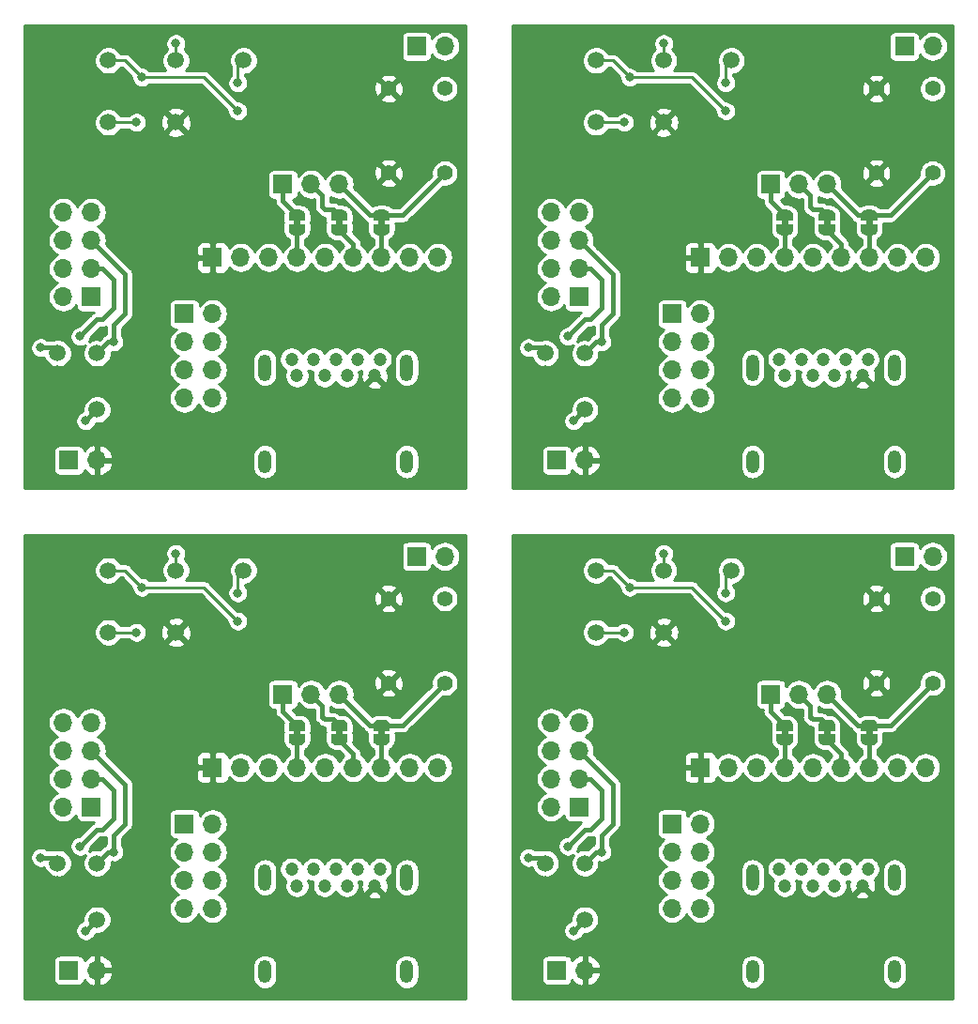
<source format=gbl>
G04 #@! TF.GenerationSoftware,KiCad,Pcbnew,5.0.2-bee76a0~70~ubuntu18.04.1*
G04 #@! TF.CreationDate,2019-02-02T15:45:17-08:00*
G04 #@! TF.ProjectId,programing_adapter,70726f67-7261-46d6-996e-675f61646170,rev?*
G04 #@! TF.SameCoordinates,Original*
G04 #@! TF.FileFunction,Copper,L2,Bot*
G04 #@! TF.FilePolarity,Positive*
%FSLAX46Y46*%
G04 Gerber Fmt 4.6, Leading zero omitted, Abs format (unit mm)*
G04 Created by KiCad (PCBNEW 5.0.2-bee76a0~70~ubuntu18.04.1) date Sat 02 Feb 2019 03:45:17 PM PST*
%MOMM*%
%LPD*%
G01*
G04 APERTURE LIST*
G04 #@! TA.AperFunction,SMDPad,CuDef*
%ADD10C,0.500000*%
G04 #@! TD*
G04 #@! TA.AperFunction,Conductor*
%ADD11C,0.020000*%
G04 #@! TD*
G04 #@! TA.AperFunction,ComponentPad*
%ADD12O,1.700000X1.700000*%
G04 #@! TD*
G04 #@! TA.AperFunction,ComponentPad*
%ADD13R,1.700000X1.700000*%
G04 #@! TD*
G04 #@! TA.AperFunction,BGAPad,CuDef*
%ADD14C,1.500000*%
G04 #@! TD*
G04 #@! TA.AperFunction,ComponentPad*
%ADD15O,1.200000X2.100000*%
G04 #@! TD*
G04 #@! TA.AperFunction,ComponentPad*
%ADD16O,1.200000X2.400000*%
G04 #@! TD*
G04 #@! TA.AperFunction,ComponentPad*
%ADD17C,1.200000*%
G04 #@! TD*
G04 #@! TA.AperFunction,ComponentPad*
%ADD18C,1.397000*%
G04 #@! TD*
G04 #@! TA.AperFunction,ViaPad*
%ADD19C,0.800000*%
G04 #@! TD*
G04 #@! TA.AperFunction,Conductor*
%ADD20C,0.400000*%
G04 #@! TD*
G04 #@! TA.AperFunction,Conductor*
%ADD21C,0.250000*%
G04 #@! TD*
G04 #@! TA.AperFunction,Conductor*
%ADD22C,0.254000*%
G04 #@! TD*
G04 APERTURE END LIST*
D10*
G04 #@! TO.P,JP3,1*
G04 #@! TO.N,/SWDIO*
X127900000Y-101450000D03*
D11*
G04 #@! TD*
G04 #@! TO.N,/SWDIO*
G04 #@! TO.C,JP3*
G36*
X128200000Y-101950000D02*
X128200000Y-102350000D01*
X127600000Y-102350000D01*
X127600000Y-101950000D01*
X127150000Y-101950000D01*
X127150000Y-101450000D01*
X127150602Y-101450000D01*
X127150602Y-101425466D01*
X127155412Y-101376635D01*
X127164984Y-101328510D01*
X127179228Y-101281555D01*
X127198005Y-101236222D01*
X127221136Y-101192949D01*
X127248396Y-101152150D01*
X127279524Y-101114221D01*
X127314221Y-101079524D01*
X127352150Y-101048396D01*
X127392949Y-101021136D01*
X127436222Y-100998005D01*
X127481555Y-100979228D01*
X127528510Y-100964984D01*
X127576635Y-100955412D01*
X127625466Y-100950602D01*
X127650000Y-100950602D01*
X127650000Y-100950000D01*
X128150000Y-100950000D01*
X128150000Y-100950602D01*
X128174534Y-100950602D01*
X128223365Y-100955412D01*
X128271490Y-100964984D01*
X128318445Y-100979228D01*
X128363778Y-100998005D01*
X128407051Y-101021136D01*
X128447850Y-101048396D01*
X128485779Y-101079524D01*
X128520476Y-101114221D01*
X128551604Y-101152150D01*
X128578864Y-101192949D01*
X128601995Y-101236222D01*
X128620772Y-101281555D01*
X128635016Y-101328510D01*
X128644588Y-101376635D01*
X128649398Y-101425466D01*
X128649398Y-101450000D01*
X128650000Y-101450000D01*
X128650000Y-101950000D01*
X128200000Y-101950000D01*
X128200000Y-101950000D01*
G37*
D10*
G04 #@! TO.P,JP3,2*
G04 #@! TO.N,Net-(J7-Pad6)*
X127900000Y-102750000D03*
D11*
G04 #@! TD*
G04 #@! TO.N,Net-(J7-Pad6)*
G04 #@! TO.C,JP3*
G36*
X128649398Y-102750000D02*
X128649398Y-102774534D01*
X128644588Y-102823365D01*
X128635016Y-102871490D01*
X128620772Y-102918445D01*
X128601995Y-102963778D01*
X128578864Y-103007051D01*
X128551604Y-103047850D01*
X128520476Y-103085779D01*
X128485779Y-103120476D01*
X128447850Y-103151604D01*
X128407051Y-103178864D01*
X128363778Y-103201995D01*
X128318445Y-103220772D01*
X128271490Y-103235016D01*
X128223365Y-103244588D01*
X128174534Y-103249398D01*
X128150000Y-103249398D01*
X128150000Y-103250000D01*
X127650000Y-103250000D01*
X127650000Y-103249398D01*
X127625466Y-103249398D01*
X127576635Y-103244588D01*
X127528510Y-103235016D01*
X127481555Y-103220772D01*
X127436222Y-103201995D01*
X127392949Y-103178864D01*
X127352150Y-103151604D01*
X127314221Y-103120476D01*
X127279524Y-103085779D01*
X127248396Y-103047850D01*
X127221136Y-103007051D01*
X127198005Y-102963778D01*
X127179228Y-102918445D01*
X127164984Y-102871490D01*
X127155412Y-102823365D01*
X127150602Y-102774534D01*
X127150602Y-102750000D01*
X127150000Y-102750000D01*
X127150000Y-102250000D01*
X128650000Y-102250000D01*
X128650000Y-102750000D01*
X128649398Y-102750000D01*
X128649398Y-102750000D01*
G37*
D10*
G04 #@! TO.P,JP3,1*
G04 #@! TO.N,/SWDIO*
X83900000Y-101450000D03*
D11*
G04 #@! TD*
G04 #@! TO.N,/SWDIO*
G04 #@! TO.C,JP3*
G36*
X84200000Y-101950000D02*
X84200000Y-102350000D01*
X83600000Y-102350000D01*
X83600000Y-101950000D01*
X83150000Y-101950000D01*
X83150000Y-101450000D01*
X83150602Y-101450000D01*
X83150602Y-101425466D01*
X83155412Y-101376635D01*
X83164984Y-101328510D01*
X83179228Y-101281555D01*
X83198005Y-101236222D01*
X83221136Y-101192949D01*
X83248396Y-101152150D01*
X83279524Y-101114221D01*
X83314221Y-101079524D01*
X83352150Y-101048396D01*
X83392949Y-101021136D01*
X83436222Y-100998005D01*
X83481555Y-100979228D01*
X83528510Y-100964984D01*
X83576635Y-100955412D01*
X83625466Y-100950602D01*
X83650000Y-100950602D01*
X83650000Y-100950000D01*
X84150000Y-100950000D01*
X84150000Y-100950602D01*
X84174534Y-100950602D01*
X84223365Y-100955412D01*
X84271490Y-100964984D01*
X84318445Y-100979228D01*
X84363778Y-100998005D01*
X84407051Y-101021136D01*
X84447850Y-101048396D01*
X84485779Y-101079524D01*
X84520476Y-101114221D01*
X84551604Y-101152150D01*
X84578864Y-101192949D01*
X84601995Y-101236222D01*
X84620772Y-101281555D01*
X84635016Y-101328510D01*
X84644588Y-101376635D01*
X84649398Y-101425466D01*
X84649398Y-101450000D01*
X84650000Y-101450000D01*
X84650000Y-101950000D01*
X84200000Y-101950000D01*
X84200000Y-101950000D01*
G37*
D10*
G04 #@! TO.P,JP3,2*
G04 #@! TO.N,Net-(J7-Pad6)*
X83900000Y-102750000D03*
D11*
G04 #@! TD*
G04 #@! TO.N,Net-(J7-Pad6)*
G04 #@! TO.C,JP3*
G36*
X84649398Y-102750000D02*
X84649398Y-102774534D01*
X84644588Y-102823365D01*
X84635016Y-102871490D01*
X84620772Y-102918445D01*
X84601995Y-102963778D01*
X84578864Y-103007051D01*
X84551604Y-103047850D01*
X84520476Y-103085779D01*
X84485779Y-103120476D01*
X84447850Y-103151604D01*
X84407051Y-103178864D01*
X84363778Y-103201995D01*
X84318445Y-103220772D01*
X84271490Y-103235016D01*
X84223365Y-103244588D01*
X84174534Y-103249398D01*
X84150000Y-103249398D01*
X84150000Y-103250000D01*
X83650000Y-103250000D01*
X83650000Y-103249398D01*
X83625466Y-103249398D01*
X83576635Y-103244588D01*
X83528510Y-103235016D01*
X83481555Y-103220772D01*
X83436222Y-103201995D01*
X83392949Y-103178864D01*
X83352150Y-103151604D01*
X83314221Y-103120476D01*
X83279524Y-103085779D01*
X83248396Y-103047850D01*
X83221136Y-103007051D01*
X83198005Y-102963778D01*
X83179228Y-102918445D01*
X83164984Y-102871490D01*
X83155412Y-102823365D01*
X83150602Y-102774534D01*
X83150602Y-102750000D01*
X83150000Y-102750000D01*
X83150000Y-102250000D01*
X84650000Y-102250000D01*
X84650000Y-102750000D01*
X84649398Y-102750000D01*
X84649398Y-102750000D01*
G37*
D10*
G04 #@! TO.P,JP3,1*
G04 #@! TO.N,/SWDIO*
X127900000Y-55450000D03*
D11*
G04 #@! TD*
G04 #@! TO.N,/SWDIO*
G04 #@! TO.C,JP3*
G36*
X128200000Y-55950000D02*
X128200000Y-56350000D01*
X127600000Y-56350000D01*
X127600000Y-55950000D01*
X127150000Y-55950000D01*
X127150000Y-55450000D01*
X127150602Y-55450000D01*
X127150602Y-55425466D01*
X127155412Y-55376635D01*
X127164984Y-55328510D01*
X127179228Y-55281555D01*
X127198005Y-55236222D01*
X127221136Y-55192949D01*
X127248396Y-55152150D01*
X127279524Y-55114221D01*
X127314221Y-55079524D01*
X127352150Y-55048396D01*
X127392949Y-55021136D01*
X127436222Y-54998005D01*
X127481555Y-54979228D01*
X127528510Y-54964984D01*
X127576635Y-54955412D01*
X127625466Y-54950602D01*
X127650000Y-54950602D01*
X127650000Y-54950000D01*
X128150000Y-54950000D01*
X128150000Y-54950602D01*
X128174534Y-54950602D01*
X128223365Y-54955412D01*
X128271490Y-54964984D01*
X128318445Y-54979228D01*
X128363778Y-54998005D01*
X128407051Y-55021136D01*
X128447850Y-55048396D01*
X128485779Y-55079524D01*
X128520476Y-55114221D01*
X128551604Y-55152150D01*
X128578864Y-55192949D01*
X128601995Y-55236222D01*
X128620772Y-55281555D01*
X128635016Y-55328510D01*
X128644588Y-55376635D01*
X128649398Y-55425466D01*
X128649398Y-55450000D01*
X128650000Y-55450000D01*
X128650000Y-55950000D01*
X128200000Y-55950000D01*
X128200000Y-55950000D01*
G37*
D10*
G04 #@! TO.P,JP3,2*
G04 #@! TO.N,Net-(J7-Pad6)*
X127900000Y-56750000D03*
D11*
G04 #@! TD*
G04 #@! TO.N,Net-(J7-Pad6)*
G04 #@! TO.C,JP3*
G36*
X128649398Y-56750000D02*
X128649398Y-56774534D01*
X128644588Y-56823365D01*
X128635016Y-56871490D01*
X128620772Y-56918445D01*
X128601995Y-56963778D01*
X128578864Y-57007051D01*
X128551604Y-57047850D01*
X128520476Y-57085779D01*
X128485779Y-57120476D01*
X128447850Y-57151604D01*
X128407051Y-57178864D01*
X128363778Y-57201995D01*
X128318445Y-57220772D01*
X128271490Y-57235016D01*
X128223365Y-57244588D01*
X128174534Y-57249398D01*
X128150000Y-57249398D01*
X128150000Y-57250000D01*
X127650000Y-57250000D01*
X127650000Y-57249398D01*
X127625466Y-57249398D01*
X127576635Y-57244588D01*
X127528510Y-57235016D01*
X127481555Y-57220772D01*
X127436222Y-57201995D01*
X127392949Y-57178864D01*
X127352150Y-57151604D01*
X127314221Y-57120476D01*
X127279524Y-57085779D01*
X127248396Y-57047850D01*
X127221136Y-57007051D01*
X127198005Y-56963778D01*
X127179228Y-56918445D01*
X127164984Y-56871490D01*
X127155412Y-56823365D01*
X127150602Y-56774534D01*
X127150602Y-56750000D01*
X127150000Y-56750000D01*
X127150000Y-56250000D01*
X128650000Y-56250000D01*
X128650000Y-56750000D01*
X128649398Y-56750000D01*
X128649398Y-56750000D01*
G37*
D12*
G04 #@! TO.P,J6,3*
G04 #@! TO.N,/Reset*
X127900000Y-98656000D03*
G04 #@! TO.P,J6,2*
G04 #@! TO.N,/SWDIO*
X125360000Y-98656000D03*
D13*
G04 #@! TO.P,J6,1*
G04 #@! TO.N,/SWDCLK*
X122820000Y-98656000D03*
G04 #@! TD*
D12*
G04 #@! TO.P,J6,3*
G04 #@! TO.N,/Reset*
X83900000Y-98656000D03*
G04 #@! TO.P,J6,2*
G04 #@! TO.N,/SWDIO*
X81360000Y-98656000D03*
D13*
G04 #@! TO.P,J6,1*
G04 #@! TO.N,/SWDCLK*
X78820000Y-98656000D03*
G04 #@! TD*
D12*
G04 #@! TO.P,J6,3*
G04 #@! TO.N,/Reset*
X127900000Y-52656000D03*
G04 #@! TO.P,J6,2*
G04 #@! TO.N,/SWDIO*
X125360000Y-52656000D03*
D13*
G04 #@! TO.P,J6,1*
G04 #@! TO.N,/SWDCLK*
X122820000Y-52656000D03*
G04 #@! TD*
D10*
G04 #@! TO.P,JP2,2*
G04 #@! TO.N,Net-(J7-Pad4)*
X124090000Y-102750000D03*
D11*
G04 #@! TD*
G04 #@! TO.N,Net-(J7-Pad4)*
G04 #@! TO.C,JP2*
G36*
X124839398Y-102750000D02*
X124839398Y-102774534D01*
X124834588Y-102823365D01*
X124825016Y-102871490D01*
X124810772Y-102918445D01*
X124791995Y-102963778D01*
X124768864Y-103007051D01*
X124741604Y-103047850D01*
X124710476Y-103085779D01*
X124675779Y-103120476D01*
X124637850Y-103151604D01*
X124597051Y-103178864D01*
X124553778Y-103201995D01*
X124508445Y-103220772D01*
X124461490Y-103235016D01*
X124413365Y-103244588D01*
X124364534Y-103249398D01*
X124340000Y-103249398D01*
X124340000Y-103250000D01*
X123840000Y-103250000D01*
X123840000Y-103249398D01*
X123815466Y-103249398D01*
X123766635Y-103244588D01*
X123718510Y-103235016D01*
X123671555Y-103220772D01*
X123626222Y-103201995D01*
X123582949Y-103178864D01*
X123542150Y-103151604D01*
X123504221Y-103120476D01*
X123469524Y-103085779D01*
X123438396Y-103047850D01*
X123411136Y-103007051D01*
X123388005Y-102963778D01*
X123369228Y-102918445D01*
X123354984Y-102871490D01*
X123345412Y-102823365D01*
X123340602Y-102774534D01*
X123340602Y-102750000D01*
X123340000Y-102750000D01*
X123340000Y-102250000D01*
X124840000Y-102250000D01*
X124840000Y-102750000D01*
X124839398Y-102750000D01*
X124839398Y-102750000D01*
G37*
D10*
G04 #@! TO.P,JP2,1*
G04 #@! TO.N,/SWDCLK*
X124090000Y-101450000D03*
D11*
G04 #@! TD*
G04 #@! TO.N,/SWDCLK*
G04 #@! TO.C,JP2*
G36*
X124390000Y-101950000D02*
X124390000Y-102350000D01*
X123790000Y-102350000D01*
X123790000Y-101950000D01*
X123340000Y-101950000D01*
X123340000Y-101450000D01*
X123340602Y-101450000D01*
X123340602Y-101425466D01*
X123345412Y-101376635D01*
X123354984Y-101328510D01*
X123369228Y-101281555D01*
X123388005Y-101236222D01*
X123411136Y-101192949D01*
X123438396Y-101152150D01*
X123469524Y-101114221D01*
X123504221Y-101079524D01*
X123542150Y-101048396D01*
X123582949Y-101021136D01*
X123626222Y-100998005D01*
X123671555Y-100979228D01*
X123718510Y-100964984D01*
X123766635Y-100955412D01*
X123815466Y-100950602D01*
X123840000Y-100950602D01*
X123840000Y-100950000D01*
X124340000Y-100950000D01*
X124340000Y-100950602D01*
X124364534Y-100950602D01*
X124413365Y-100955412D01*
X124461490Y-100964984D01*
X124508445Y-100979228D01*
X124553778Y-100998005D01*
X124597051Y-101021136D01*
X124637850Y-101048396D01*
X124675779Y-101079524D01*
X124710476Y-101114221D01*
X124741604Y-101152150D01*
X124768864Y-101192949D01*
X124791995Y-101236222D01*
X124810772Y-101281555D01*
X124825016Y-101328510D01*
X124834588Y-101376635D01*
X124839398Y-101425466D01*
X124839398Y-101450000D01*
X124840000Y-101450000D01*
X124840000Y-101950000D01*
X124390000Y-101950000D01*
X124390000Y-101950000D01*
G37*
D10*
G04 #@! TO.P,JP2,2*
G04 #@! TO.N,Net-(J7-Pad4)*
X80090000Y-102750000D03*
D11*
G04 #@! TD*
G04 #@! TO.N,Net-(J7-Pad4)*
G04 #@! TO.C,JP2*
G36*
X80839398Y-102750000D02*
X80839398Y-102774534D01*
X80834588Y-102823365D01*
X80825016Y-102871490D01*
X80810772Y-102918445D01*
X80791995Y-102963778D01*
X80768864Y-103007051D01*
X80741604Y-103047850D01*
X80710476Y-103085779D01*
X80675779Y-103120476D01*
X80637850Y-103151604D01*
X80597051Y-103178864D01*
X80553778Y-103201995D01*
X80508445Y-103220772D01*
X80461490Y-103235016D01*
X80413365Y-103244588D01*
X80364534Y-103249398D01*
X80340000Y-103249398D01*
X80340000Y-103250000D01*
X79840000Y-103250000D01*
X79840000Y-103249398D01*
X79815466Y-103249398D01*
X79766635Y-103244588D01*
X79718510Y-103235016D01*
X79671555Y-103220772D01*
X79626222Y-103201995D01*
X79582949Y-103178864D01*
X79542150Y-103151604D01*
X79504221Y-103120476D01*
X79469524Y-103085779D01*
X79438396Y-103047850D01*
X79411136Y-103007051D01*
X79388005Y-102963778D01*
X79369228Y-102918445D01*
X79354984Y-102871490D01*
X79345412Y-102823365D01*
X79340602Y-102774534D01*
X79340602Y-102750000D01*
X79340000Y-102750000D01*
X79340000Y-102250000D01*
X80840000Y-102250000D01*
X80840000Y-102750000D01*
X80839398Y-102750000D01*
X80839398Y-102750000D01*
G37*
D10*
G04 #@! TO.P,JP2,1*
G04 #@! TO.N,/SWDCLK*
X80090000Y-101450000D03*
D11*
G04 #@! TD*
G04 #@! TO.N,/SWDCLK*
G04 #@! TO.C,JP2*
G36*
X80390000Y-101950000D02*
X80390000Y-102350000D01*
X79790000Y-102350000D01*
X79790000Y-101950000D01*
X79340000Y-101950000D01*
X79340000Y-101450000D01*
X79340602Y-101450000D01*
X79340602Y-101425466D01*
X79345412Y-101376635D01*
X79354984Y-101328510D01*
X79369228Y-101281555D01*
X79388005Y-101236222D01*
X79411136Y-101192949D01*
X79438396Y-101152150D01*
X79469524Y-101114221D01*
X79504221Y-101079524D01*
X79542150Y-101048396D01*
X79582949Y-101021136D01*
X79626222Y-100998005D01*
X79671555Y-100979228D01*
X79718510Y-100964984D01*
X79766635Y-100955412D01*
X79815466Y-100950602D01*
X79840000Y-100950602D01*
X79840000Y-100950000D01*
X80340000Y-100950000D01*
X80340000Y-100950602D01*
X80364534Y-100950602D01*
X80413365Y-100955412D01*
X80461490Y-100964984D01*
X80508445Y-100979228D01*
X80553778Y-100998005D01*
X80597051Y-101021136D01*
X80637850Y-101048396D01*
X80675779Y-101079524D01*
X80710476Y-101114221D01*
X80741604Y-101152150D01*
X80768864Y-101192949D01*
X80791995Y-101236222D01*
X80810772Y-101281555D01*
X80825016Y-101328510D01*
X80834588Y-101376635D01*
X80839398Y-101425466D01*
X80839398Y-101450000D01*
X80840000Y-101450000D01*
X80840000Y-101950000D01*
X80390000Y-101950000D01*
X80390000Y-101950000D01*
G37*
D10*
G04 #@! TO.P,JP2,2*
G04 #@! TO.N,Net-(J7-Pad4)*
X124090000Y-56750000D03*
D11*
G04 #@! TD*
G04 #@! TO.N,Net-(J7-Pad4)*
G04 #@! TO.C,JP2*
G36*
X124839398Y-56750000D02*
X124839398Y-56774534D01*
X124834588Y-56823365D01*
X124825016Y-56871490D01*
X124810772Y-56918445D01*
X124791995Y-56963778D01*
X124768864Y-57007051D01*
X124741604Y-57047850D01*
X124710476Y-57085779D01*
X124675779Y-57120476D01*
X124637850Y-57151604D01*
X124597051Y-57178864D01*
X124553778Y-57201995D01*
X124508445Y-57220772D01*
X124461490Y-57235016D01*
X124413365Y-57244588D01*
X124364534Y-57249398D01*
X124340000Y-57249398D01*
X124340000Y-57250000D01*
X123840000Y-57250000D01*
X123840000Y-57249398D01*
X123815466Y-57249398D01*
X123766635Y-57244588D01*
X123718510Y-57235016D01*
X123671555Y-57220772D01*
X123626222Y-57201995D01*
X123582949Y-57178864D01*
X123542150Y-57151604D01*
X123504221Y-57120476D01*
X123469524Y-57085779D01*
X123438396Y-57047850D01*
X123411136Y-57007051D01*
X123388005Y-56963778D01*
X123369228Y-56918445D01*
X123354984Y-56871490D01*
X123345412Y-56823365D01*
X123340602Y-56774534D01*
X123340602Y-56750000D01*
X123340000Y-56750000D01*
X123340000Y-56250000D01*
X124840000Y-56250000D01*
X124840000Y-56750000D01*
X124839398Y-56750000D01*
X124839398Y-56750000D01*
G37*
D10*
G04 #@! TO.P,JP2,1*
G04 #@! TO.N,/SWDCLK*
X124090000Y-55450000D03*
D11*
G04 #@! TD*
G04 #@! TO.N,/SWDCLK*
G04 #@! TO.C,JP2*
G36*
X124390000Y-55950000D02*
X124390000Y-56350000D01*
X123790000Y-56350000D01*
X123790000Y-55950000D01*
X123340000Y-55950000D01*
X123340000Y-55450000D01*
X123340602Y-55450000D01*
X123340602Y-55425466D01*
X123345412Y-55376635D01*
X123354984Y-55328510D01*
X123369228Y-55281555D01*
X123388005Y-55236222D01*
X123411136Y-55192949D01*
X123438396Y-55152150D01*
X123469524Y-55114221D01*
X123504221Y-55079524D01*
X123542150Y-55048396D01*
X123582949Y-55021136D01*
X123626222Y-54998005D01*
X123671555Y-54979228D01*
X123718510Y-54964984D01*
X123766635Y-54955412D01*
X123815466Y-54950602D01*
X123840000Y-54950602D01*
X123840000Y-54950000D01*
X124340000Y-54950000D01*
X124340000Y-54950602D01*
X124364534Y-54950602D01*
X124413365Y-54955412D01*
X124461490Y-54964984D01*
X124508445Y-54979228D01*
X124553778Y-54998005D01*
X124597051Y-55021136D01*
X124637850Y-55048396D01*
X124675779Y-55079524D01*
X124710476Y-55114221D01*
X124741604Y-55152150D01*
X124768864Y-55192949D01*
X124791995Y-55236222D01*
X124810772Y-55281555D01*
X124825016Y-55328510D01*
X124834588Y-55376635D01*
X124839398Y-55425466D01*
X124839398Y-55450000D01*
X124840000Y-55450000D01*
X124840000Y-55950000D01*
X124390000Y-55950000D01*
X124390000Y-55950000D01*
G37*
D14*
G04 #@! TO.P,TP3,1*
G04 #@! TO.N,/SWDIO*
X107072000Y-87480000D03*
G04 #@! TD*
G04 #@! TO.P,TP3,1*
G04 #@! TO.N,/SWDIO*
X63072000Y-87480000D03*
G04 #@! TD*
G04 #@! TO.P,TP3,1*
G04 #@! TO.N,/SWDIO*
X107072000Y-41480000D03*
G04 #@! TD*
D13*
G04 #@! TO.P,J2,1*
G04 #@! TO.N,+5V*
X103516000Y-123548000D03*
D12*
G04 #@! TO.P,J2,2*
G04 #@! TO.N,GND*
X106056000Y-123548000D03*
G04 #@! TD*
D13*
G04 #@! TO.P,J2,1*
G04 #@! TO.N,+5V*
X59516000Y-123548000D03*
D12*
G04 #@! TO.P,J2,2*
G04 #@! TO.N,GND*
X62056000Y-123548000D03*
G04 #@! TD*
D13*
G04 #@! TO.P,J2,1*
G04 #@! TO.N,+5V*
X103516000Y-77548000D03*
D12*
G04 #@! TO.P,J2,2*
G04 #@! TO.N,GND*
X106056000Y-77548000D03*
G04 #@! TD*
D13*
G04 #@! TO.P,J8,1*
G04 #@! TO.N,/VProg*
X113930000Y-110340000D03*
D12*
G04 #@! TO.P,J8,2*
G04 #@! TO.N,/VTarg*
X116470000Y-110340000D03*
G04 #@! TO.P,J8,3*
G04 #@! TO.N,+1V8*
X113930000Y-112880000D03*
G04 #@! TO.P,J8,4*
G04 #@! TO.N,/VTarg*
X116470000Y-112880000D03*
G04 #@! TO.P,J8,5*
G04 #@! TO.N,+3V3*
X113930000Y-115420000D03*
G04 #@! TO.P,J8,6*
G04 #@! TO.N,/VTarg*
X116470000Y-115420000D03*
G04 #@! TO.P,J8,7*
G04 #@! TO.N,+5V*
X113930000Y-117960000D03*
G04 #@! TO.P,J8,8*
G04 #@! TO.N,/VTarg*
X116470000Y-117960000D03*
G04 #@! TD*
D13*
G04 #@! TO.P,J8,1*
G04 #@! TO.N,/VProg*
X69930000Y-110340000D03*
D12*
G04 #@! TO.P,J8,2*
G04 #@! TO.N,/VTarg*
X72470000Y-110340000D03*
G04 #@! TO.P,J8,3*
G04 #@! TO.N,+1V8*
X69930000Y-112880000D03*
G04 #@! TO.P,J8,4*
G04 #@! TO.N,/VTarg*
X72470000Y-112880000D03*
G04 #@! TO.P,J8,5*
G04 #@! TO.N,+3V3*
X69930000Y-115420000D03*
G04 #@! TO.P,J8,6*
G04 #@! TO.N,/VTarg*
X72470000Y-115420000D03*
G04 #@! TO.P,J8,7*
G04 #@! TO.N,+5V*
X69930000Y-117960000D03*
G04 #@! TO.P,J8,8*
G04 #@! TO.N,/VTarg*
X72470000Y-117960000D03*
G04 #@! TD*
D13*
G04 #@! TO.P,J8,1*
G04 #@! TO.N,/VProg*
X113930000Y-64340000D03*
D12*
G04 #@! TO.P,J8,2*
G04 #@! TO.N,/VTarg*
X116470000Y-64340000D03*
G04 #@! TO.P,J8,3*
G04 #@! TO.N,+1V8*
X113930000Y-66880000D03*
G04 #@! TO.P,J8,4*
G04 #@! TO.N,/VTarg*
X116470000Y-66880000D03*
G04 #@! TO.P,J8,5*
G04 #@! TO.N,+3V3*
X113930000Y-69420000D03*
G04 #@! TO.P,J8,6*
G04 #@! TO.N,/VTarg*
X116470000Y-69420000D03*
G04 #@! TO.P,J8,7*
G04 #@! TO.N,+5V*
X113930000Y-71960000D03*
G04 #@! TO.P,J8,8*
G04 #@! TO.N,/VTarg*
X116470000Y-71960000D03*
G04 #@! TD*
D10*
G04 #@! TO.P,JP1,2*
G04 #@! TO.N,Net-(J7-Pad7)*
X131710000Y-102750000D03*
D11*
G04 #@! TD*
G04 #@! TO.N,Net-(J7-Pad7)*
G04 #@! TO.C,JP1*
G36*
X132459398Y-102750000D02*
X132459398Y-102774534D01*
X132454588Y-102823365D01*
X132445016Y-102871490D01*
X132430772Y-102918445D01*
X132411995Y-102963778D01*
X132388864Y-103007051D01*
X132361604Y-103047850D01*
X132330476Y-103085779D01*
X132295779Y-103120476D01*
X132257850Y-103151604D01*
X132217051Y-103178864D01*
X132173778Y-103201995D01*
X132128445Y-103220772D01*
X132081490Y-103235016D01*
X132033365Y-103244588D01*
X131984534Y-103249398D01*
X131960000Y-103249398D01*
X131960000Y-103250000D01*
X131460000Y-103250000D01*
X131460000Y-103249398D01*
X131435466Y-103249398D01*
X131386635Y-103244588D01*
X131338510Y-103235016D01*
X131291555Y-103220772D01*
X131246222Y-103201995D01*
X131202949Y-103178864D01*
X131162150Y-103151604D01*
X131124221Y-103120476D01*
X131089524Y-103085779D01*
X131058396Y-103047850D01*
X131031136Y-103007051D01*
X131008005Y-102963778D01*
X130989228Y-102918445D01*
X130974984Y-102871490D01*
X130965412Y-102823365D01*
X130960602Y-102774534D01*
X130960602Y-102750000D01*
X130960000Y-102750000D01*
X130960000Y-102250000D01*
X132460000Y-102250000D01*
X132460000Y-102750000D01*
X132459398Y-102750000D01*
X132459398Y-102750000D01*
G37*
D10*
G04 #@! TO.P,JP1,1*
G04 #@! TO.N,/Reset*
X131710000Y-101450000D03*
D11*
G04 #@! TD*
G04 #@! TO.N,/Reset*
G04 #@! TO.C,JP1*
G36*
X132010000Y-101950000D02*
X132010000Y-102350000D01*
X131410000Y-102350000D01*
X131410000Y-101950000D01*
X130960000Y-101950000D01*
X130960000Y-101450000D01*
X130960602Y-101450000D01*
X130960602Y-101425466D01*
X130965412Y-101376635D01*
X130974984Y-101328510D01*
X130989228Y-101281555D01*
X131008005Y-101236222D01*
X131031136Y-101192949D01*
X131058396Y-101152150D01*
X131089524Y-101114221D01*
X131124221Y-101079524D01*
X131162150Y-101048396D01*
X131202949Y-101021136D01*
X131246222Y-100998005D01*
X131291555Y-100979228D01*
X131338510Y-100964984D01*
X131386635Y-100955412D01*
X131435466Y-100950602D01*
X131460000Y-100950602D01*
X131460000Y-100950000D01*
X131960000Y-100950000D01*
X131960000Y-100950602D01*
X131984534Y-100950602D01*
X132033365Y-100955412D01*
X132081490Y-100964984D01*
X132128445Y-100979228D01*
X132173778Y-100998005D01*
X132217051Y-101021136D01*
X132257850Y-101048396D01*
X132295779Y-101079524D01*
X132330476Y-101114221D01*
X132361604Y-101152150D01*
X132388864Y-101192949D01*
X132411995Y-101236222D01*
X132430772Y-101281555D01*
X132445016Y-101328510D01*
X132454588Y-101376635D01*
X132459398Y-101425466D01*
X132459398Y-101450000D01*
X132460000Y-101450000D01*
X132460000Y-101950000D01*
X132010000Y-101950000D01*
X132010000Y-101950000D01*
G37*
D10*
G04 #@! TO.P,JP1,2*
G04 #@! TO.N,Net-(J7-Pad7)*
X87710000Y-102750000D03*
D11*
G04 #@! TD*
G04 #@! TO.N,Net-(J7-Pad7)*
G04 #@! TO.C,JP1*
G36*
X88459398Y-102750000D02*
X88459398Y-102774534D01*
X88454588Y-102823365D01*
X88445016Y-102871490D01*
X88430772Y-102918445D01*
X88411995Y-102963778D01*
X88388864Y-103007051D01*
X88361604Y-103047850D01*
X88330476Y-103085779D01*
X88295779Y-103120476D01*
X88257850Y-103151604D01*
X88217051Y-103178864D01*
X88173778Y-103201995D01*
X88128445Y-103220772D01*
X88081490Y-103235016D01*
X88033365Y-103244588D01*
X87984534Y-103249398D01*
X87960000Y-103249398D01*
X87960000Y-103250000D01*
X87460000Y-103250000D01*
X87460000Y-103249398D01*
X87435466Y-103249398D01*
X87386635Y-103244588D01*
X87338510Y-103235016D01*
X87291555Y-103220772D01*
X87246222Y-103201995D01*
X87202949Y-103178864D01*
X87162150Y-103151604D01*
X87124221Y-103120476D01*
X87089524Y-103085779D01*
X87058396Y-103047850D01*
X87031136Y-103007051D01*
X87008005Y-102963778D01*
X86989228Y-102918445D01*
X86974984Y-102871490D01*
X86965412Y-102823365D01*
X86960602Y-102774534D01*
X86960602Y-102750000D01*
X86960000Y-102750000D01*
X86960000Y-102250000D01*
X88460000Y-102250000D01*
X88460000Y-102750000D01*
X88459398Y-102750000D01*
X88459398Y-102750000D01*
G37*
D10*
G04 #@! TO.P,JP1,1*
G04 #@! TO.N,/Reset*
X87710000Y-101450000D03*
D11*
G04 #@! TD*
G04 #@! TO.N,/Reset*
G04 #@! TO.C,JP1*
G36*
X88010000Y-101950000D02*
X88010000Y-102350000D01*
X87410000Y-102350000D01*
X87410000Y-101950000D01*
X86960000Y-101950000D01*
X86960000Y-101450000D01*
X86960602Y-101450000D01*
X86960602Y-101425466D01*
X86965412Y-101376635D01*
X86974984Y-101328510D01*
X86989228Y-101281555D01*
X87008005Y-101236222D01*
X87031136Y-101192949D01*
X87058396Y-101152150D01*
X87089524Y-101114221D01*
X87124221Y-101079524D01*
X87162150Y-101048396D01*
X87202949Y-101021136D01*
X87246222Y-100998005D01*
X87291555Y-100979228D01*
X87338510Y-100964984D01*
X87386635Y-100955412D01*
X87435466Y-100950602D01*
X87460000Y-100950602D01*
X87460000Y-100950000D01*
X87960000Y-100950000D01*
X87960000Y-100950602D01*
X87984534Y-100950602D01*
X88033365Y-100955412D01*
X88081490Y-100964984D01*
X88128445Y-100979228D01*
X88173778Y-100998005D01*
X88217051Y-101021136D01*
X88257850Y-101048396D01*
X88295779Y-101079524D01*
X88330476Y-101114221D01*
X88361604Y-101152150D01*
X88388864Y-101192949D01*
X88411995Y-101236222D01*
X88430772Y-101281555D01*
X88445016Y-101328510D01*
X88454588Y-101376635D01*
X88459398Y-101425466D01*
X88459398Y-101450000D01*
X88460000Y-101450000D01*
X88460000Y-101950000D01*
X88010000Y-101950000D01*
X88010000Y-101950000D01*
G37*
D10*
G04 #@! TO.P,JP1,2*
G04 #@! TO.N,Net-(J7-Pad7)*
X131710000Y-56750000D03*
D11*
G04 #@! TD*
G04 #@! TO.N,Net-(J7-Pad7)*
G04 #@! TO.C,JP1*
G36*
X132459398Y-56750000D02*
X132459398Y-56774534D01*
X132454588Y-56823365D01*
X132445016Y-56871490D01*
X132430772Y-56918445D01*
X132411995Y-56963778D01*
X132388864Y-57007051D01*
X132361604Y-57047850D01*
X132330476Y-57085779D01*
X132295779Y-57120476D01*
X132257850Y-57151604D01*
X132217051Y-57178864D01*
X132173778Y-57201995D01*
X132128445Y-57220772D01*
X132081490Y-57235016D01*
X132033365Y-57244588D01*
X131984534Y-57249398D01*
X131960000Y-57249398D01*
X131960000Y-57250000D01*
X131460000Y-57250000D01*
X131460000Y-57249398D01*
X131435466Y-57249398D01*
X131386635Y-57244588D01*
X131338510Y-57235016D01*
X131291555Y-57220772D01*
X131246222Y-57201995D01*
X131202949Y-57178864D01*
X131162150Y-57151604D01*
X131124221Y-57120476D01*
X131089524Y-57085779D01*
X131058396Y-57047850D01*
X131031136Y-57007051D01*
X131008005Y-56963778D01*
X130989228Y-56918445D01*
X130974984Y-56871490D01*
X130965412Y-56823365D01*
X130960602Y-56774534D01*
X130960602Y-56750000D01*
X130960000Y-56750000D01*
X130960000Y-56250000D01*
X132460000Y-56250000D01*
X132460000Y-56750000D01*
X132459398Y-56750000D01*
X132459398Y-56750000D01*
G37*
D10*
G04 #@! TO.P,JP1,1*
G04 #@! TO.N,/Reset*
X131710000Y-55450000D03*
D11*
G04 #@! TD*
G04 #@! TO.N,/Reset*
G04 #@! TO.C,JP1*
G36*
X132010000Y-55950000D02*
X132010000Y-56350000D01*
X131410000Y-56350000D01*
X131410000Y-55950000D01*
X130960000Y-55950000D01*
X130960000Y-55450000D01*
X130960602Y-55450000D01*
X130960602Y-55425466D01*
X130965412Y-55376635D01*
X130974984Y-55328510D01*
X130989228Y-55281555D01*
X131008005Y-55236222D01*
X131031136Y-55192949D01*
X131058396Y-55152150D01*
X131089524Y-55114221D01*
X131124221Y-55079524D01*
X131162150Y-55048396D01*
X131202949Y-55021136D01*
X131246222Y-54998005D01*
X131291555Y-54979228D01*
X131338510Y-54964984D01*
X131386635Y-54955412D01*
X131435466Y-54950602D01*
X131460000Y-54950602D01*
X131460000Y-54950000D01*
X131960000Y-54950000D01*
X131960000Y-54950602D01*
X131984534Y-54950602D01*
X132033365Y-54955412D01*
X132081490Y-54964984D01*
X132128445Y-54979228D01*
X132173778Y-54998005D01*
X132217051Y-55021136D01*
X132257850Y-55048396D01*
X132295779Y-55079524D01*
X132330476Y-55114221D01*
X132361604Y-55152150D01*
X132388864Y-55192949D01*
X132411995Y-55236222D01*
X132430772Y-55281555D01*
X132445016Y-55328510D01*
X132454588Y-55376635D01*
X132459398Y-55425466D01*
X132459398Y-55450000D01*
X132460000Y-55450000D01*
X132460000Y-55950000D01*
X132010000Y-55950000D01*
X132010000Y-55950000D01*
G37*
D12*
G04 #@! TO.P,J5,2*
G04 #@! TO.N,/Reset*
X137425000Y-86210000D03*
D13*
G04 #@! TO.P,J5,1*
G04 #@! TO.N,Net-(J5-Pad1)*
X134885000Y-86210000D03*
G04 #@! TD*
D12*
G04 #@! TO.P,J5,2*
G04 #@! TO.N,/Reset*
X93425000Y-86210000D03*
D13*
G04 #@! TO.P,J5,1*
G04 #@! TO.N,Net-(J5-Pad1)*
X90885000Y-86210000D03*
G04 #@! TD*
D12*
G04 #@! TO.P,J5,2*
G04 #@! TO.N,/Reset*
X137425000Y-40210000D03*
D13*
G04 #@! TO.P,J5,1*
G04 #@! TO.N,Net-(J5-Pad1)*
X134885000Y-40210000D03*
G04 #@! TD*
D15*
G04 #@! TO.P,J9,10*
G04 #@! TO.N,Net-(J7-Pad7)*
X121190000Y-123678000D03*
X133990000Y-123678000D03*
D16*
X121190000Y-115178000D03*
X133990000Y-115178000D03*
D17*
G04 #@! TO.P,J9,9*
G04 #@! TO.N,Net-(J7-Pad2)*
X123590000Y-114428000D03*
G04 #@! TO.P,J9,8*
G04 #@! TO.N,Net-(J7-Pad3)*
X125590000Y-114428000D03*
G04 #@! TO.P,J9,7*
G04 #@! TO.N,Net-(J7-Pad5)*
X127590000Y-114428000D03*
G04 #@! TO.P,J9,6*
G04 #@! TO.N,Net-(J7-Pad9)*
X129590000Y-114428000D03*
G04 #@! TO.P,J9,5*
G04 #@! TO.N,Net-(J7-Pad8)*
X131590000Y-114428000D03*
G04 #@! TO.P,J9,4*
G04 #@! TO.N,GND*
X131090000Y-115928000D03*
G04 #@! TO.P,J9,3*
G04 #@! TO.N,Net-(J7-Pad6)*
X128590000Y-115928000D03*
G04 #@! TO.P,J9,2*
G04 #@! TO.N,Net-(J7-Pad4)*
X126590000Y-115928000D03*
G04 #@! TO.P,J9,1*
G04 #@! TO.N,/VTarg*
X124090000Y-115928000D03*
G04 #@! TD*
D15*
G04 #@! TO.P,J9,10*
G04 #@! TO.N,Net-(J7-Pad7)*
X77190000Y-123678000D03*
X89990000Y-123678000D03*
D16*
X77190000Y-115178000D03*
X89990000Y-115178000D03*
D17*
G04 #@! TO.P,J9,9*
G04 #@! TO.N,Net-(J7-Pad2)*
X79590000Y-114428000D03*
G04 #@! TO.P,J9,8*
G04 #@! TO.N,Net-(J7-Pad3)*
X81590000Y-114428000D03*
G04 #@! TO.P,J9,7*
G04 #@! TO.N,Net-(J7-Pad5)*
X83590000Y-114428000D03*
G04 #@! TO.P,J9,6*
G04 #@! TO.N,Net-(J7-Pad9)*
X85590000Y-114428000D03*
G04 #@! TO.P,J9,5*
G04 #@! TO.N,Net-(J7-Pad8)*
X87590000Y-114428000D03*
G04 #@! TO.P,J9,4*
G04 #@! TO.N,GND*
X87090000Y-115928000D03*
G04 #@! TO.P,J9,3*
G04 #@! TO.N,Net-(J7-Pad6)*
X84590000Y-115928000D03*
G04 #@! TO.P,J9,2*
G04 #@! TO.N,Net-(J7-Pad4)*
X82590000Y-115928000D03*
G04 #@! TO.P,J9,1*
G04 #@! TO.N,/VTarg*
X80090000Y-115928000D03*
G04 #@! TD*
D15*
G04 #@! TO.P,J9,10*
G04 #@! TO.N,Net-(J7-Pad7)*
X121190000Y-77678000D03*
X133990000Y-77678000D03*
D16*
X121190000Y-69178000D03*
X133990000Y-69178000D03*
D17*
G04 #@! TO.P,J9,9*
G04 #@! TO.N,Net-(J7-Pad2)*
X123590000Y-68428000D03*
G04 #@! TO.P,J9,8*
G04 #@! TO.N,Net-(J7-Pad3)*
X125590000Y-68428000D03*
G04 #@! TO.P,J9,7*
G04 #@! TO.N,Net-(J7-Pad5)*
X127590000Y-68428000D03*
G04 #@! TO.P,J9,6*
G04 #@! TO.N,Net-(J7-Pad9)*
X129590000Y-68428000D03*
G04 #@! TO.P,J9,5*
G04 #@! TO.N,Net-(J7-Pad8)*
X131590000Y-68428000D03*
G04 #@! TO.P,J9,4*
G04 #@! TO.N,GND*
X131090000Y-69928000D03*
G04 #@! TO.P,J9,3*
G04 #@! TO.N,Net-(J7-Pad6)*
X128590000Y-69928000D03*
G04 #@! TO.P,J9,2*
G04 #@! TO.N,Net-(J7-Pad4)*
X126590000Y-69928000D03*
G04 #@! TO.P,J9,1*
G04 #@! TO.N,/VTarg*
X124090000Y-69928000D03*
G04 #@! TD*
D14*
G04 #@! TO.P,TP4,1*
G04 #@! TO.N,/SWDCLK*
X113168000Y-87480000D03*
G04 #@! TD*
G04 #@! TO.P,TP4,1*
G04 #@! TO.N,/SWDCLK*
X69168000Y-87480000D03*
G04 #@! TD*
G04 #@! TO.P,TP4,1*
G04 #@! TO.N,/SWDCLK*
X113168000Y-41480000D03*
G04 #@! TD*
G04 #@! TO.P,TP2,1*
G04 #@! TO.N,GND*
X113168000Y-93068000D03*
G04 #@! TD*
G04 #@! TO.P,TP2,1*
G04 #@! TO.N,GND*
X69168000Y-93068000D03*
G04 #@! TD*
G04 #@! TO.P,TP2,1*
G04 #@! TO.N,GND*
X113168000Y-47068000D03*
G04 #@! TD*
D12*
G04 #@! TO.P,J3,8*
G04 #@! TO.N,/VProg*
X103008000Y-101196000D03*
G04 #@! TO.P,J3,7*
G04 #@! TO.N,/VTarg*
X105548000Y-101196000D03*
G04 #@! TO.P,J3,6*
G04 #@! TO.N,/VProg*
X103008000Y-103736000D03*
G04 #@! TO.P,J3,5*
G04 #@! TO.N,+3V3*
X105548000Y-103736000D03*
G04 #@! TO.P,J3,4*
G04 #@! TO.N,/VProg*
X103008000Y-106276000D03*
G04 #@! TO.P,J3,3*
G04 #@! TO.N,+5V*
X105548000Y-106276000D03*
G04 #@! TO.P,J3,2*
G04 #@! TO.N,/VProg*
X103008000Y-108816000D03*
D13*
G04 #@! TO.P,J3,1*
G04 #@! TO.N,+1V8*
X105548000Y-108816000D03*
G04 #@! TD*
D12*
G04 #@! TO.P,J3,8*
G04 #@! TO.N,/VProg*
X59008000Y-101196000D03*
G04 #@! TO.P,J3,7*
G04 #@! TO.N,/VTarg*
X61548000Y-101196000D03*
G04 #@! TO.P,J3,6*
G04 #@! TO.N,/VProg*
X59008000Y-103736000D03*
G04 #@! TO.P,J3,5*
G04 #@! TO.N,+3V3*
X61548000Y-103736000D03*
G04 #@! TO.P,J3,4*
G04 #@! TO.N,/VProg*
X59008000Y-106276000D03*
G04 #@! TO.P,J3,3*
G04 #@! TO.N,+5V*
X61548000Y-106276000D03*
G04 #@! TO.P,J3,2*
G04 #@! TO.N,/VProg*
X59008000Y-108816000D03*
D13*
G04 #@! TO.P,J3,1*
G04 #@! TO.N,+1V8*
X61548000Y-108816000D03*
G04 #@! TD*
D12*
G04 #@! TO.P,J3,8*
G04 #@! TO.N,/VProg*
X103008000Y-55196000D03*
G04 #@! TO.P,J3,7*
G04 #@! TO.N,/VTarg*
X105548000Y-55196000D03*
G04 #@! TO.P,J3,6*
G04 #@! TO.N,/VProg*
X103008000Y-57736000D03*
G04 #@! TO.P,J3,5*
G04 #@! TO.N,+3V3*
X105548000Y-57736000D03*
G04 #@! TO.P,J3,4*
G04 #@! TO.N,/VProg*
X103008000Y-60276000D03*
G04 #@! TO.P,J3,3*
G04 #@! TO.N,+5V*
X105548000Y-60276000D03*
G04 #@! TO.P,J3,2*
G04 #@! TO.N,/VProg*
X103008000Y-62816000D03*
D13*
G04 #@! TO.P,J3,1*
G04 #@! TO.N,+1V8*
X105548000Y-62816000D03*
G04 #@! TD*
D18*
G04 #@! TO.P,SW1,1*
G04 #@! TO.N,GND*
X132345000Y-90020000D03*
G04 #@! TO.P,SW1,2*
G04 #@! TO.N,/Reset*
X137425000Y-90020000D03*
G04 #@! TO.P,SW1,1*
G04 #@! TO.N,GND*
X132345000Y-97640000D03*
G04 #@! TO.P,SW1,2*
G04 #@! TO.N,/Reset*
X137425000Y-97640000D03*
G04 #@! TD*
G04 #@! TO.P,SW1,1*
G04 #@! TO.N,GND*
X88345000Y-90020000D03*
G04 #@! TO.P,SW1,2*
G04 #@! TO.N,/Reset*
X93425000Y-90020000D03*
G04 #@! TO.P,SW1,1*
G04 #@! TO.N,GND*
X88345000Y-97640000D03*
G04 #@! TO.P,SW1,2*
G04 #@! TO.N,/Reset*
X93425000Y-97640000D03*
G04 #@! TD*
G04 #@! TO.P,SW1,1*
G04 #@! TO.N,GND*
X132345000Y-44020000D03*
G04 #@! TO.P,SW1,2*
G04 #@! TO.N,/Reset*
X137425000Y-44020000D03*
G04 #@! TO.P,SW1,1*
G04 #@! TO.N,GND*
X132345000Y-51640000D03*
G04 #@! TO.P,SW1,2*
G04 #@! TO.N,/Reset*
X137425000Y-51640000D03*
G04 #@! TD*
D14*
G04 #@! TO.P,TP7,1*
G04 #@! TO.N,/VProg*
X107072000Y-93068000D03*
G04 #@! TD*
G04 #@! TO.P,TP7,1*
G04 #@! TO.N,/VProg*
X63072000Y-93068000D03*
G04 #@! TD*
G04 #@! TO.P,TP7,1*
G04 #@! TO.N,/VProg*
X107072000Y-47068000D03*
G04 #@! TD*
G04 #@! TO.P,TP5,1*
G04 #@! TO.N,/Reset*
X119264000Y-87480000D03*
G04 #@! TD*
G04 #@! TO.P,TP5,1*
G04 #@! TO.N,/Reset*
X75264000Y-87480000D03*
G04 #@! TD*
G04 #@! TO.P,TP5,1*
G04 #@! TO.N,/Reset*
X119264000Y-41480000D03*
G04 #@! TD*
D12*
G04 #@! TO.P,J7,9*
G04 #@! TO.N,Net-(J7-Pad9)*
X136790000Y-105260000D03*
G04 #@! TO.P,J7,8*
G04 #@! TO.N,Net-(J7-Pad8)*
X134250000Y-105260000D03*
G04 #@! TO.P,J7,7*
G04 #@! TO.N,Net-(J7-Pad7)*
X131710000Y-105260000D03*
G04 #@! TO.P,J7,6*
G04 #@! TO.N,Net-(J7-Pad6)*
X129170000Y-105260000D03*
G04 #@! TO.P,J7,5*
G04 #@! TO.N,Net-(J7-Pad5)*
X126630000Y-105260000D03*
G04 #@! TO.P,J7,4*
G04 #@! TO.N,Net-(J7-Pad4)*
X124090000Y-105260000D03*
G04 #@! TO.P,J7,3*
G04 #@! TO.N,Net-(J7-Pad3)*
X121550000Y-105260000D03*
G04 #@! TO.P,J7,2*
G04 #@! TO.N,Net-(J7-Pad2)*
X119010000Y-105260000D03*
D13*
G04 #@! TO.P,J7,1*
G04 #@! TO.N,GND*
X116470000Y-105260000D03*
G04 #@! TD*
D12*
G04 #@! TO.P,J7,9*
G04 #@! TO.N,Net-(J7-Pad9)*
X92790000Y-105260000D03*
G04 #@! TO.P,J7,8*
G04 #@! TO.N,Net-(J7-Pad8)*
X90250000Y-105260000D03*
G04 #@! TO.P,J7,7*
G04 #@! TO.N,Net-(J7-Pad7)*
X87710000Y-105260000D03*
G04 #@! TO.P,J7,6*
G04 #@! TO.N,Net-(J7-Pad6)*
X85170000Y-105260000D03*
G04 #@! TO.P,J7,5*
G04 #@! TO.N,Net-(J7-Pad5)*
X82630000Y-105260000D03*
G04 #@! TO.P,J7,4*
G04 #@! TO.N,Net-(J7-Pad4)*
X80090000Y-105260000D03*
G04 #@! TO.P,J7,3*
G04 #@! TO.N,Net-(J7-Pad3)*
X77550000Y-105260000D03*
G04 #@! TO.P,J7,2*
G04 #@! TO.N,Net-(J7-Pad2)*
X75010000Y-105260000D03*
D13*
G04 #@! TO.P,J7,1*
G04 #@! TO.N,GND*
X72470000Y-105260000D03*
G04 #@! TD*
D12*
G04 #@! TO.P,J7,9*
G04 #@! TO.N,Net-(J7-Pad9)*
X136790000Y-59260000D03*
G04 #@! TO.P,J7,8*
G04 #@! TO.N,Net-(J7-Pad8)*
X134250000Y-59260000D03*
G04 #@! TO.P,J7,7*
G04 #@! TO.N,Net-(J7-Pad7)*
X131710000Y-59260000D03*
G04 #@! TO.P,J7,6*
G04 #@! TO.N,Net-(J7-Pad6)*
X129170000Y-59260000D03*
G04 #@! TO.P,J7,5*
G04 #@! TO.N,Net-(J7-Pad5)*
X126630000Y-59260000D03*
G04 #@! TO.P,J7,4*
G04 #@! TO.N,Net-(J7-Pad4)*
X124090000Y-59260000D03*
G04 #@! TO.P,J7,3*
G04 #@! TO.N,Net-(J7-Pad3)*
X121550000Y-59260000D03*
G04 #@! TO.P,J7,2*
G04 #@! TO.N,Net-(J7-Pad2)*
X119010000Y-59260000D03*
D13*
G04 #@! TO.P,J7,1*
G04 #@! TO.N,GND*
X116470000Y-59260000D03*
G04 #@! TD*
D14*
G04 #@! TO.P,TP1,1*
G04 #@! TO.N,+1V8*
X102500000Y-113896000D03*
G04 #@! TD*
G04 #@! TO.P,TP1,1*
G04 #@! TO.N,+1V8*
X58500000Y-113896000D03*
G04 #@! TD*
G04 #@! TO.P,TP1,1*
G04 #@! TO.N,+1V8*
X102500000Y-67896000D03*
G04 #@! TD*
G04 #@! TO.P,TP8,1*
G04 #@! TO.N,+5V*
X106056000Y-118976000D03*
G04 #@! TD*
G04 #@! TO.P,TP8,1*
G04 #@! TO.N,+5V*
X62056000Y-118976000D03*
G04 #@! TD*
G04 #@! TO.P,TP8,1*
G04 #@! TO.N,+5V*
X106056000Y-72976000D03*
G04 #@! TD*
G04 #@! TO.P,TP6,1*
G04 #@! TO.N,+3V3*
X106056000Y-113896000D03*
G04 #@! TD*
G04 #@! TO.P,TP6,1*
G04 #@! TO.N,+3V3*
X62056000Y-113896000D03*
G04 #@! TD*
G04 #@! TO.P,TP6,1*
G04 #@! TO.N,+3V3*
X106056000Y-67896000D03*
G04 #@! TD*
D18*
G04 #@! TO.P,SW1,2*
G04 #@! TO.N,/Reset*
X93425000Y-51640000D03*
G04 #@! TO.P,SW1,1*
G04 #@! TO.N,GND*
X88345000Y-51640000D03*
G04 #@! TO.P,SW1,2*
G04 #@! TO.N,/Reset*
X93425000Y-44020000D03*
G04 #@! TO.P,SW1,1*
G04 #@! TO.N,GND*
X88345000Y-44020000D03*
G04 #@! TD*
D12*
G04 #@! TO.P,J2,2*
G04 #@! TO.N,GND*
X62056000Y-77548000D03*
D13*
G04 #@! TO.P,J2,1*
G04 #@! TO.N,+5V*
X59516000Y-77548000D03*
G04 #@! TD*
G04 #@! TO.P,J3,1*
G04 #@! TO.N,+1V8*
X61548000Y-62816000D03*
D12*
G04 #@! TO.P,J3,2*
G04 #@! TO.N,/VProg*
X59008000Y-62816000D03*
G04 #@! TO.P,J3,3*
G04 #@! TO.N,+5V*
X61548000Y-60276000D03*
G04 #@! TO.P,J3,4*
G04 #@! TO.N,/VProg*
X59008000Y-60276000D03*
G04 #@! TO.P,J3,5*
G04 #@! TO.N,+3V3*
X61548000Y-57736000D03*
G04 #@! TO.P,J3,6*
G04 #@! TO.N,/VProg*
X59008000Y-57736000D03*
G04 #@! TO.P,J3,7*
G04 #@! TO.N,/VTarg*
X61548000Y-55196000D03*
G04 #@! TO.P,J3,8*
G04 #@! TO.N,/VProg*
X59008000Y-55196000D03*
G04 #@! TD*
D13*
G04 #@! TO.P,J5,1*
G04 #@! TO.N,Net-(J5-Pad1)*
X90885000Y-40210000D03*
D12*
G04 #@! TO.P,J5,2*
G04 #@! TO.N,/Reset*
X93425000Y-40210000D03*
G04 #@! TD*
D13*
G04 #@! TO.P,J6,1*
G04 #@! TO.N,/SWDCLK*
X78820000Y-52656000D03*
D12*
G04 #@! TO.P,J6,2*
G04 #@! TO.N,/SWDIO*
X81360000Y-52656000D03*
G04 #@! TO.P,J6,3*
G04 #@! TO.N,/Reset*
X83900000Y-52656000D03*
G04 #@! TD*
D13*
G04 #@! TO.P,J7,1*
G04 #@! TO.N,GND*
X72470000Y-59260000D03*
D12*
G04 #@! TO.P,J7,2*
G04 #@! TO.N,Net-(J7-Pad2)*
X75010000Y-59260000D03*
G04 #@! TO.P,J7,3*
G04 #@! TO.N,Net-(J7-Pad3)*
X77550000Y-59260000D03*
G04 #@! TO.P,J7,4*
G04 #@! TO.N,Net-(J7-Pad4)*
X80090000Y-59260000D03*
G04 #@! TO.P,J7,5*
G04 #@! TO.N,Net-(J7-Pad5)*
X82630000Y-59260000D03*
G04 #@! TO.P,J7,6*
G04 #@! TO.N,Net-(J7-Pad6)*
X85170000Y-59260000D03*
G04 #@! TO.P,J7,7*
G04 #@! TO.N,Net-(J7-Pad7)*
X87710000Y-59260000D03*
G04 #@! TO.P,J7,8*
G04 #@! TO.N,Net-(J7-Pad8)*
X90250000Y-59260000D03*
G04 #@! TO.P,J7,9*
G04 #@! TO.N,Net-(J7-Pad9)*
X92790000Y-59260000D03*
G04 #@! TD*
G04 #@! TO.P,J8,8*
G04 #@! TO.N,/VTarg*
X72470000Y-71960000D03*
G04 #@! TO.P,J8,7*
G04 #@! TO.N,+5V*
X69930000Y-71960000D03*
G04 #@! TO.P,J8,6*
G04 #@! TO.N,/VTarg*
X72470000Y-69420000D03*
G04 #@! TO.P,J8,5*
G04 #@! TO.N,+3V3*
X69930000Y-69420000D03*
G04 #@! TO.P,J8,4*
G04 #@! TO.N,/VTarg*
X72470000Y-66880000D03*
G04 #@! TO.P,J8,3*
G04 #@! TO.N,+1V8*
X69930000Y-66880000D03*
G04 #@! TO.P,J8,2*
G04 #@! TO.N,/VTarg*
X72470000Y-64340000D03*
D13*
G04 #@! TO.P,J8,1*
G04 #@! TO.N,/VProg*
X69930000Y-64340000D03*
G04 #@! TD*
D17*
G04 #@! TO.P,J9,1*
G04 #@! TO.N,/VTarg*
X80090000Y-69928000D03*
G04 #@! TO.P,J9,2*
G04 #@! TO.N,Net-(J7-Pad4)*
X82590000Y-69928000D03*
G04 #@! TO.P,J9,3*
G04 #@! TO.N,Net-(J7-Pad6)*
X84590000Y-69928000D03*
G04 #@! TO.P,J9,4*
G04 #@! TO.N,GND*
X87090000Y-69928000D03*
G04 #@! TO.P,J9,5*
G04 #@! TO.N,Net-(J7-Pad8)*
X87590000Y-68428000D03*
G04 #@! TO.P,J9,6*
G04 #@! TO.N,Net-(J7-Pad9)*
X85590000Y-68428000D03*
G04 #@! TO.P,J9,7*
G04 #@! TO.N,Net-(J7-Pad5)*
X83590000Y-68428000D03*
G04 #@! TO.P,J9,8*
G04 #@! TO.N,Net-(J7-Pad3)*
X81590000Y-68428000D03*
G04 #@! TO.P,J9,9*
G04 #@! TO.N,Net-(J7-Pad2)*
X79590000Y-68428000D03*
D16*
G04 #@! TO.P,J9,10*
G04 #@! TO.N,Net-(J7-Pad7)*
X89990000Y-69178000D03*
X77190000Y-69178000D03*
D15*
X89990000Y-77678000D03*
X77190000Y-77678000D03*
G04 #@! TD*
D10*
G04 #@! TO.P,JP1,1*
G04 #@! TO.N,/Reset*
X87710000Y-55450000D03*
D11*
G04 #@! TD*
G04 #@! TO.N,/Reset*
G04 #@! TO.C,JP1*
G36*
X88010000Y-55950000D02*
X88010000Y-56350000D01*
X87410000Y-56350000D01*
X87410000Y-55950000D01*
X86960000Y-55950000D01*
X86960000Y-55450000D01*
X86960602Y-55450000D01*
X86960602Y-55425466D01*
X86965412Y-55376635D01*
X86974984Y-55328510D01*
X86989228Y-55281555D01*
X87008005Y-55236222D01*
X87031136Y-55192949D01*
X87058396Y-55152150D01*
X87089524Y-55114221D01*
X87124221Y-55079524D01*
X87162150Y-55048396D01*
X87202949Y-55021136D01*
X87246222Y-54998005D01*
X87291555Y-54979228D01*
X87338510Y-54964984D01*
X87386635Y-54955412D01*
X87435466Y-54950602D01*
X87460000Y-54950602D01*
X87460000Y-54950000D01*
X87960000Y-54950000D01*
X87960000Y-54950602D01*
X87984534Y-54950602D01*
X88033365Y-54955412D01*
X88081490Y-54964984D01*
X88128445Y-54979228D01*
X88173778Y-54998005D01*
X88217051Y-55021136D01*
X88257850Y-55048396D01*
X88295779Y-55079524D01*
X88330476Y-55114221D01*
X88361604Y-55152150D01*
X88388864Y-55192949D01*
X88411995Y-55236222D01*
X88430772Y-55281555D01*
X88445016Y-55328510D01*
X88454588Y-55376635D01*
X88459398Y-55425466D01*
X88459398Y-55450000D01*
X88460000Y-55450000D01*
X88460000Y-55950000D01*
X88010000Y-55950000D01*
X88010000Y-55950000D01*
G37*
D10*
G04 #@! TO.P,JP1,2*
G04 #@! TO.N,Net-(J7-Pad7)*
X87710000Y-56750000D03*
D11*
G04 #@! TD*
G04 #@! TO.N,Net-(J7-Pad7)*
G04 #@! TO.C,JP1*
G36*
X88459398Y-56750000D02*
X88459398Y-56774534D01*
X88454588Y-56823365D01*
X88445016Y-56871490D01*
X88430772Y-56918445D01*
X88411995Y-56963778D01*
X88388864Y-57007051D01*
X88361604Y-57047850D01*
X88330476Y-57085779D01*
X88295779Y-57120476D01*
X88257850Y-57151604D01*
X88217051Y-57178864D01*
X88173778Y-57201995D01*
X88128445Y-57220772D01*
X88081490Y-57235016D01*
X88033365Y-57244588D01*
X87984534Y-57249398D01*
X87960000Y-57249398D01*
X87960000Y-57250000D01*
X87460000Y-57250000D01*
X87460000Y-57249398D01*
X87435466Y-57249398D01*
X87386635Y-57244588D01*
X87338510Y-57235016D01*
X87291555Y-57220772D01*
X87246222Y-57201995D01*
X87202949Y-57178864D01*
X87162150Y-57151604D01*
X87124221Y-57120476D01*
X87089524Y-57085779D01*
X87058396Y-57047850D01*
X87031136Y-57007051D01*
X87008005Y-56963778D01*
X86989228Y-56918445D01*
X86974984Y-56871490D01*
X86965412Y-56823365D01*
X86960602Y-56774534D01*
X86960602Y-56750000D01*
X86960000Y-56750000D01*
X86960000Y-56250000D01*
X88460000Y-56250000D01*
X88460000Y-56750000D01*
X88459398Y-56750000D01*
X88459398Y-56750000D01*
G37*
D10*
G04 #@! TO.P,JP2,1*
G04 #@! TO.N,/SWDCLK*
X80090000Y-55450000D03*
D11*
G04 #@! TD*
G04 #@! TO.N,/SWDCLK*
G04 #@! TO.C,JP2*
G36*
X80390000Y-55950000D02*
X80390000Y-56350000D01*
X79790000Y-56350000D01*
X79790000Y-55950000D01*
X79340000Y-55950000D01*
X79340000Y-55450000D01*
X79340602Y-55450000D01*
X79340602Y-55425466D01*
X79345412Y-55376635D01*
X79354984Y-55328510D01*
X79369228Y-55281555D01*
X79388005Y-55236222D01*
X79411136Y-55192949D01*
X79438396Y-55152150D01*
X79469524Y-55114221D01*
X79504221Y-55079524D01*
X79542150Y-55048396D01*
X79582949Y-55021136D01*
X79626222Y-54998005D01*
X79671555Y-54979228D01*
X79718510Y-54964984D01*
X79766635Y-54955412D01*
X79815466Y-54950602D01*
X79840000Y-54950602D01*
X79840000Y-54950000D01*
X80340000Y-54950000D01*
X80340000Y-54950602D01*
X80364534Y-54950602D01*
X80413365Y-54955412D01*
X80461490Y-54964984D01*
X80508445Y-54979228D01*
X80553778Y-54998005D01*
X80597051Y-55021136D01*
X80637850Y-55048396D01*
X80675779Y-55079524D01*
X80710476Y-55114221D01*
X80741604Y-55152150D01*
X80768864Y-55192949D01*
X80791995Y-55236222D01*
X80810772Y-55281555D01*
X80825016Y-55328510D01*
X80834588Y-55376635D01*
X80839398Y-55425466D01*
X80839398Y-55450000D01*
X80840000Y-55450000D01*
X80840000Y-55950000D01*
X80390000Y-55950000D01*
X80390000Y-55950000D01*
G37*
D10*
G04 #@! TO.P,JP2,2*
G04 #@! TO.N,Net-(J7-Pad4)*
X80090000Y-56750000D03*
D11*
G04 #@! TD*
G04 #@! TO.N,Net-(J7-Pad4)*
G04 #@! TO.C,JP2*
G36*
X80839398Y-56750000D02*
X80839398Y-56774534D01*
X80834588Y-56823365D01*
X80825016Y-56871490D01*
X80810772Y-56918445D01*
X80791995Y-56963778D01*
X80768864Y-57007051D01*
X80741604Y-57047850D01*
X80710476Y-57085779D01*
X80675779Y-57120476D01*
X80637850Y-57151604D01*
X80597051Y-57178864D01*
X80553778Y-57201995D01*
X80508445Y-57220772D01*
X80461490Y-57235016D01*
X80413365Y-57244588D01*
X80364534Y-57249398D01*
X80340000Y-57249398D01*
X80340000Y-57250000D01*
X79840000Y-57250000D01*
X79840000Y-57249398D01*
X79815466Y-57249398D01*
X79766635Y-57244588D01*
X79718510Y-57235016D01*
X79671555Y-57220772D01*
X79626222Y-57201995D01*
X79582949Y-57178864D01*
X79542150Y-57151604D01*
X79504221Y-57120476D01*
X79469524Y-57085779D01*
X79438396Y-57047850D01*
X79411136Y-57007051D01*
X79388005Y-56963778D01*
X79369228Y-56918445D01*
X79354984Y-56871490D01*
X79345412Y-56823365D01*
X79340602Y-56774534D01*
X79340602Y-56750000D01*
X79340000Y-56750000D01*
X79340000Y-56250000D01*
X80840000Y-56250000D01*
X80840000Y-56750000D01*
X80839398Y-56750000D01*
X80839398Y-56750000D01*
G37*
D10*
G04 #@! TO.P,JP3,2*
G04 #@! TO.N,Net-(J7-Pad6)*
X83900000Y-56750000D03*
D11*
G04 #@! TD*
G04 #@! TO.N,Net-(J7-Pad6)*
G04 #@! TO.C,JP3*
G36*
X84649398Y-56750000D02*
X84649398Y-56774534D01*
X84644588Y-56823365D01*
X84635016Y-56871490D01*
X84620772Y-56918445D01*
X84601995Y-56963778D01*
X84578864Y-57007051D01*
X84551604Y-57047850D01*
X84520476Y-57085779D01*
X84485779Y-57120476D01*
X84447850Y-57151604D01*
X84407051Y-57178864D01*
X84363778Y-57201995D01*
X84318445Y-57220772D01*
X84271490Y-57235016D01*
X84223365Y-57244588D01*
X84174534Y-57249398D01*
X84150000Y-57249398D01*
X84150000Y-57250000D01*
X83650000Y-57250000D01*
X83650000Y-57249398D01*
X83625466Y-57249398D01*
X83576635Y-57244588D01*
X83528510Y-57235016D01*
X83481555Y-57220772D01*
X83436222Y-57201995D01*
X83392949Y-57178864D01*
X83352150Y-57151604D01*
X83314221Y-57120476D01*
X83279524Y-57085779D01*
X83248396Y-57047850D01*
X83221136Y-57007051D01*
X83198005Y-56963778D01*
X83179228Y-56918445D01*
X83164984Y-56871490D01*
X83155412Y-56823365D01*
X83150602Y-56774534D01*
X83150602Y-56750000D01*
X83150000Y-56750000D01*
X83150000Y-56250000D01*
X84650000Y-56250000D01*
X84650000Y-56750000D01*
X84649398Y-56750000D01*
X84649398Y-56750000D01*
G37*
D10*
G04 #@! TO.P,JP3,1*
G04 #@! TO.N,/SWDIO*
X83900000Y-55450000D03*
D11*
G04 #@! TD*
G04 #@! TO.N,/SWDIO*
G04 #@! TO.C,JP3*
G36*
X84200000Y-55950000D02*
X84200000Y-56350000D01*
X83600000Y-56350000D01*
X83600000Y-55950000D01*
X83150000Y-55950000D01*
X83150000Y-55450000D01*
X83150602Y-55450000D01*
X83150602Y-55425466D01*
X83155412Y-55376635D01*
X83164984Y-55328510D01*
X83179228Y-55281555D01*
X83198005Y-55236222D01*
X83221136Y-55192949D01*
X83248396Y-55152150D01*
X83279524Y-55114221D01*
X83314221Y-55079524D01*
X83352150Y-55048396D01*
X83392949Y-55021136D01*
X83436222Y-54998005D01*
X83481555Y-54979228D01*
X83528510Y-54964984D01*
X83576635Y-54955412D01*
X83625466Y-54950602D01*
X83650000Y-54950602D01*
X83650000Y-54950000D01*
X84150000Y-54950000D01*
X84150000Y-54950602D01*
X84174534Y-54950602D01*
X84223365Y-54955412D01*
X84271490Y-54964984D01*
X84318445Y-54979228D01*
X84363778Y-54998005D01*
X84407051Y-55021136D01*
X84447850Y-55048396D01*
X84485779Y-55079524D01*
X84520476Y-55114221D01*
X84551604Y-55152150D01*
X84578864Y-55192949D01*
X84601995Y-55236222D01*
X84620772Y-55281555D01*
X84635016Y-55328510D01*
X84644588Y-55376635D01*
X84649398Y-55425466D01*
X84649398Y-55450000D01*
X84650000Y-55450000D01*
X84650000Y-55950000D01*
X84200000Y-55950000D01*
X84200000Y-55950000D01*
G37*
D14*
G04 #@! TO.P,TP1,1*
G04 #@! TO.N,+1V8*
X58500000Y-67896000D03*
G04 #@! TD*
G04 #@! TO.P,TP2,1*
G04 #@! TO.N,GND*
X69168000Y-47068000D03*
G04 #@! TD*
G04 #@! TO.P,TP3,1*
G04 #@! TO.N,/SWDIO*
X63072000Y-41480000D03*
G04 #@! TD*
G04 #@! TO.P,TP4,1*
G04 #@! TO.N,/SWDCLK*
X69168000Y-41480000D03*
G04 #@! TD*
G04 #@! TO.P,TP5,1*
G04 #@! TO.N,/Reset*
X75264000Y-41480000D03*
G04 #@! TD*
G04 #@! TO.P,TP6,1*
G04 #@! TO.N,+3V3*
X62056000Y-67896000D03*
G04 #@! TD*
G04 #@! TO.P,TP7,1*
G04 #@! TO.N,/VProg*
X63072000Y-47068000D03*
G04 #@! TD*
G04 #@! TO.P,TP8,1*
G04 #@! TO.N,+5V*
X62056000Y-72976000D03*
G04 #@! TD*
D19*
G04 #@! TO.N,+5V*
X61040000Y-73992000D03*
X60532000Y-66372000D03*
X104532000Y-66372000D03*
X60532000Y-112372000D03*
X104532000Y-112372000D03*
X105040000Y-73992000D03*
X61040000Y-119992000D03*
X105040000Y-119992000D03*
G04 #@! TO.N,GND*
X70184000Y-50116000D03*
X74248000Y-47068000D03*
X68660000Y-50116000D03*
X65104000Y-75008000D03*
X58500000Y-75008000D03*
X72216000Y-75008000D03*
X74756000Y-79072000D03*
X64596000Y-79072000D03*
X65104000Y-77040000D03*
X58500000Y-69420000D03*
X64596000Y-69420000D03*
X78400000Y-43200000D03*
X82400000Y-47200000D03*
X91400000Y-47200000D03*
X76400000Y-39800000D03*
X85400000Y-40200000D03*
X93400000Y-55200000D03*
X77400000Y-56200000D03*
X72400000Y-53200000D03*
X62400000Y-52200000D03*
X63400000Y-44200000D03*
X64400000Y-56200000D03*
X70000000Y-61600000D03*
X75000000Y-70000000D03*
X65800000Y-60800000D03*
X67000000Y-64400000D03*
X67800000Y-71600000D03*
X62400000Y-71400000D03*
X57400000Y-65200000D03*
X59200000Y-66400000D03*
X79000000Y-61800000D03*
X80800000Y-65600000D03*
X81400000Y-61200000D03*
X81800000Y-64000000D03*
X83600000Y-62000000D03*
X86200000Y-61600000D03*
X86600000Y-66400000D03*
X89000000Y-61600000D03*
X90000000Y-65600000D03*
X91600000Y-72000000D03*
X92600000Y-66600000D03*
X91800000Y-61800000D03*
X76200000Y-44800000D03*
X80000000Y-50200000D03*
X72000000Y-40200000D03*
X65400000Y-40200000D03*
X60800000Y-49600000D03*
X77600000Y-50400000D03*
X93000000Y-74200000D03*
X93000000Y-77400000D03*
X83800000Y-77400000D03*
X81600000Y-73000000D03*
X78800002Y-66200000D03*
X76200000Y-62000000D03*
X63800000Y-58000000D03*
X69400000Y-74400000D03*
X76200000Y-73000000D03*
X88800000Y-75200000D03*
X85800000Y-56200000D03*
X82000000Y-56200000D03*
X62200000Y-66200000D03*
X58000000Y-40600000D03*
X58000000Y-44600000D03*
X58000000Y-51800000D03*
X66000000Y-49000000D03*
X122800002Y-66200000D03*
X78800002Y-112200000D03*
X122800002Y-112200000D03*
X137000000Y-77400000D03*
X93000000Y-123400000D03*
X137000000Y-123400000D03*
X120400000Y-39800000D03*
X76400000Y-85800000D03*
X120400000Y-85800000D03*
X135600000Y-72000000D03*
X91600000Y-118000000D03*
X135600000Y-118000000D03*
X108596000Y-79072000D03*
X64596000Y-125072000D03*
X108596000Y-125072000D03*
X106400000Y-52200000D03*
X62400000Y-98200000D03*
X106400000Y-98200000D03*
X114184000Y-50116000D03*
X70184000Y-96116000D03*
X114184000Y-96116000D03*
X111000000Y-64400000D03*
X67000000Y-110400000D03*
X111000000Y-110400000D03*
X132800000Y-75200000D03*
X88800000Y-121200000D03*
X132800000Y-121200000D03*
X135400000Y-47200000D03*
X91400000Y-93200000D03*
X135400000Y-93200000D03*
X123000000Y-61800000D03*
X79000000Y-107800000D03*
X123000000Y-107800000D03*
X126000000Y-56200000D03*
X82000000Y-102200000D03*
X126000000Y-102200000D03*
X118248000Y-47068000D03*
X74248000Y-93068000D03*
X118248000Y-93068000D03*
X113400000Y-74400000D03*
X69400000Y-120400000D03*
X113400000Y-120400000D03*
X137000000Y-74200000D03*
X93000000Y-120200000D03*
X137000000Y-120200000D03*
X116400000Y-53200000D03*
X72400000Y-99200000D03*
X116400000Y-99200000D03*
X102000000Y-44600000D03*
X58000000Y-90600000D03*
X102000000Y-90600000D03*
X118756000Y-79072000D03*
X74756000Y-125072000D03*
X118756000Y-125072000D03*
X101400000Y-65200000D03*
X57400000Y-111200000D03*
X101400000Y-111200000D03*
X119000000Y-70000000D03*
X75000000Y-116000000D03*
X119000000Y-116000000D03*
X109400000Y-40200000D03*
X65400000Y-86200000D03*
X109400000Y-86200000D03*
X129400000Y-40200000D03*
X85400000Y-86200000D03*
X129400000Y-86200000D03*
X137400000Y-55200000D03*
X93400000Y-101200000D03*
X137400000Y-101200000D03*
X102000000Y-51800000D03*
X58000000Y-97800000D03*
X102000000Y-97800000D03*
X104800000Y-49600000D03*
X60800000Y-95600000D03*
X104800000Y-95600000D03*
X111800000Y-71600000D03*
X67800000Y-117600000D03*
X111800000Y-117600000D03*
X120200000Y-62000000D03*
X76200000Y-108000000D03*
X120200000Y-108000000D03*
X109800000Y-60800000D03*
X65800000Y-106800000D03*
X109800000Y-106800000D03*
X107800000Y-58000000D03*
X63800000Y-104000000D03*
X107800000Y-104000000D03*
X130200000Y-61600000D03*
X86200000Y-107600000D03*
X130200000Y-107600000D03*
X116000000Y-40200000D03*
X72000000Y-86200000D03*
X116000000Y-86200000D03*
X121400000Y-56200000D03*
X77400000Y-102200000D03*
X121400000Y-102200000D03*
X109104000Y-75008000D03*
X65104000Y-121008000D03*
X109104000Y-121008000D03*
X124800000Y-65600000D03*
X80800000Y-111600000D03*
X124800000Y-111600000D03*
X107400000Y-44200000D03*
X63400000Y-90200000D03*
X107400000Y-90200000D03*
X129800000Y-56200000D03*
X85800000Y-102200000D03*
X129800000Y-102200000D03*
X124000000Y-50200000D03*
X80000000Y-96200000D03*
X124000000Y-96200000D03*
X110000000Y-49000000D03*
X66000000Y-95000000D03*
X110000000Y-95000000D03*
X121600000Y-50400000D03*
X77600000Y-96400000D03*
X121600000Y-96400000D03*
X112660000Y-50116000D03*
X68660000Y-96116000D03*
X112660000Y-96116000D03*
X120200000Y-73000000D03*
X76200000Y-119000000D03*
X120200000Y-119000000D03*
X106200000Y-66200000D03*
X62200000Y-112200000D03*
X106200000Y-112200000D03*
X102000000Y-40600000D03*
X58000000Y-86600000D03*
X102000000Y-86600000D03*
X133000000Y-61600000D03*
X89000000Y-107600000D03*
X133000000Y-107600000D03*
X108596000Y-69420000D03*
X64596000Y-115420000D03*
X108596000Y-115420000D03*
X102500000Y-75008000D03*
X58500000Y-121008000D03*
X102500000Y-121008000D03*
X108400000Y-56200000D03*
X64400000Y-102200000D03*
X108400000Y-102200000D03*
X106400000Y-71400000D03*
X62400000Y-117400000D03*
X106400000Y-117400000D03*
X136600000Y-66600000D03*
X92600000Y-112600000D03*
X136600000Y-112600000D03*
X127600000Y-62000000D03*
X83600000Y-108000000D03*
X127600000Y-108000000D03*
X134000000Y-65600000D03*
X90000000Y-111600000D03*
X134000000Y-111600000D03*
X127800000Y-77400000D03*
X83800000Y-123400000D03*
X127800000Y-123400000D03*
X116216000Y-75008000D03*
X72216000Y-121008000D03*
X116216000Y-121008000D03*
X125600000Y-73000000D03*
X81600000Y-119000000D03*
X125600000Y-119000000D03*
X109104000Y-77040000D03*
X65104000Y-123040000D03*
X109104000Y-123040000D03*
X122400000Y-43200000D03*
X78400000Y-89200000D03*
X122400000Y-89200000D03*
X135800000Y-61800000D03*
X91800000Y-107800000D03*
X135800000Y-107800000D03*
X126400000Y-47200000D03*
X82400000Y-93200000D03*
X126400000Y-93200000D03*
X103200000Y-66400000D03*
X59200000Y-112400000D03*
X103200000Y-112400000D03*
X120200000Y-44800000D03*
X76200000Y-90800000D03*
X120200000Y-90800000D03*
X114000000Y-61600000D03*
X70000000Y-107600000D03*
X114000000Y-107600000D03*
X102500000Y-69420000D03*
X58500000Y-115420000D03*
X102500000Y-115420000D03*
X125800000Y-64000000D03*
X81800000Y-110000000D03*
X125800000Y-110000000D03*
X130600000Y-66400000D03*
X86600000Y-112400000D03*
X130600000Y-112400000D03*
X125400000Y-61200000D03*
X81400000Y-107200000D03*
X125400000Y-107200000D03*
G04 #@! TO.N,/SWDIO*
X66120000Y-43004000D03*
X74756000Y-46052000D03*
X110120000Y-43004000D03*
X66120000Y-89004000D03*
X110120000Y-89004000D03*
X118756000Y-46052000D03*
X74756000Y-92052000D03*
X118756000Y-92052000D03*
G04 #@! TO.N,/SWDCLK*
X69168000Y-39956000D03*
X113168000Y-39956000D03*
X69168000Y-85956000D03*
X113168000Y-85956000D03*
G04 #@! TO.N,/Reset*
X74756000Y-43512000D03*
X118756000Y-43512000D03*
X74756000Y-89512000D03*
X118756000Y-89512000D03*
G04 #@! TO.N,+3V3*
X63580000Y-66880000D03*
X107580000Y-66880000D03*
X63580000Y-112880000D03*
X107580000Y-112880000D03*
G04 #@! TO.N,+1V8*
X56976000Y-67388000D03*
X100976000Y-67388000D03*
X56976000Y-113388000D03*
X100976000Y-113388000D03*
G04 #@! TO.N,/VProg*
X65612000Y-47068000D03*
X109612000Y-47068000D03*
X65612000Y-93068000D03*
X109612000Y-93068000D03*
G04 #@! TD*
D20*
G04 #@! TO.N,+5V*
X61040000Y-73992000D02*
X62056000Y-72976000D01*
X63580000Y-61292000D02*
X62564000Y-60276000D01*
X62564000Y-64848000D02*
X63580000Y-63832000D01*
X62564000Y-60276000D02*
X61548000Y-60276000D01*
X63580000Y-63832000D02*
X63580000Y-61292000D01*
X60532000Y-66372000D02*
X62056000Y-64848000D01*
X62056000Y-64848000D02*
X62564000Y-64848000D01*
X106564000Y-64848000D02*
X107580000Y-63832000D01*
X62564000Y-110848000D02*
X63580000Y-109832000D01*
X106564000Y-110848000D02*
X107580000Y-109832000D01*
X106056000Y-64848000D02*
X106564000Y-64848000D01*
X62056000Y-110848000D02*
X62564000Y-110848000D01*
X106056000Y-110848000D02*
X106564000Y-110848000D01*
X104532000Y-66372000D02*
X106056000Y-64848000D01*
X60532000Y-112372000D02*
X62056000Y-110848000D01*
X104532000Y-112372000D02*
X106056000Y-110848000D01*
X106564000Y-60276000D02*
X105548000Y-60276000D01*
X62564000Y-106276000D02*
X61548000Y-106276000D01*
X106564000Y-106276000D02*
X105548000Y-106276000D01*
X107580000Y-63832000D02*
X107580000Y-61292000D01*
X63580000Y-109832000D02*
X63580000Y-107292000D01*
X107580000Y-109832000D02*
X107580000Y-107292000D01*
X107580000Y-61292000D02*
X106564000Y-60276000D01*
X63580000Y-107292000D02*
X62564000Y-106276000D01*
X107580000Y-107292000D02*
X106564000Y-106276000D01*
X105040000Y-73992000D02*
X106056000Y-72976000D01*
X61040000Y-119992000D02*
X62056000Y-118976000D01*
X105040000Y-119992000D02*
X106056000Y-118976000D01*
G04 #@! TO.N,/SWDIO*
X83375226Y-54925226D02*
X82613226Y-54925226D01*
X83900000Y-55450000D02*
X83375226Y-54925226D01*
X82613226Y-54925226D02*
X82376000Y-54688000D01*
X82376000Y-53672000D02*
X81360000Y-52656000D01*
X82376000Y-54688000D02*
X82376000Y-53672000D01*
D21*
X64596000Y-41480000D02*
X63072000Y-41480000D01*
X66120000Y-43004000D02*
X64596000Y-41480000D01*
X71708000Y-43004000D02*
X66120000Y-43004000D01*
X74756000Y-46052000D02*
X71708000Y-43004000D01*
X118756000Y-46052000D02*
X115708000Y-43004000D01*
X74756000Y-92052000D02*
X71708000Y-89004000D01*
X118756000Y-92052000D02*
X115708000Y-89004000D01*
D20*
X126376000Y-53672000D02*
X125360000Y-52656000D01*
X82376000Y-99672000D02*
X81360000Y-98656000D01*
X126376000Y-99672000D02*
X125360000Y-98656000D01*
X127375226Y-54925226D02*
X126613226Y-54925226D01*
X83375226Y-100925226D02*
X82613226Y-100925226D01*
X127375226Y-100925226D02*
X126613226Y-100925226D01*
X126376000Y-54688000D02*
X126376000Y-53672000D01*
X82376000Y-100688000D02*
X82376000Y-99672000D01*
X126376000Y-100688000D02*
X126376000Y-99672000D01*
X127900000Y-55450000D02*
X127375226Y-54925226D01*
X83900000Y-101450000D02*
X83375226Y-100925226D01*
X127900000Y-101450000D02*
X127375226Y-100925226D01*
D21*
X108596000Y-41480000D02*
X107072000Y-41480000D01*
X64596000Y-87480000D02*
X63072000Y-87480000D01*
X108596000Y-87480000D02*
X107072000Y-87480000D01*
X110120000Y-43004000D02*
X108596000Y-41480000D01*
X66120000Y-89004000D02*
X64596000Y-87480000D01*
X110120000Y-89004000D02*
X108596000Y-87480000D01*
D20*
X126613226Y-54925226D02*
X126376000Y-54688000D01*
X82613226Y-100925226D02*
X82376000Y-100688000D01*
X126613226Y-100925226D02*
X126376000Y-100688000D01*
D21*
X115708000Y-43004000D02*
X110120000Y-43004000D01*
X71708000Y-89004000D02*
X66120000Y-89004000D01*
X115708000Y-89004000D02*
X110120000Y-89004000D01*
D20*
G04 #@! TO.N,/SWDCLK*
X78820000Y-54180000D02*
X78820000Y-52656000D01*
X80090000Y-55450000D02*
X78820000Y-54180000D01*
D21*
X69168000Y-39956000D02*
X69168000Y-41480000D01*
X113168000Y-39956000D02*
X113168000Y-41480000D01*
X69168000Y-85956000D02*
X69168000Y-87480000D01*
X113168000Y-85956000D02*
X113168000Y-87480000D01*
D20*
X122820000Y-54180000D02*
X122820000Y-52656000D01*
X78820000Y-100180000D02*
X78820000Y-98656000D01*
X122820000Y-100180000D02*
X122820000Y-98656000D01*
X124090000Y-55450000D02*
X122820000Y-54180000D01*
X80090000Y-101450000D02*
X78820000Y-100180000D01*
X124090000Y-101450000D02*
X122820000Y-100180000D01*
D21*
G04 #@! TO.N,/Reset*
X74756000Y-41988000D02*
X75264000Y-41480000D01*
X74756000Y-43512000D02*
X74756000Y-41988000D01*
D20*
X86694000Y-55450000D02*
X83900000Y-52656000D01*
X87710000Y-55450000D02*
X86694000Y-55450000D01*
X89615000Y-55450000D02*
X93425000Y-51640000D01*
X87710000Y-55450000D02*
X89615000Y-55450000D01*
D21*
X118756000Y-41988000D02*
X119264000Y-41480000D01*
X74756000Y-87988000D02*
X75264000Y-87480000D01*
X118756000Y-87988000D02*
X119264000Y-87480000D01*
D20*
X131710000Y-55450000D02*
X133615000Y-55450000D01*
X87710000Y-101450000D02*
X89615000Y-101450000D01*
X131710000Y-101450000D02*
X133615000Y-101450000D01*
X130694000Y-55450000D02*
X127900000Y-52656000D01*
X86694000Y-101450000D02*
X83900000Y-98656000D01*
X130694000Y-101450000D02*
X127900000Y-98656000D01*
X131710000Y-55450000D02*
X130694000Y-55450000D01*
X87710000Y-101450000D02*
X86694000Y-101450000D01*
X131710000Y-101450000D02*
X130694000Y-101450000D01*
D21*
X118756000Y-43512000D02*
X118756000Y-41988000D01*
X74756000Y-89512000D02*
X74756000Y-87988000D01*
X118756000Y-89512000D02*
X118756000Y-87988000D01*
D20*
X133615000Y-55450000D02*
X137425000Y-51640000D01*
X89615000Y-101450000D02*
X93425000Y-97640000D01*
X133615000Y-101450000D02*
X137425000Y-97640000D01*
G04 #@! TO.N,+3V3*
X63072000Y-66880000D02*
X62056000Y-67896000D01*
X63580000Y-66880000D02*
X63072000Y-66880000D01*
X63580000Y-66880000D02*
X63580000Y-65356000D01*
X63580000Y-65356000D02*
X64596000Y-64340000D01*
X64596000Y-60784000D02*
X61548000Y-57736000D01*
X64596000Y-64340000D02*
X64596000Y-60784000D01*
X108596000Y-64340000D02*
X108596000Y-60784000D01*
X64596000Y-110340000D02*
X64596000Y-106784000D01*
X108596000Y-110340000D02*
X108596000Y-106784000D01*
X107580000Y-65356000D02*
X108596000Y-64340000D01*
X63580000Y-111356000D02*
X64596000Y-110340000D01*
X107580000Y-111356000D02*
X108596000Y-110340000D01*
X107580000Y-66880000D02*
X107072000Y-66880000D01*
X63580000Y-112880000D02*
X63072000Y-112880000D01*
X107580000Y-112880000D02*
X107072000Y-112880000D01*
X108596000Y-60784000D02*
X105548000Y-57736000D01*
X64596000Y-106784000D02*
X61548000Y-103736000D01*
X108596000Y-106784000D02*
X105548000Y-103736000D01*
X107580000Y-66880000D02*
X107580000Y-65356000D01*
X63580000Y-112880000D02*
X63580000Y-111356000D01*
X107580000Y-112880000D02*
X107580000Y-111356000D01*
X107072000Y-66880000D02*
X106056000Y-67896000D01*
X63072000Y-112880000D02*
X62056000Y-113896000D01*
X107072000Y-112880000D02*
X106056000Y-113896000D01*
G04 #@! TO.N,+1V8*
X57992000Y-67388000D02*
X58500000Y-67896000D01*
X56976000Y-67388000D02*
X57992000Y-67388000D01*
X101992000Y-67388000D02*
X102500000Y-67896000D01*
X57992000Y-113388000D02*
X58500000Y-113896000D01*
X101992000Y-113388000D02*
X102500000Y-113896000D01*
X100976000Y-67388000D02*
X101992000Y-67388000D01*
X56976000Y-113388000D02*
X57992000Y-113388000D01*
X100976000Y-113388000D02*
X101992000Y-113388000D01*
G04 #@! TO.N,Net-(J7-Pad4)*
X80090000Y-56750000D02*
X80090000Y-59260000D01*
X124090000Y-56750000D02*
X124090000Y-59260000D01*
X80090000Y-102750000D02*
X80090000Y-105260000D01*
X124090000Y-102750000D02*
X124090000Y-105260000D01*
G04 #@! TO.N,Net-(J7-Pad6)*
X85170000Y-58020000D02*
X83900000Y-56750000D01*
X85170000Y-59260000D02*
X85170000Y-58020000D01*
X129170000Y-59260000D02*
X129170000Y-58020000D01*
X85170000Y-105260000D02*
X85170000Y-104020000D01*
X129170000Y-105260000D02*
X129170000Y-104020000D01*
X129170000Y-58020000D02*
X127900000Y-56750000D01*
X85170000Y-104020000D02*
X83900000Y-102750000D01*
X129170000Y-104020000D02*
X127900000Y-102750000D01*
G04 #@! TO.N,Net-(J7-Pad7)*
X87710000Y-59260000D02*
X87710000Y-56750000D01*
X131710000Y-59260000D02*
X131710000Y-56750000D01*
X87710000Y-105260000D02*
X87710000Y-102750000D01*
X131710000Y-105260000D02*
X131710000Y-102750000D01*
D21*
G04 #@! TO.N,/VProg*
X65612000Y-47068000D02*
X63072000Y-47068000D01*
X109612000Y-47068000D02*
X107072000Y-47068000D01*
X65612000Y-93068000D02*
X63072000Y-93068000D01*
X109612000Y-93068000D02*
X107072000Y-93068000D01*
G04 #@! TD*
D22*
G04 #@! TO.N,GND*
G36*
X95273000Y-80073000D02*
X55527000Y-80073000D01*
X55527000Y-76698000D01*
X58136451Y-76698000D01*
X58136451Y-78398000D01*
X58146626Y-78501310D01*
X58176761Y-78600650D01*
X58225696Y-78692202D01*
X58291552Y-78772448D01*
X58371798Y-78838304D01*
X58463350Y-78887239D01*
X58562690Y-78917374D01*
X58666000Y-78927549D01*
X60366000Y-78927549D01*
X60469310Y-78917374D01*
X60568650Y-78887239D01*
X60660202Y-78838304D01*
X60740448Y-78772448D01*
X60806304Y-78692202D01*
X60855239Y-78600650D01*
X60885374Y-78501310D01*
X60889344Y-78460998D01*
X61055731Y-78645588D01*
X61289080Y-78819641D01*
X61551901Y-78944825D01*
X61699110Y-78989476D01*
X61929000Y-78868155D01*
X61929000Y-77675000D01*
X62183000Y-77675000D01*
X62183000Y-78868155D01*
X62412890Y-78989476D01*
X62560099Y-78944825D01*
X62822920Y-78819641D01*
X63056269Y-78645588D01*
X63251178Y-78429355D01*
X63400157Y-78179252D01*
X63497481Y-77904891D01*
X63376814Y-77675000D01*
X62183000Y-77675000D01*
X61929000Y-77675000D01*
X61909000Y-77675000D01*
X61909000Y-77421000D01*
X61929000Y-77421000D01*
X61929000Y-76227845D01*
X62183000Y-76227845D01*
X62183000Y-77421000D01*
X63376814Y-77421000D01*
X63497481Y-77191109D01*
X63490929Y-77172636D01*
X76063000Y-77172636D01*
X76063000Y-78183365D01*
X76079307Y-78348931D01*
X76143751Y-78561371D01*
X76248401Y-78757157D01*
X76389236Y-78928765D01*
X76560844Y-79069600D01*
X76756630Y-79174250D01*
X76969070Y-79238693D01*
X77190000Y-79260453D01*
X77410931Y-79238693D01*
X77623371Y-79174250D01*
X77819157Y-79069600D01*
X77990765Y-78928765D01*
X78131600Y-78757157D01*
X78236250Y-78561371D01*
X78300693Y-78348931D01*
X78317000Y-78183364D01*
X78317000Y-77172636D01*
X88863000Y-77172636D01*
X88863000Y-78183365D01*
X88879307Y-78348931D01*
X88943751Y-78561371D01*
X89048401Y-78757157D01*
X89189236Y-78928765D01*
X89360844Y-79069600D01*
X89556630Y-79174250D01*
X89769070Y-79238693D01*
X89990000Y-79260453D01*
X90210931Y-79238693D01*
X90423371Y-79174250D01*
X90619157Y-79069600D01*
X90790765Y-78928765D01*
X90931600Y-78757157D01*
X91036250Y-78561371D01*
X91100693Y-78348931D01*
X91117000Y-78183364D01*
X91117000Y-77172635D01*
X91100693Y-77007069D01*
X91036250Y-76794629D01*
X90931600Y-76598843D01*
X90790765Y-76427235D01*
X90619157Y-76286400D01*
X90423370Y-76181750D01*
X90210930Y-76117307D01*
X89990000Y-76095547D01*
X89769069Y-76117307D01*
X89556629Y-76181750D01*
X89360843Y-76286400D01*
X89189235Y-76427235D01*
X89048400Y-76598843D01*
X88943750Y-76794630D01*
X88879307Y-77007070D01*
X88863000Y-77172636D01*
X78317000Y-77172636D01*
X78317000Y-77172635D01*
X78300693Y-77007069D01*
X78236250Y-76794629D01*
X78131600Y-76598843D01*
X77990765Y-76427235D01*
X77819157Y-76286400D01*
X77623370Y-76181750D01*
X77410930Y-76117307D01*
X77190000Y-76095547D01*
X76969069Y-76117307D01*
X76756629Y-76181750D01*
X76560843Y-76286400D01*
X76389235Y-76427235D01*
X76248400Y-76598843D01*
X76143750Y-76794630D01*
X76079307Y-77007070D01*
X76063000Y-77172636D01*
X63490929Y-77172636D01*
X63400157Y-76916748D01*
X63251178Y-76666645D01*
X63056269Y-76450412D01*
X62822920Y-76276359D01*
X62560099Y-76151175D01*
X62412890Y-76106524D01*
X62183000Y-76227845D01*
X61929000Y-76227845D01*
X61699110Y-76106524D01*
X61551901Y-76151175D01*
X61289080Y-76276359D01*
X61055731Y-76450412D01*
X60889344Y-76635002D01*
X60885374Y-76594690D01*
X60855239Y-76495350D01*
X60806304Y-76403798D01*
X60740448Y-76323552D01*
X60660202Y-76257696D01*
X60568650Y-76208761D01*
X60469310Y-76178626D01*
X60366000Y-76168451D01*
X58666000Y-76168451D01*
X58562690Y-76178626D01*
X58463350Y-76208761D01*
X58371798Y-76257696D01*
X58291552Y-76323552D01*
X58225696Y-76403798D01*
X58176761Y-76495350D01*
X58146626Y-76594690D01*
X58136451Y-76698000D01*
X55527000Y-76698000D01*
X55527000Y-73900699D01*
X60113000Y-73900699D01*
X60113000Y-74083301D01*
X60148624Y-74262396D01*
X60218504Y-74431099D01*
X60319952Y-74582928D01*
X60449072Y-74712048D01*
X60600901Y-74813496D01*
X60769604Y-74883376D01*
X60948699Y-74919000D01*
X61131301Y-74919000D01*
X61310396Y-74883376D01*
X61479099Y-74813496D01*
X61630928Y-74712048D01*
X61760048Y-74582928D01*
X61861496Y-74431099D01*
X61931376Y-74262396D01*
X61933245Y-74253000D01*
X62181774Y-74253000D01*
X62428487Y-74203926D01*
X62660886Y-74107663D01*
X62870040Y-73967911D01*
X63047911Y-73790040D01*
X63187663Y-73580886D01*
X63283926Y-73348487D01*
X63333000Y-73101774D01*
X63333000Y-72850226D01*
X63283926Y-72603513D01*
X63187663Y-72371114D01*
X63047911Y-72161960D01*
X62870040Y-71984089D01*
X62660886Y-71844337D01*
X62428487Y-71748074D01*
X62181774Y-71699000D01*
X61930226Y-71699000D01*
X61683513Y-71748074D01*
X61451114Y-71844337D01*
X61241960Y-71984089D01*
X61064089Y-72161960D01*
X60924337Y-72371114D01*
X60828074Y-72603513D01*
X60779000Y-72850226D01*
X60779000Y-73098755D01*
X60769604Y-73100624D01*
X60600901Y-73170504D01*
X60449072Y-73271952D01*
X60319952Y-73401072D01*
X60218504Y-73552901D01*
X60148624Y-73721604D01*
X60113000Y-73900699D01*
X55527000Y-73900699D01*
X55527000Y-67296699D01*
X56049000Y-67296699D01*
X56049000Y-67479301D01*
X56084624Y-67658396D01*
X56154504Y-67827099D01*
X56255952Y-67978928D01*
X56385072Y-68108048D01*
X56536901Y-68209496D01*
X56705604Y-68279376D01*
X56884699Y-68315000D01*
X57067301Y-68315000D01*
X57246396Y-68279376D01*
X57272163Y-68268703D01*
X57368337Y-68500886D01*
X57508089Y-68710040D01*
X57685960Y-68887911D01*
X57895114Y-69027663D01*
X58127513Y-69123926D01*
X58374226Y-69173000D01*
X58625774Y-69173000D01*
X58872487Y-69123926D01*
X59104886Y-69027663D01*
X59314040Y-68887911D01*
X59491911Y-68710040D01*
X59631663Y-68500886D01*
X59727926Y-68268487D01*
X59777000Y-68021774D01*
X59777000Y-67770226D01*
X59727926Y-67523513D01*
X59631663Y-67291114D01*
X59491911Y-67081960D01*
X59314040Y-66904089D01*
X59104886Y-66764337D01*
X58872487Y-66668074D01*
X58625774Y-66619000D01*
X58374226Y-66619000D01*
X58127513Y-66668074D01*
X58122137Y-66670301D01*
X58027708Y-66661000D01*
X57992000Y-66657483D01*
X57956292Y-66661000D01*
X57556524Y-66661000D01*
X57415099Y-66566504D01*
X57246396Y-66496624D01*
X57067301Y-66461000D01*
X56884699Y-66461000D01*
X56705604Y-66496624D01*
X56536901Y-66566504D01*
X56385072Y-66667952D01*
X56255952Y-66797072D01*
X56154504Y-66948901D01*
X56084624Y-67117604D01*
X56049000Y-67296699D01*
X55527000Y-67296699D01*
X55527000Y-55196000D01*
X57624338Y-55196000D01*
X57650925Y-55465939D01*
X57729663Y-55725505D01*
X57857527Y-55964721D01*
X58029603Y-56174397D01*
X58239279Y-56346473D01*
X58462898Y-56466000D01*
X58239279Y-56585527D01*
X58029603Y-56757603D01*
X57857527Y-56967279D01*
X57729663Y-57206495D01*
X57650925Y-57466061D01*
X57624338Y-57736000D01*
X57650925Y-58005939D01*
X57729663Y-58265505D01*
X57857527Y-58504721D01*
X58029603Y-58714397D01*
X58239279Y-58886473D01*
X58462898Y-59006000D01*
X58239279Y-59125527D01*
X58029603Y-59297603D01*
X57857527Y-59507279D01*
X57729663Y-59746495D01*
X57650925Y-60006061D01*
X57624338Y-60276000D01*
X57650925Y-60545939D01*
X57729663Y-60805505D01*
X57857527Y-61044721D01*
X58029603Y-61254397D01*
X58239279Y-61426473D01*
X58462898Y-61546000D01*
X58239279Y-61665527D01*
X58029603Y-61837603D01*
X57857527Y-62047279D01*
X57729663Y-62286495D01*
X57650925Y-62546061D01*
X57624338Y-62816000D01*
X57650925Y-63085939D01*
X57729663Y-63345505D01*
X57857527Y-63584721D01*
X58029603Y-63794397D01*
X58239279Y-63966473D01*
X58478495Y-64094337D01*
X58738061Y-64173075D01*
X58940360Y-64193000D01*
X59075640Y-64193000D01*
X59277939Y-64173075D01*
X59537505Y-64094337D01*
X59776721Y-63966473D01*
X59986397Y-63794397D01*
X60158473Y-63584721D01*
X60168451Y-63566054D01*
X60168451Y-63666000D01*
X60178626Y-63769310D01*
X60208761Y-63868650D01*
X60257696Y-63960202D01*
X60323552Y-64040448D01*
X60403798Y-64106304D01*
X60495350Y-64155239D01*
X60594690Y-64185374D01*
X60698000Y-64195549D01*
X61734425Y-64195549D01*
X61650147Y-64240597D01*
X61539446Y-64331446D01*
X61516679Y-64359188D01*
X60428427Y-65447441D01*
X60261604Y-65480624D01*
X60092901Y-65550504D01*
X59941072Y-65651952D01*
X59811952Y-65781072D01*
X59710504Y-65932901D01*
X59640624Y-66101604D01*
X59605000Y-66280699D01*
X59605000Y-66463301D01*
X59640624Y-66642396D01*
X59710504Y-66811099D01*
X59811952Y-66962928D01*
X59941072Y-67092048D01*
X60092901Y-67193496D01*
X60261604Y-67263376D01*
X60440699Y-67299000D01*
X60623301Y-67299000D01*
X60802396Y-67263376D01*
X60971099Y-67193496D01*
X61004455Y-67171208D01*
X60924337Y-67291114D01*
X60828074Y-67523513D01*
X60779000Y-67770226D01*
X60779000Y-68021774D01*
X60828074Y-68268487D01*
X60924337Y-68500886D01*
X61064089Y-68710040D01*
X61241960Y-68887911D01*
X61451114Y-69027663D01*
X61683513Y-69123926D01*
X61930226Y-69173000D01*
X62181774Y-69173000D01*
X62428487Y-69123926D01*
X62660886Y-69027663D01*
X62870040Y-68887911D01*
X63047911Y-68710040D01*
X63187663Y-68500886D01*
X63283926Y-68268487D01*
X63333000Y-68021774D01*
X63333000Y-67776030D01*
X63488699Y-67807000D01*
X63671301Y-67807000D01*
X63850396Y-67771376D01*
X64019099Y-67701496D01*
X64170928Y-67600048D01*
X64300048Y-67470928D01*
X64401496Y-67319099D01*
X64471376Y-67150396D01*
X64507000Y-66971301D01*
X64507000Y-66880000D01*
X68546338Y-66880000D01*
X68572925Y-67149939D01*
X68651663Y-67409505D01*
X68779527Y-67648721D01*
X68951603Y-67858397D01*
X69161279Y-68030473D01*
X69384898Y-68150000D01*
X69161279Y-68269527D01*
X68951603Y-68441603D01*
X68779527Y-68651279D01*
X68651663Y-68890495D01*
X68572925Y-69150061D01*
X68546338Y-69420000D01*
X68572925Y-69689939D01*
X68651663Y-69949505D01*
X68779527Y-70188721D01*
X68951603Y-70398397D01*
X69161279Y-70570473D01*
X69384898Y-70690000D01*
X69161279Y-70809527D01*
X68951603Y-70981603D01*
X68779527Y-71191279D01*
X68651663Y-71430495D01*
X68572925Y-71690061D01*
X68546338Y-71960000D01*
X68572925Y-72229939D01*
X68651663Y-72489505D01*
X68779527Y-72728721D01*
X68951603Y-72938397D01*
X69161279Y-73110473D01*
X69400495Y-73238337D01*
X69660061Y-73317075D01*
X69862360Y-73337000D01*
X69997640Y-73337000D01*
X70199939Y-73317075D01*
X70459505Y-73238337D01*
X70698721Y-73110473D01*
X70908397Y-72938397D01*
X71080473Y-72728721D01*
X71200000Y-72505102D01*
X71319527Y-72728721D01*
X71491603Y-72938397D01*
X71701279Y-73110473D01*
X71940495Y-73238337D01*
X72200061Y-73317075D01*
X72402360Y-73337000D01*
X72537640Y-73337000D01*
X72739939Y-73317075D01*
X72999505Y-73238337D01*
X73238721Y-73110473D01*
X73448397Y-72938397D01*
X73620473Y-72728721D01*
X73748337Y-72489505D01*
X73827075Y-72229939D01*
X73853662Y-71960000D01*
X73827075Y-71690061D01*
X73748337Y-71430495D01*
X73620473Y-71191279D01*
X73448397Y-70981603D01*
X73238721Y-70809527D01*
X73015102Y-70690000D01*
X73238721Y-70570473D01*
X73448397Y-70398397D01*
X73620473Y-70188721D01*
X73748337Y-69949505D01*
X73827075Y-69689939D01*
X73853662Y-69420000D01*
X73827075Y-69150061D01*
X73748337Y-68890495D01*
X73620473Y-68651279D01*
X73514899Y-68522636D01*
X76063000Y-68522636D01*
X76063000Y-69833365D01*
X76079307Y-69998931D01*
X76143751Y-70211371D01*
X76248401Y-70407157D01*
X76389236Y-70578765D01*
X76560844Y-70719600D01*
X76756630Y-70824250D01*
X76969070Y-70888693D01*
X77190000Y-70910453D01*
X77410931Y-70888693D01*
X77623371Y-70824250D01*
X77819157Y-70719600D01*
X77990765Y-70578765D01*
X78131600Y-70407157D01*
X78236250Y-70211371D01*
X78300693Y-69998931D01*
X78317000Y-69833365D01*
X78317000Y-68522635D01*
X78300693Y-68357069D01*
X78288539Y-68317000D01*
X78463000Y-68317000D01*
X78463000Y-68539000D01*
X78506310Y-68756734D01*
X78591266Y-68961835D01*
X78714602Y-69146421D01*
X78871579Y-69303398D01*
X79056165Y-69426734D01*
X79074611Y-69434374D01*
X79006310Y-69599266D01*
X78963000Y-69817000D01*
X78963000Y-70039000D01*
X79006310Y-70256734D01*
X79091266Y-70461835D01*
X79214602Y-70646421D01*
X79371579Y-70803398D01*
X79556165Y-70926734D01*
X79761266Y-71011690D01*
X79979000Y-71055000D01*
X80201000Y-71055000D01*
X80418734Y-71011690D01*
X80623835Y-70926734D01*
X80808421Y-70803398D01*
X80965398Y-70646421D01*
X81088734Y-70461835D01*
X81173690Y-70256734D01*
X81217000Y-70039000D01*
X81217000Y-69817000D01*
X81173690Y-69599266D01*
X81111764Y-69449764D01*
X81261266Y-69511690D01*
X81479000Y-69555000D01*
X81524646Y-69555000D01*
X81506310Y-69599266D01*
X81463000Y-69817000D01*
X81463000Y-70039000D01*
X81506310Y-70256734D01*
X81591266Y-70461835D01*
X81714602Y-70646421D01*
X81871579Y-70803398D01*
X82056165Y-70926734D01*
X82261266Y-71011690D01*
X82479000Y-71055000D01*
X82701000Y-71055000D01*
X82918734Y-71011690D01*
X83123835Y-70926734D01*
X83308421Y-70803398D01*
X83465398Y-70646421D01*
X83588734Y-70461835D01*
X83590000Y-70458779D01*
X83591266Y-70461835D01*
X83714602Y-70646421D01*
X83871579Y-70803398D01*
X84056165Y-70926734D01*
X84261266Y-71011690D01*
X84479000Y-71055000D01*
X84701000Y-71055000D01*
X84918734Y-71011690D01*
X85123835Y-70926734D01*
X85308421Y-70803398D01*
X85334055Y-70777764D01*
X86419841Y-70777764D01*
X86467148Y-71001348D01*
X86688516Y-71102237D01*
X86925313Y-71158000D01*
X87168438Y-71166495D01*
X87408549Y-71127395D01*
X87636418Y-71042202D01*
X87712852Y-71001348D01*
X87760159Y-70777764D01*
X87090000Y-70107605D01*
X86419841Y-70777764D01*
X85334055Y-70777764D01*
X85465398Y-70646421D01*
X85588734Y-70461835D01*
X85673690Y-70256734D01*
X85717000Y-70039000D01*
X85717000Y-69817000D01*
X85673690Y-69599266D01*
X85655354Y-69555000D01*
X85701000Y-69555000D01*
X85918734Y-69511690D01*
X85923401Y-69509757D01*
X85915763Y-69526516D01*
X85860000Y-69763313D01*
X85851505Y-70006438D01*
X85890605Y-70246549D01*
X85975798Y-70474418D01*
X86016652Y-70550852D01*
X86240236Y-70598159D01*
X86910395Y-69928000D01*
X86896253Y-69913858D01*
X87075858Y-69734253D01*
X87090000Y-69748395D01*
X87104143Y-69734253D01*
X87283748Y-69913858D01*
X87269605Y-69928000D01*
X87939764Y-70598159D01*
X88163348Y-70550852D01*
X88264237Y-70329484D01*
X88320000Y-70092687D01*
X88328495Y-69849562D01*
X88289395Y-69609451D01*
X88204202Y-69381582D01*
X88200836Y-69375284D01*
X88308421Y-69303398D01*
X88465398Y-69146421D01*
X88588734Y-68961835D01*
X88673690Y-68756734D01*
X88717000Y-68539000D01*
X88717000Y-68522636D01*
X88863000Y-68522636D01*
X88863000Y-69833365D01*
X88879307Y-69998931D01*
X88943751Y-70211371D01*
X89048401Y-70407157D01*
X89189236Y-70578765D01*
X89360844Y-70719600D01*
X89556630Y-70824250D01*
X89769070Y-70888693D01*
X89990000Y-70910453D01*
X90210931Y-70888693D01*
X90423371Y-70824250D01*
X90619157Y-70719600D01*
X90790765Y-70578765D01*
X90931600Y-70407157D01*
X91036250Y-70211371D01*
X91100693Y-69998931D01*
X91117000Y-69833365D01*
X91117000Y-68522635D01*
X91100693Y-68357069D01*
X91036250Y-68144629D01*
X90931600Y-67948843D01*
X90790765Y-67777235D01*
X90619157Y-67636400D01*
X90423370Y-67531750D01*
X90210930Y-67467307D01*
X89990000Y-67445547D01*
X89769069Y-67467307D01*
X89556629Y-67531750D01*
X89360843Y-67636400D01*
X89189235Y-67777235D01*
X89048400Y-67948843D01*
X88943750Y-68144630D01*
X88879307Y-68357070D01*
X88863000Y-68522636D01*
X88717000Y-68522636D01*
X88717000Y-68317000D01*
X88673690Y-68099266D01*
X88588734Y-67894165D01*
X88465398Y-67709579D01*
X88308421Y-67552602D01*
X88123835Y-67429266D01*
X87918734Y-67344310D01*
X87701000Y-67301000D01*
X87479000Y-67301000D01*
X87261266Y-67344310D01*
X87056165Y-67429266D01*
X86871579Y-67552602D01*
X86714602Y-67709579D01*
X86591266Y-67894165D01*
X86590000Y-67897221D01*
X86588734Y-67894165D01*
X86465398Y-67709579D01*
X86308421Y-67552602D01*
X86123835Y-67429266D01*
X85918734Y-67344310D01*
X85701000Y-67301000D01*
X85479000Y-67301000D01*
X85261266Y-67344310D01*
X85056165Y-67429266D01*
X84871579Y-67552602D01*
X84714602Y-67709579D01*
X84591266Y-67894165D01*
X84590000Y-67897221D01*
X84588734Y-67894165D01*
X84465398Y-67709579D01*
X84308421Y-67552602D01*
X84123835Y-67429266D01*
X83918734Y-67344310D01*
X83701000Y-67301000D01*
X83479000Y-67301000D01*
X83261266Y-67344310D01*
X83056165Y-67429266D01*
X82871579Y-67552602D01*
X82714602Y-67709579D01*
X82591266Y-67894165D01*
X82590000Y-67897221D01*
X82588734Y-67894165D01*
X82465398Y-67709579D01*
X82308421Y-67552602D01*
X82123835Y-67429266D01*
X81918734Y-67344310D01*
X81701000Y-67301000D01*
X81479000Y-67301000D01*
X81261266Y-67344310D01*
X81056165Y-67429266D01*
X80871579Y-67552602D01*
X80714602Y-67709579D01*
X80591266Y-67894165D01*
X80590000Y-67897221D01*
X80588734Y-67894165D01*
X80465398Y-67709579D01*
X80308421Y-67552602D01*
X80123835Y-67429266D01*
X79918734Y-67344310D01*
X79701000Y-67301000D01*
X79479000Y-67301000D01*
X79261266Y-67344310D01*
X79056165Y-67429266D01*
X78871579Y-67552602D01*
X78714602Y-67709579D01*
X78591266Y-67894165D01*
X78506310Y-68099266D01*
X78463000Y-68317000D01*
X78288539Y-68317000D01*
X78236250Y-68144629D01*
X78131600Y-67948843D01*
X77990765Y-67777235D01*
X77819157Y-67636400D01*
X77623370Y-67531750D01*
X77410930Y-67467307D01*
X77190000Y-67445547D01*
X76969069Y-67467307D01*
X76756629Y-67531750D01*
X76560843Y-67636400D01*
X76389235Y-67777235D01*
X76248400Y-67948843D01*
X76143750Y-68144630D01*
X76079307Y-68357070D01*
X76063000Y-68522636D01*
X73514899Y-68522636D01*
X73448397Y-68441603D01*
X73238721Y-68269527D01*
X73015102Y-68150000D01*
X73238721Y-68030473D01*
X73448397Y-67858397D01*
X73620473Y-67648721D01*
X73748337Y-67409505D01*
X73827075Y-67149939D01*
X73853662Y-66880000D01*
X73827075Y-66610061D01*
X73748337Y-66350495D01*
X73620473Y-66111279D01*
X73448397Y-65901603D01*
X73238721Y-65729527D01*
X73015102Y-65610000D01*
X73238721Y-65490473D01*
X73448397Y-65318397D01*
X73620473Y-65108721D01*
X73748337Y-64869505D01*
X73827075Y-64609939D01*
X73853662Y-64340000D01*
X73827075Y-64070061D01*
X73748337Y-63810495D01*
X73620473Y-63571279D01*
X73448397Y-63361603D01*
X73238721Y-63189527D01*
X72999505Y-63061663D01*
X72739939Y-62982925D01*
X72537640Y-62963000D01*
X72402360Y-62963000D01*
X72200061Y-62982925D01*
X71940495Y-63061663D01*
X71701279Y-63189527D01*
X71491603Y-63361603D01*
X71319527Y-63571279D01*
X71309549Y-63589946D01*
X71309549Y-63490000D01*
X71299374Y-63386690D01*
X71269239Y-63287350D01*
X71220304Y-63195798D01*
X71154448Y-63115552D01*
X71074202Y-63049696D01*
X70982650Y-63000761D01*
X70883310Y-62970626D01*
X70780000Y-62960451D01*
X69080000Y-62960451D01*
X68976690Y-62970626D01*
X68877350Y-63000761D01*
X68785798Y-63049696D01*
X68705552Y-63115552D01*
X68639696Y-63195798D01*
X68590761Y-63287350D01*
X68560626Y-63386690D01*
X68550451Y-63490000D01*
X68550451Y-65190000D01*
X68560626Y-65293310D01*
X68590761Y-65392650D01*
X68639696Y-65484202D01*
X68705552Y-65564448D01*
X68785798Y-65630304D01*
X68877350Y-65679239D01*
X68976690Y-65709374D01*
X69080000Y-65719549D01*
X69179946Y-65719549D01*
X69161279Y-65729527D01*
X68951603Y-65901603D01*
X68779527Y-66111279D01*
X68651663Y-66350495D01*
X68572925Y-66610061D01*
X68546338Y-66880000D01*
X64507000Y-66880000D01*
X64507000Y-66788699D01*
X64471376Y-66609604D01*
X64401496Y-66440901D01*
X64307000Y-66299476D01*
X64307000Y-65657132D01*
X65084821Y-64879312D01*
X65112553Y-64856554D01*
X65135312Y-64828822D01*
X65135316Y-64828818D01*
X65203402Y-64745854D01*
X65203404Y-64745852D01*
X65270910Y-64619557D01*
X65312480Y-64482517D01*
X65316727Y-64439403D01*
X65326517Y-64340000D01*
X65323000Y-64304292D01*
X65323000Y-60819708D01*
X65326517Y-60784000D01*
X65312480Y-60641482D01*
X65270910Y-60504443D01*
X65220848Y-60410785D01*
X65203403Y-60378147D01*
X65112554Y-60267446D01*
X65084817Y-60244683D01*
X64385884Y-59545750D01*
X70985000Y-59545750D01*
X70985000Y-60172542D01*
X71009403Y-60295223D01*
X71057270Y-60410785D01*
X71126763Y-60514789D01*
X71215211Y-60603237D01*
X71319215Y-60672730D01*
X71434777Y-60720597D01*
X71557458Y-60745000D01*
X72184250Y-60745000D01*
X72343000Y-60586250D01*
X72343000Y-59387000D01*
X71143750Y-59387000D01*
X70985000Y-59545750D01*
X64385884Y-59545750D01*
X63187591Y-58347458D01*
X70985000Y-58347458D01*
X70985000Y-58974250D01*
X71143750Y-59133000D01*
X72343000Y-59133000D01*
X72343000Y-57933750D01*
X72597000Y-57933750D01*
X72597000Y-59133000D01*
X72617000Y-59133000D01*
X72617000Y-59387000D01*
X72597000Y-59387000D01*
X72597000Y-60586250D01*
X72755750Y-60745000D01*
X73382542Y-60745000D01*
X73505223Y-60720597D01*
X73620785Y-60672730D01*
X73724789Y-60603237D01*
X73813237Y-60514789D01*
X73882730Y-60410785D01*
X73930597Y-60295223D01*
X73955000Y-60172542D01*
X73955000Y-60145056D01*
X74031603Y-60238397D01*
X74241279Y-60410473D01*
X74480495Y-60538337D01*
X74740061Y-60617075D01*
X74942360Y-60637000D01*
X75077640Y-60637000D01*
X75279939Y-60617075D01*
X75539505Y-60538337D01*
X75778721Y-60410473D01*
X75988397Y-60238397D01*
X76160473Y-60028721D01*
X76280000Y-59805102D01*
X76399527Y-60028721D01*
X76571603Y-60238397D01*
X76781279Y-60410473D01*
X77020495Y-60538337D01*
X77280061Y-60617075D01*
X77482360Y-60637000D01*
X77617640Y-60637000D01*
X77819939Y-60617075D01*
X78079505Y-60538337D01*
X78318721Y-60410473D01*
X78528397Y-60238397D01*
X78700473Y-60028721D01*
X78820000Y-59805102D01*
X78939527Y-60028721D01*
X79111603Y-60238397D01*
X79321279Y-60410473D01*
X79560495Y-60538337D01*
X79820061Y-60617075D01*
X80022360Y-60637000D01*
X80157640Y-60637000D01*
X80359939Y-60617075D01*
X80619505Y-60538337D01*
X80858721Y-60410473D01*
X81068397Y-60238397D01*
X81240473Y-60028721D01*
X81360000Y-59805102D01*
X81479527Y-60028721D01*
X81651603Y-60238397D01*
X81861279Y-60410473D01*
X82100495Y-60538337D01*
X82360061Y-60617075D01*
X82562360Y-60637000D01*
X82697640Y-60637000D01*
X82899939Y-60617075D01*
X83159505Y-60538337D01*
X83398721Y-60410473D01*
X83608397Y-60238397D01*
X83780473Y-60028721D01*
X83900000Y-59805102D01*
X84019527Y-60028721D01*
X84191603Y-60238397D01*
X84401279Y-60410473D01*
X84640495Y-60538337D01*
X84900061Y-60617075D01*
X85102360Y-60637000D01*
X85237640Y-60637000D01*
X85439939Y-60617075D01*
X85699505Y-60538337D01*
X85938721Y-60410473D01*
X86148397Y-60238397D01*
X86320473Y-60028721D01*
X86440000Y-59805102D01*
X86559527Y-60028721D01*
X86731603Y-60238397D01*
X86941279Y-60410473D01*
X87180495Y-60538337D01*
X87440061Y-60617075D01*
X87642360Y-60637000D01*
X87777640Y-60637000D01*
X87979939Y-60617075D01*
X88239505Y-60538337D01*
X88478721Y-60410473D01*
X88688397Y-60238397D01*
X88860473Y-60028721D01*
X88980000Y-59805102D01*
X89099527Y-60028721D01*
X89271603Y-60238397D01*
X89481279Y-60410473D01*
X89720495Y-60538337D01*
X89980061Y-60617075D01*
X90182360Y-60637000D01*
X90317640Y-60637000D01*
X90519939Y-60617075D01*
X90779505Y-60538337D01*
X91018721Y-60410473D01*
X91228397Y-60238397D01*
X91400473Y-60028721D01*
X91520000Y-59805102D01*
X91639527Y-60028721D01*
X91811603Y-60238397D01*
X92021279Y-60410473D01*
X92260495Y-60538337D01*
X92520061Y-60617075D01*
X92722360Y-60637000D01*
X92857640Y-60637000D01*
X93059939Y-60617075D01*
X93319505Y-60538337D01*
X93558721Y-60410473D01*
X93768397Y-60238397D01*
X93940473Y-60028721D01*
X94068337Y-59789505D01*
X94147075Y-59529939D01*
X94173662Y-59260000D01*
X94147075Y-58990061D01*
X94068337Y-58730495D01*
X93940473Y-58491279D01*
X93768397Y-58281603D01*
X93558721Y-58109527D01*
X93319505Y-57981663D01*
X93059939Y-57902925D01*
X92857640Y-57883000D01*
X92722360Y-57883000D01*
X92520061Y-57902925D01*
X92260495Y-57981663D01*
X92021279Y-58109527D01*
X91811603Y-58281603D01*
X91639527Y-58491279D01*
X91520000Y-58714898D01*
X91400473Y-58491279D01*
X91228397Y-58281603D01*
X91018721Y-58109527D01*
X90779505Y-57981663D01*
X90519939Y-57902925D01*
X90317640Y-57883000D01*
X90182360Y-57883000D01*
X89980061Y-57902925D01*
X89720495Y-57981663D01*
X89481279Y-58109527D01*
X89271603Y-58281603D01*
X89099527Y-58491279D01*
X88980000Y-58714898D01*
X88860473Y-58491279D01*
X88688397Y-58281603D01*
X88478721Y-58109527D01*
X88437000Y-58087227D01*
X88437000Y-57659541D01*
X88489901Y-57631265D01*
X88571400Y-57576809D01*
X88651645Y-57510953D01*
X88720953Y-57441645D01*
X88786809Y-57361400D01*
X88841265Y-57279901D01*
X88890202Y-57188346D01*
X88927711Y-57097790D01*
X88957845Y-56998452D01*
X88976967Y-56902319D01*
X88987142Y-56799009D01*
X88987142Y-56774449D01*
X88989550Y-56750000D01*
X88989550Y-56250000D01*
X88982360Y-56177000D01*
X89579292Y-56177000D01*
X89615000Y-56180517D01*
X89757517Y-56166480D01*
X89803109Y-56152650D01*
X89894557Y-56124910D01*
X90020853Y-56057403D01*
X90131554Y-55966554D01*
X90154326Y-55938806D01*
X93240353Y-52852780D01*
X93304299Y-52865500D01*
X93545701Y-52865500D01*
X93782465Y-52818405D01*
X94005492Y-52726024D01*
X94206211Y-52591908D01*
X94376908Y-52421211D01*
X94511024Y-52220492D01*
X94603405Y-51997465D01*
X94650500Y-51760701D01*
X94650500Y-51519299D01*
X94603405Y-51282535D01*
X94511024Y-51059508D01*
X94376908Y-50858789D01*
X94206211Y-50688092D01*
X94005492Y-50553976D01*
X93782465Y-50461595D01*
X93545701Y-50414500D01*
X93304299Y-50414500D01*
X93067535Y-50461595D01*
X92844508Y-50553976D01*
X92643789Y-50688092D01*
X92473092Y-50858789D01*
X92338976Y-51059508D01*
X92246595Y-51282535D01*
X92199500Y-51519299D01*
X92199500Y-51760701D01*
X92212220Y-51824647D01*
X89313868Y-54723000D01*
X88685598Y-54723000D01*
X88651645Y-54689047D01*
X88571400Y-54623191D01*
X88489901Y-54568735D01*
X88398346Y-54519798D01*
X88307790Y-54482289D01*
X88208452Y-54452155D01*
X88112319Y-54433033D01*
X88009009Y-54422858D01*
X87984449Y-54422858D01*
X87960000Y-54420450D01*
X87460000Y-54420450D01*
X87435551Y-54422858D01*
X87410991Y-54422858D01*
X87307681Y-54433033D01*
X87211548Y-54452155D01*
X87112210Y-54482289D01*
X87021654Y-54519798D01*
X86930099Y-54568735D01*
X86876609Y-54604476D01*
X85243342Y-52971210D01*
X85257075Y-52925939D01*
X85283662Y-52656000D01*
X85274227Y-52560197D01*
X87604408Y-52560197D01*
X87663686Y-52793812D01*
X87901875Y-52904559D01*
X88157093Y-52966711D01*
X88419533Y-52977876D01*
X88679107Y-52937629D01*
X88925842Y-52847514D01*
X89026314Y-52793812D01*
X89085592Y-52560197D01*
X88345000Y-51819605D01*
X87604408Y-52560197D01*
X85274227Y-52560197D01*
X85257075Y-52386061D01*
X85178337Y-52126495D01*
X85050473Y-51887279D01*
X84908705Y-51714533D01*
X87007124Y-51714533D01*
X87047371Y-51974107D01*
X87137486Y-52220842D01*
X87191188Y-52321314D01*
X87424803Y-52380592D01*
X88165395Y-51640000D01*
X88524605Y-51640000D01*
X89265197Y-52380592D01*
X89498812Y-52321314D01*
X89609559Y-52083125D01*
X89671711Y-51827907D01*
X89682876Y-51565467D01*
X89642629Y-51305893D01*
X89552514Y-51059158D01*
X89498812Y-50958686D01*
X89265197Y-50899408D01*
X88524605Y-51640000D01*
X88165395Y-51640000D01*
X87424803Y-50899408D01*
X87191188Y-50958686D01*
X87080441Y-51196875D01*
X87018289Y-51452093D01*
X87007124Y-51714533D01*
X84908705Y-51714533D01*
X84878397Y-51677603D01*
X84668721Y-51505527D01*
X84429505Y-51377663D01*
X84169939Y-51298925D01*
X83967640Y-51279000D01*
X83832360Y-51279000D01*
X83630061Y-51298925D01*
X83370495Y-51377663D01*
X83131279Y-51505527D01*
X82921603Y-51677603D01*
X82749527Y-51887279D01*
X82630000Y-52110898D01*
X82510473Y-51887279D01*
X82338397Y-51677603D01*
X82128721Y-51505527D01*
X81889505Y-51377663D01*
X81629939Y-51298925D01*
X81427640Y-51279000D01*
X81292360Y-51279000D01*
X81090061Y-51298925D01*
X80830495Y-51377663D01*
X80591279Y-51505527D01*
X80381603Y-51677603D01*
X80209527Y-51887279D01*
X80199549Y-51905946D01*
X80199549Y-51806000D01*
X80189374Y-51702690D01*
X80159239Y-51603350D01*
X80110304Y-51511798D01*
X80044448Y-51431552D01*
X79964202Y-51365696D01*
X79872650Y-51316761D01*
X79773310Y-51286626D01*
X79670000Y-51276451D01*
X77970000Y-51276451D01*
X77866690Y-51286626D01*
X77767350Y-51316761D01*
X77675798Y-51365696D01*
X77595552Y-51431552D01*
X77529696Y-51511798D01*
X77480761Y-51603350D01*
X77450626Y-51702690D01*
X77440451Y-51806000D01*
X77440451Y-53506000D01*
X77450626Y-53609310D01*
X77480761Y-53708650D01*
X77529696Y-53800202D01*
X77595552Y-53880448D01*
X77675798Y-53946304D01*
X77767350Y-53995239D01*
X77866690Y-54025374D01*
X77970000Y-54035549D01*
X78093000Y-54035549D01*
X78093000Y-54144292D01*
X78089483Y-54180000D01*
X78103520Y-54322517D01*
X78142845Y-54452155D01*
X78145090Y-54459556D01*
X78212597Y-54585852D01*
X78303446Y-54696553D01*
X78331189Y-54719321D01*
X78837387Y-55225519D01*
X78823033Y-55297681D01*
X78812858Y-55400991D01*
X78812858Y-55425551D01*
X78810450Y-55450000D01*
X78810450Y-55950000D01*
X78820625Y-56053310D01*
X78834789Y-56100000D01*
X78820625Y-56146690D01*
X78810450Y-56250000D01*
X78810450Y-56750000D01*
X78812858Y-56774449D01*
X78812858Y-56799009D01*
X78823033Y-56902319D01*
X78842155Y-56998452D01*
X78872289Y-57097790D01*
X78909798Y-57188346D01*
X78958735Y-57279901D01*
X79013191Y-57361400D01*
X79079047Y-57441645D01*
X79148355Y-57510953D01*
X79228600Y-57576809D01*
X79310099Y-57631265D01*
X79363000Y-57659541D01*
X79363001Y-58087226D01*
X79321279Y-58109527D01*
X79111603Y-58281603D01*
X78939527Y-58491279D01*
X78820000Y-58714898D01*
X78700473Y-58491279D01*
X78528397Y-58281603D01*
X78318721Y-58109527D01*
X78079505Y-57981663D01*
X77819939Y-57902925D01*
X77617640Y-57883000D01*
X77482360Y-57883000D01*
X77280061Y-57902925D01*
X77020495Y-57981663D01*
X76781279Y-58109527D01*
X76571603Y-58281603D01*
X76399527Y-58491279D01*
X76280000Y-58714898D01*
X76160473Y-58491279D01*
X75988397Y-58281603D01*
X75778721Y-58109527D01*
X75539505Y-57981663D01*
X75279939Y-57902925D01*
X75077640Y-57883000D01*
X74942360Y-57883000D01*
X74740061Y-57902925D01*
X74480495Y-57981663D01*
X74241279Y-58109527D01*
X74031603Y-58281603D01*
X73955000Y-58374944D01*
X73955000Y-58347458D01*
X73930597Y-58224777D01*
X73882730Y-58109215D01*
X73813237Y-58005211D01*
X73724789Y-57916763D01*
X73620785Y-57847270D01*
X73505223Y-57799403D01*
X73382542Y-57775000D01*
X72755750Y-57775000D01*
X72597000Y-57933750D01*
X72343000Y-57933750D01*
X72184250Y-57775000D01*
X71557458Y-57775000D01*
X71434777Y-57799403D01*
X71319215Y-57847270D01*
X71215211Y-57916763D01*
X71126763Y-58005211D01*
X71057270Y-58109215D01*
X71009403Y-58224777D01*
X70985000Y-58347458D01*
X63187591Y-58347458D01*
X62891342Y-58051210D01*
X62905075Y-58005939D01*
X62931662Y-57736000D01*
X62905075Y-57466061D01*
X62826337Y-57206495D01*
X62698473Y-56967279D01*
X62526397Y-56757603D01*
X62316721Y-56585527D01*
X62093102Y-56466000D01*
X62316721Y-56346473D01*
X62526397Y-56174397D01*
X62698473Y-55964721D01*
X62826337Y-55725505D01*
X62905075Y-55465939D01*
X62931662Y-55196000D01*
X62905075Y-54926061D01*
X62826337Y-54666495D01*
X62698473Y-54427279D01*
X62526397Y-54217603D01*
X62316721Y-54045527D01*
X62077505Y-53917663D01*
X61817939Y-53838925D01*
X61615640Y-53819000D01*
X61480360Y-53819000D01*
X61278061Y-53838925D01*
X61018495Y-53917663D01*
X60779279Y-54045527D01*
X60569603Y-54217603D01*
X60397527Y-54427279D01*
X60278000Y-54650898D01*
X60158473Y-54427279D01*
X59986397Y-54217603D01*
X59776721Y-54045527D01*
X59537505Y-53917663D01*
X59277939Y-53838925D01*
X59075640Y-53819000D01*
X58940360Y-53819000D01*
X58738061Y-53838925D01*
X58478495Y-53917663D01*
X58239279Y-54045527D01*
X58029603Y-54217603D01*
X57857527Y-54427279D01*
X57729663Y-54666495D01*
X57650925Y-54926061D01*
X57624338Y-55196000D01*
X55527000Y-55196000D01*
X55527000Y-50719803D01*
X87604408Y-50719803D01*
X88345000Y-51460395D01*
X89085592Y-50719803D01*
X89026314Y-50486188D01*
X88788125Y-50375441D01*
X88532907Y-50313289D01*
X88270467Y-50302124D01*
X88010893Y-50342371D01*
X87764158Y-50432486D01*
X87663686Y-50486188D01*
X87604408Y-50719803D01*
X55527000Y-50719803D01*
X55527000Y-46942226D01*
X61795000Y-46942226D01*
X61795000Y-47193774D01*
X61844074Y-47440487D01*
X61940337Y-47672886D01*
X62080089Y-47882040D01*
X62257960Y-48059911D01*
X62467114Y-48199663D01*
X62699513Y-48295926D01*
X62946226Y-48345000D01*
X63197774Y-48345000D01*
X63444487Y-48295926D01*
X63676886Y-48199663D01*
X63886040Y-48059911D01*
X63920958Y-48024993D01*
X68390612Y-48024993D01*
X68456137Y-48263860D01*
X68703116Y-48379760D01*
X68967960Y-48445250D01*
X69240492Y-48457812D01*
X69510238Y-48416965D01*
X69766832Y-48324277D01*
X69879863Y-48263860D01*
X69945388Y-48024993D01*
X69168000Y-47247605D01*
X68390612Y-48024993D01*
X63920958Y-48024993D01*
X64063911Y-47882040D01*
X64172182Y-47720000D01*
X64953024Y-47720000D01*
X65021072Y-47788048D01*
X65172901Y-47889496D01*
X65341604Y-47959376D01*
X65520699Y-47995000D01*
X65703301Y-47995000D01*
X65882396Y-47959376D01*
X66051099Y-47889496D01*
X66202928Y-47788048D01*
X66332048Y-47658928D01*
X66433496Y-47507099D01*
X66503376Y-47338396D01*
X66539000Y-47159301D01*
X66539000Y-47140492D01*
X67778188Y-47140492D01*
X67819035Y-47410238D01*
X67911723Y-47666832D01*
X67972140Y-47779863D01*
X68211007Y-47845388D01*
X68988395Y-47068000D01*
X69347605Y-47068000D01*
X70124993Y-47845388D01*
X70363860Y-47779863D01*
X70479760Y-47532884D01*
X70545250Y-47268040D01*
X70557812Y-46995508D01*
X70516965Y-46725762D01*
X70424277Y-46469168D01*
X70363860Y-46356137D01*
X70124993Y-46290612D01*
X69347605Y-47068000D01*
X68988395Y-47068000D01*
X68211007Y-46290612D01*
X67972140Y-46356137D01*
X67856240Y-46603116D01*
X67790750Y-46867960D01*
X67778188Y-47140492D01*
X66539000Y-47140492D01*
X66539000Y-46976699D01*
X66503376Y-46797604D01*
X66433496Y-46628901D01*
X66332048Y-46477072D01*
X66202928Y-46347952D01*
X66051099Y-46246504D01*
X65882396Y-46176624D01*
X65703301Y-46141000D01*
X65520699Y-46141000D01*
X65341604Y-46176624D01*
X65172901Y-46246504D01*
X65021072Y-46347952D01*
X64953024Y-46416000D01*
X64172182Y-46416000D01*
X64063911Y-46253960D01*
X63920958Y-46111007D01*
X68390612Y-46111007D01*
X69168000Y-46888395D01*
X69945388Y-46111007D01*
X69879863Y-45872140D01*
X69632884Y-45756240D01*
X69368040Y-45690750D01*
X69095508Y-45678188D01*
X68825762Y-45719035D01*
X68569168Y-45811723D01*
X68456137Y-45872140D01*
X68390612Y-46111007D01*
X63920958Y-46111007D01*
X63886040Y-46076089D01*
X63676886Y-45936337D01*
X63444487Y-45840074D01*
X63197774Y-45791000D01*
X62946226Y-45791000D01*
X62699513Y-45840074D01*
X62467114Y-45936337D01*
X62257960Y-46076089D01*
X62080089Y-46253960D01*
X61940337Y-46463114D01*
X61844074Y-46695513D01*
X61795000Y-46942226D01*
X55527000Y-46942226D01*
X55527000Y-41354226D01*
X61795000Y-41354226D01*
X61795000Y-41605774D01*
X61844074Y-41852487D01*
X61940337Y-42084886D01*
X62080089Y-42294040D01*
X62257960Y-42471911D01*
X62467114Y-42611663D01*
X62699513Y-42707926D01*
X62946226Y-42757000D01*
X63197774Y-42757000D01*
X63444487Y-42707926D01*
X63676886Y-42611663D01*
X63886040Y-42471911D01*
X64063911Y-42294040D01*
X64172182Y-42132000D01*
X64325934Y-42132000D01*
X65193000Y-42999067D01*
X65193000Y-43095301D01*
X65228624Y-43274396D01*
X65298504Y-43443099D01*
X65399952Y-43594928D01*
X65529072Y-43724048D01*
X65680901Y-43825496D01*
X65849604Y-43895376D01*
X66028699Y-43931000D01*
X66211301Y-43931000D01*
X66390396Y-43895376D01*
X66559099Y-43825496D01*
X66710928Y-43724048D01*
X66778976Y-43656000D01*
X71437934Y-43656000D01*
X73829000Y-46047067D01*
X73829000Y-46143301D01*
X73864624Y-46322396D01*
X73934504Y-46491099D01*
X74035952Y-46642928D01*
X74165072Y-46772048D01*
X74316901Y-46873496D01*
X74485604Y-46943376D01*
X74664699Y-46979000D01*
X74847301Y-46979000D01*
X75026396Y-46943376D01*
X75195099Y-46873496D01*
X75346928Y-46772048D01*
X75476048Y-46642928D01*
X75577496Y-46491099D01*
X75647376Y-46322396D01*
X75683000Y-46143301D01*
X75683000Y-45960699D01*
X75647376Y-45781604D01*
X75577496Y-45612901D01*
X75476048Y-45461072D01*
X75346928Y-45331952D01*
X75195099Y-45230504D01*
X75026396Y-45160624D01*
X74847301Y-45125000D01*
X74751067Y-45125000D01*
X74566264Y-44940197D01*
X87604408Y-44940197D01*
X87663686Y-45173812D01*
X87901875Y-45284559D01*
X88157093Y-45346711D01*
X88419533Y-45357876D01*
X88679107Y-45317629D01*
X88925842Y-45227514D01*
X89026314Y-45173812D01*
X89085592Y-44940197D01*
X88345000Y-44199605D01*
X87604408Y-44940197D01*
X74566264Y-44940197D01*
X73046766Y-43420699D01*
X73829000Y-43420699D01*
X73829000Y-43603301D01*
X73864624Y-43782396D01*
X73934504Y-43951099D01*
X74035952Y-44102928D01*
X74165072Y-44232048D01*
X74316901Y-44333496D01*
X74485604Y-44403376D01*
X74664699Y-44439000D01*
X74847301Y-44439000D01*
X75026396Y-44403376D01*
X75195099Y-44333496D01*
X75346928Y-44232048D01*
X75476048Y-44102928D01*
X75481657Y-44094533D01*
X87007124Y-44094533D01*
X87047371Y-44354107D01*
X87137486Y-44600842D01*
X87191188Y-44701314D01*
X87424803Y-44760592D01*
X88165395Y-44020000D01*
X88524605Y-44020000D01*
X89265197Y-44760592D01*
X89498812Y-44701314D01*
X89609559Y-44463125D01*
X89671711Y-44207907D01*
X89682876Y-43945467D01*
X89675718Y-43899299D01*
X92199500Y-43899299D01*
X92199500Y-44140701D01*
X92246595Y-44377465D01*
X92338976Y-44600492D01*
X92473092Y-44801211D01*
X92643789Y-44971908D01*
X92844508Y-45106024D01*
X93067535Y-45198405D01*
X93304299Y-45245500D01*
X93545701Y-45245500D01*
X93782465Y-45198405D01*
X94005492Y-45106024D01*
X94206211Y-44971908D01*
X94376908Y-44801211D01*
X94511024Y-44600492D01*
X94603405Y-44377465D01*
X94650500Y-44140701D01*
X94650500Y-43899299D01*
X94603405Y-43662535D01*
X94511024Y-43439508D01*
X94376908Y-43238789D01*
X94206211Y-43068092D01*
X94005492Y-42933976D01*
X93782465Y-42841595D01*
X93545701Y-42794500D01*
X93304299Y-42794500D01*
X93067535Y-42841595D01*
X92844508Y-42933976D01*
X92643789Y-43068092D01*
X92473092Y-43238789D01*
X92338976Y-43439508D01*
X92246595Y-43662535D01*
X92199500Y-43899299D01*
X89675718Y-43899299D01*
X89642629Y-43685893D01*
X89552514Y-43439158D01*
X89498812Y-43338686D01*
X89265197Y-43279408D01*
X88524605Y-44020000D01*
X88165395Y-44020000D01*
X87424803Y-43279408D01*
X87191188Y-43338686D01*
X87080441Y-43576875D01*
X87018289Y-43832093D01*
X87007124Y-44094533D01*
X75481657Y-44094533D01*
X75577496Y-43951099D01*
X75647376Y-43782396D01*
X75683000Y-43603301D01*
X75683000Y-43420699D01*
X75647376Y-43241604D01*
X75588640Y-43099803D01*
X87604408Y-43099803D01*
X88345000Y-43840395D01*
X89085592Y-43099803D01*
X89026314Y-42866188D01*
X88788125Y-42755441D01*
X88532907Y-42693289D01*
X88270467Y-42682124D01*
X88010893Y-42722371D01*
X87764158Y-42812486D01*
X87663686Y-42866188D01*
X87604408Y-43099803D01*
X75588640Y-43099803D01*
X75577496Y-43072901D01*
X75476048Y-42921072D01*
X75408000Y-42853024D01*
X75408000Y-42753375D01*
X75636487Y-42707926D01*
X75868886Y-42611663D01*
X76078040Y-42471911D01*
X76255911Y-42294040D01*
X76395663Y-42084886D01*
X76491926Y-41852487D01*
X76541000Y-41605774D01*
X76541000Y-41354226D01*
X76491926Y-41107513D01*
X76395663Y-40875114D01*
X76255911Y-40665960D01*
X76078040Y-40488089D01*
X75868886Y-40348337D01*
X75636487Y-40252074D01*
X75389774Y-40203000D01*
X75138226Y-40203000D01*
X74891513Y-40252074D01*
X74659114Y-40348337D01*
X74449960Y-40488089D01*
X74272089Y-40665960D01*
X74132337Y-40875114D01*
X74036074Y-41107513D01*
X73987000Y-41354226D01*
X73987000Y-41605774D01*
X74036074Y-41852487D01*
X74103542Y-42015368D01*
X74104001Y-42020032D01*
X74104000Y-42853024D01*
X74035952Y-42921072D01*
X73934504Y-43072901D01*
X73864624Y-43241604D01*
X73829000Y-43420699D01*
X73046766Y-43420699D01*
X72191685Y-42565619D01*
X72171264Y-42540736D01*
X72071984Y-42459259D01*
X71958717Y-42398717D01*
X71835814Y-42361435D01*
X71740022Y-42352000D01*
X71708000Y-42348846D01*
X71675978Y-42352000D01*
X70101951Y-42352000D01*
X70159911Y-42294040D01*
X70299663Y-42084886D01*
X70395926Y-41852487D01*
X70445000Y-41605774D01*
X70445000Y-41354226D01*
X70395926Y-41107513D01*
X70299663Y-40875114D01*
X70159911Y-40665960D01*
X69982040Y-40488089D01*
X69944239Y-40462831D01*
X69989496Y-40395099D01*
X70059376Y-40226396D01*
X70095000Y-40047301D01*
X70095000Y-39864699D01*
X70059376Y-39685604D01*
X69989496Y-39516901D01*
X69888048Y-39365072D01*
X69882976Y-39360000D01*
X89505451Y-39360000D01*
X89505451Y-41060000D01*
X89515626Y-41163310D01*
X89545761Y-41262650D01*
X89594696Y-41354202D01*
X89660552Y-41434448D01*
X89740798Y-41500304D01*
X89832350Y-41549239D01*
X89931690Y-41579374D01*
X90035000Y-41589549D01*
X91735000Y-41589549D01*
X91838310Y-41579374D01*
X91937650Y-41549239D01*
X92029202Y-41500304D01*
X92109448Y-41434448D01*
X92175304Y-41354202D01*
X92224239Y-41262650D01*
X92254374Y-41163310D01*
X92264549Y-41060000D01*
X92264549Y-40960054D01*
X92274527Y-40978721D01*
X92446603Y-41188397D01*
X92656279Y-41360473D01*
X92895495Y-41488337D01*
X93155061Y-41567075D01*
X93357360Y-41587000D01*
X93492640Y-41587000D01*
X93694939Y-41567075D01*
X93954505Y-41488337D01*
X94193721Y-41360473D01*
X94403397Y-41188397D01*
X94575473Y-40978721D01*
X94703337Y-40739505D01*
X94782075Y-40479939D01*
X94808662Y-40210000D01*
X94782075Y-39940061D01*
X94703337Y-39680495D01*
X94575473Y-39441279D01*
X94403397Y-39231603D01*
X94193721Y-39059527D01*
X93954505Y-38931663D01*
X93694939Y-38852925D01*
X93492640Y-38833000D01*
X93357360Y-38833000D01*
X93155061Y-38852925D01*
X92895495Y-38931663D01*
X92656279Y-39059527D01*
X92446603Y-39231603D01*
X92274527Y-39441279D01*
X92264549Y-39459946D01*
X92264549Y-39360000D01*
X92254374Y-39256690D01*
X92224239Y-39157350D01*
X92175304Y-39065798D01*
X92109448Y-38985552D01*
X92029202Y-38919696D01*
X91937650Y-38870761D01*
X91838310Y-38840626D01*
X91735000Y-38830451D01*
X90035000Y-38830451D01*
X89931690Y-38840626D01*
X89832350Y-38870761D01*
X89740798Y-38919696D01*
X89660552Y-38985552D01*
X89594696Y-39065798D01*
X89545761Y-39157350D01*
X89515626Y-39256690D01*
X89505451Y-39360000D01*
X69882976Y-39360000D01*
X69758928Y-39235952D01*
X69607099Y-39134504D01*
X69438396Y-39064624D01*
X69259301Y-39029000D01*
X69076699Y-39029000D01*
X68897604Y-39064624D01*
X68728901Y-39134504D01*
X68577072Y-39235952D01*
X68447952Y-39365072D01*
X68346504Y-39516901D01*
X68276624Y-39685604D01*
X68241000Y-39864699D01*
X68241000Y-40047301D01*
X68276624Y-40226396D01*
X68346504Y-40395099D01*
X68391761Y-40462831D01*
X68353960Y-40488089D01*
X68176089Y-40665960D01*
X68036337Y-40875114D01*
X67940074Y-41107513D01*
X67891000Y-41354226D01*
X67891000Y-41605774D01*
X67940074Y-41852487D01*
X68036337Y-42084886D01*
X68176089Y-42294040D01*
X68234049Y-42352000D01*
X66778976Y-42352000D01*
X66710928Y-42283952D01*
X66559099Y-42182504D01*
X66390396Y-42112624D01*
X66211301Y-42077000D01*
X66115067Y-42077000D01*
X65079685Y-41041619D01*
X65059264Y-41016736D01*
X64959984Y-40935259D01*
X64846717Y-40874717D01*
X64723814Y-40837435D01*
X64628022Y-40828000D01*
X64596000Y-40824846D01*
X64563978Y-40828000D01*
X64172182Y-40828000D01*
X64063911Y-40665960D01*
X63886040Y-40488089D01*
X63676886Y-40348337D01*
X63444487Y-40252074D01*
X63197774Y-40203000D01*
X62946226Y-40203000D01*
X62699513Y-40252074D01*
X62467114Y-40348337D01*
X62257960Y-40488089D01*
X62080089Y-40665960D01*
X61940337Y-40875114D01*
X61844074Y-41107513D01*
X61795000Y-41354226D01*
X55527000Y-41354226D01*
X55527000Y-38327000D01*
X95273000Y-38327000D01*
X95273000Y-80073000D01*
X95273000Y-80073000D01*
G37*
X95273000Y-80073000D02*
X55527000Y-80073000D01*
X55527000Y-76698000D01*
X58136451Y-76698000D01*
X58136451Y-78398000D01*
X58146626Y-78501310D01*
X58176761Y-78600650D01*
X58225696Y-78692202D01*
X58291552Y-78772448D01*
X58371798Y-78838304D01*
X58463350Y-78887239D01*
X58562690Y-78917374D01*
X58666000Y-78927549D01*
X60366000Y-78927549D01*
X60469310Y-78917374D01*
X60568650Y-78887239D01*
X60660202Y-78838304D01*
X60740448Y-78772448D01*
X60806304Y-78692202D01*
X60855239Y-78600650D01*
X60885374Y-78501310D01*
X60889344Y-78460998D01*
X61055731Y-78645588D01*
X61289080Y-78819641D01*
X61551901Y-78944825D01*
X61699110Y-78989476D01*
X61929000Y-78868155D01*
X61929000Y-77675000D01*
X62183000Y-77675000D01*
X62183000Y-78868155D01*
X62412890Y-78989476D01*
X62560099Y-78944825D01*
X62822920Y-78819641D01*
X63056269Y-78645588D01*
X63251178Y-78429355D01*
X63400157Y-78179252D01*
X63497481Y-77904891D01*
X63376814Y-77675000D01*
X62183000Y-77675000D01*
X61929000Y-77675000D01*
X61909000Y-77675000D01*
X61909000Y-77421000D01*
X61929000Y-77421000D01*
X61929000Y-76227845D01*
X62183000Y-76227845D01*
X62183000Y-77421000D01*
X63376814Y-77421000D01*
X63497481Y-77191109D01*
X63490929Y-77172636D01*
X76063000Y-77172636D01*
X76063000Y-78183365D01*
X76079307Y-78348931D01*
X76143751Y-78561371D01*
X76248401Y-78757157D01*
X76389236Y-78928765D01*
X76560844Y-79069600D01*
X76756630Y-79174250D01*
X76969070Y-79238693D01*
X77190000Y-79260453D01*
X77410931Y-79238693D01*
X77623371Y-79174250D01*
X77819157Y-79069600D01*
X77990765Y-78928765D01*
X78131600Y-78757157D01*
X78236250Y-78561371D01*
X78300693Y-78348931D01*
X78317000Y-78183364D01*
X78317000Y-77172636D01*
X88863000Y-77172636D01*
X88863000Y-78183365D01*
X88879307Y-78348931D01*
X88943751Y-78561371D01*
X89048401Y-78757157D01*
X89189236Y-78928765D01*
X89360844Y-79069600D01*
X89556630Y-79174250D01*
X89769070Y-79238693D01*
X89990000Y-79260453D01*
X90210931Y-79238693D01*
X90423371Y-79174250D01*
X90619157Y-79069600D01*
X90790765Y-78928765D01*
X90931600Y-78757157D01*
X91036250Y-78561371D01*
X91100693Y-78348931D01*
X91117000Y-78183364D01*
X91117000Y-77172635D01*
X91100693Y-77007069D01*
X91036250Y-76794629D01*
X90931600Y-76598843D01*
X90790765Y-76427235D01*
X90619157Y-76286400D01*
X90423370Y-76181750D01*
X90210930Y-76117307D01*
X89990000Y-76095547D01*
X89769069Y-76117307D01*
X89556629Y-76181750D01*
X89360843Y-76286400D01*
X89189235Y-76427235D01*
X89048400Y-76598843D01*
X88943750Y-76794630D01*
X88879307Y-77007070D01*
X88863000Y-77172636D01*
X78317000Y-77172636D01*
X78317000Y-77172635D01*
X78300693Y-77007069D01*
X78236250Y-76794629D01*
X78131600Y-76598843D01*
X77990765Y-76427235D01*
X77819157Y-76286400D01*
X77623370Y-76181750D01*
X77410930Y-76117307D01*
X77190000Y-76095547D01*
X76969069Y-76117307D01*
X76756629Y-76181750D01*
X76560843Y-76286400D01*
X76389235Y-76427235D01*
X76248400Y-76598843D01*
X76143750Y-76794630D01*
X76079307Y-77007070D01*
X76063000Y-77172636D01*
X63490929Y-77172636D01*
X63400157Y-76916748D01*
X63251178Y-76666645D01*
X63056269Y-76450412D01*
X62822920Y-76276359D01*
X62560099Y-76151175D01*
X62412890Y-76106524D01*
X62183000Y-76227845D01*
X61929000Y-76227845D01*
X61699110Y-76106524D01*
X61551901Y-76151175D01*
X61289080Y-76276359D01*
X61055731Y-76450412D01*
X60889344Y-76635002D01*
X60885374Y-76594690D01*
X60855239Y-76495350D01*
X60806304Y-76403798D01*
X60740448Y-76323552D01*
X60660202Y-76257696D01*
X60568650Y-76208761D01*
X60469310Y-76178626D01*
X60366000Y-76168451D01*
X58666000Y-76168451D01*
X58562690Y-76178626D01*
X58463350Y-76208761D01*
X58371798Y-76257696D01*
X58291552Y-76323552D01*
X58225696Y-76403798D01*
X58176761Y-76495350D01*
X58146626Y-76594690D01*
X58136451Y-76698000D01*
X55527000Y-76698000D01*
X55527000Y-73900699D01*
X60113000Y-73900699D01*
X60113000Y-74083301D01*
X60148624Y-74262396D01*
X60218504Y-74431099D01*
X60319952Y-74582928D01*
X60449072Y-74712048D01*
X60600901Y-74813496D01*
X60769604Y-74883376D01*
X60948699Y-74919000D01*
X61131301Y-74919000D01*
X61310396Y-74883376D01*
X61479099Y-74813496D01*
X61630928Y-74712048D01*
X61760048Y-74582928D01*
X61861496Y-74431099D01*
X61931376Y-74262396D01*
X61933245Y-74253000D01*
X62181774Y-74253000D01*
X62428487Y-74203926D01*
X62660886Y-74107663D01*
X62870040Y-73967911D01*
X63047911Y-73790040D01*
X63187663Y-73580886D01*
X63283926Y-73348487D01*
X63333000Y-73101774D01*
X63333000Y-72850226D01*
X63283926Y-72603513D01*
X63187663Y-72371114D01*
X63047911Y-72161960D01*
X62870040Y-71984089D01*
X62660886Y-71844337D01*
X62428487Y-71748074D01*
X62181774Y-71699000D01*
X61930226Y-71699000D01*
X61683513Y-71748074D01*
X61451114Y-71844337D01*
X61241960Y-71984089D01*
X61064089Y-72161960D01*
X60924337Y-72371114D01*
X60828074Y-72603513D01*
X60779000Y-72850226D01*
X60779000Y-73098755D01*
X60769604Y-73100624D01*
X60600901Y-73170504D01*
X60449072Y-73271952D01*
X60319952Y-73401072D01*
X60218504Y-73552901D01*
X60148624Y-73721604D01*
X60113000Y-73900699D01*
X55527000Y-73900699D01*
X55527000Y-67296699D01*
X56049000Y-67296699D01*
X56049000Y-67479301D01*
X56084624Y-67658396D01*
X56154504Y-67827099D01*
X56255952Y-67978928D01*
X56385072Y-68108048D01*
X56536901Y-68209496D01*
X56705604Y-68279376D01*
X56884699Y-68315000D01*
X57067301Y-68315000D01*
X57246396Y-68279376D01*
X57272163Y-68268703D01*
X57368337Y-68500886D01*
X57508089Y-68710040D01*
X57685960Y-68887911D01*
X57895114Y-69027663D01*
X58127513Y-69123926D01*
X58374226Y-69173000D01*
X58625774Y-69173000D01*
X58872487Y-69123926D01*
X59104886Y-69027663D01*
X59314040Y-68887911D01*
X59491911Y-68710040D01*
X59631663Y-68500886D01*
X59727926Y-68268487D01*
X59777000Y-68021774D01*
X59777000Y-67770226D01*
X59727926Y-67523513D01*
X59631663Y-67291114D01*
X59491911Y-67081960D01*
X59314040Y-66904089D01*
X59104886Y-66764337D01*
X58872487Y-66668074D01*
X58625774Y-66619000D01*
X58374226Y-66619000D01*
X58127513Y-66668074D01*
X58122137Y-66670301D01*
X58027708Y-66661000D01*
X57992000Y-66657483D01*
X57956292Y-66661000D01*
X57556524Y-66661000D01*
X57415099Y-66566504D01*
X57246396Y-66496624D01*
X57067301Y-66461000D01*
X56884699Y-66461000D01*
X56705604Y-66496624D01*
X56536901Y-66566504D01*
X56385072Y-66667952D01*
X56255952Y-66797072D01*
X56154504Y-66948901D01*
X56084624Y-67117604D01*
X56049000Y-67296699D01*
X55527000Y-67296699D01*
X55527000Y-55196000D01*
X57624338Y-55196000D01*
X57650925Y-55465939D01*
X57729663Y-55725505D01*
X57857527Y-55964721D01*
X58029603Y-56174397D01*
X58239279Y-56346473D01*
X58462898Y-56466000D01*
X58239279Y-56585527D01*
X58029603Y-56757603D01*
X57857527Y-56967279D01*
X57729663Y-57206495D01*
X57650925Y-57466061D01*
X57624338Y-57736000D01*
X57650925Y-58005939D01*
X57729663Y-58265505D01*
X57857527Y-58504721D01*
X58029603Y-58714397D01*
X58239279Y-58886473D01*
X58462898Y-59006000D01*
X58239279Y-59125527D01*
X58029603Y-59297603D01*
X57857527Y-59507279D01*
X57729663Y-59746495D01*
X57650925Y-60006061D01*
X57624338Y-60276000D01*
X57650925Y-60545939D01*
X57729663Y-60805505D01*
X57857527Y-61044721D01*
X58029603Y-61254397D01*
X58239279Y-61426473D01*
X58462898Y-61546000D01*
X58239279Y-61665527D01*
X58029603Y-61837603D01*
X57857527Y-62047279D01*
X57729663Y-62286495D01*
X57650925Y-62546061D01*
X57624338Y-62816000D01*
X57650925Y-63085939D01*
X57729663Y-63345505D01*
X57857527Y-63584721D01*
X58029603Y-63794397D01*
X58239279Y-63966473D01*
X58478495Y-64094337D01*
X58738061Y-64173075D01*
X58940360Y-64193000D01*
X59075640Y-64193000D01*
X59277939Y-64173075D01*
X59537505Y-64094337D01*
X59776721Y-63966473D01*
X59986397Y-63794397D01*
X60158473Y-63584721D01*
X60168451Y-63566054D01*
X60168451Y-63666000D01*
X60178626Y-63769310D01*
X60208761Y-63868650D01*
X60257696Y-63960202D01*
X60323552Y-64040448D01*
X60403798Y-64106304D01*
X60495350Y-64155239D01*
X60594690Y-64185374D01*
X60698000Y-64195549D01*
X61734425Y-64195549D01*
X61650147Y-64240597D01*
X61539446Y-64331446D01*
X61516679Y-64359188D01*
X60428427Y-65447441D01*
X60261604Y-65480624D01*
X60092901Y-65550504D01*
X59941072Y-65651952D01*
X59811952Y-65781072D01*
X59710504Y-65932901D01*
X59640624Y-66101604D01*
X59605000Y-66280699D01*
X59605000Y-66463301D01*
X59640624Y-66642396D01*
X59710504Y-66811099D01*
X59811952Y-66962928D01*
X59941072Y-67092048D01*
X60092901Y-67193496D01*
X60261604Y-67263376D01*
X60440699Y-67299000D01*
X60623301Y-67299000D01*
X60802396Y-67263376D01*
X60971099Y-67193496D01*
X61004455Y-67171208D01*
X60924337Y-67291114D01*
X60828074Y-67523513D01*
X60779000Y-67770226D01*
X60779000Y-68021774D01*
X60828074Y-68268487D01*
X60924337Y-68500886D01*
X61064089Y-68710040D01*
X61241960Y-68887911D01*
X61451114Y-69027663D01*
X61683513Y-69123926D01*
X61930226Y-69173000D01*
X62181774Y-69173000D01*
X62428487Y-69123926D01*
X62660886Y-69027663D01*
X62870040Y-68887911D01*
X63047911Y-68710040D01*
X63187663Y-68500886D01*
X63283926Y-68268487D01*
X63333000Y-68021774D01*
X63333000Y-67776030D01*
X63488699Y-67807000D01*
X63671301Y-67807000D01*
X63850396Y-67771376D01*
X64019099Y-67701496D01*
X64170928Y-67600048D01*
X64300048Y-67470928D01*
X64401496Y-67319099D01*
X64471376Y-67150396D01*
X64507000Y-66971301D01*
X64507000Y-66880000D01*
X68546338Y-66880000D01*
X68572925Y-67149939D01*
X68651663Y-67409505D01*
X68779527Y-67648721D01*
X68951603Y-67858397D01*
X69161279Y-68030473D01*
X69384898Y-68150000D01*
X69161279Y-68269527D01*
X68951603Y-68441603D01*
X68779527Y-68651279D01*
X68651663Y-68890495D01*
X68572925Y-69150061D01*
X68546338Y-69420000D01*
X68572925Y-69689939D01*
X68651663Y-69949505D01*
X68779527Y-70188721D01*
X68951603Y-70398397D01*
X69161279Y-70570473D01*
X69384898Y-70690000D01*
X69161279Y-70809527D01*
X68951603Y-70981603D01*
X68779527Y-71191279D01*
X68651663Y-71430495D01*
X68572925Y-71690061D01*
X68546338Y-71960000D01*
X68572925Y-72229939D01*
X68651663Y-72489505D01*
X68779527Y-72728721D01*
X68951603Y-72938397D01*
X69161279Y-73110473D01*
X69400495Y-73238337D01*
X69660061Y-73317075D01*
X69862360Y-73337000D01*
X69997640Y-73337000D01*
X70199939Y-73317075D01*
X70459505Y-73238337D01*
X70698721Y-73110473D01*
X70908397Y-72938397D01*
X71080473Y-72728721D01*
X71200000Y-72505102D01*
X71319527Y-72728721D01*
X71491603Y-72938397D01*
X71701279Y-73110473D01*
X71940495Y-73238337D01*
X72200061Y-73317075D01*
X72402360Y-73337000D01*
X72537640Y-73337000D01*
X72739939Y-73317075D01*
X72999505Y-73238337D01*
X73238721Y-73110473D01*
X73448397Y-72938397D01*
X73620473Y-72728721D01*
X73748337Y-72489505D01*
X73827075Y-72229939D01*
X73853662Y-71960000D01*
X73827075Y-71690061D01*
X73748337Y-71430495D01*
X73620473Y-71191279D01*
X73448397Y-70981603D01*
X73238721Y-70809527D01*
X73015102Y-70690000D01*
X73238721Y-70570473D01*
X73448397Y-70398397D01*
X73620473Y-70188721D01*
X73748337Y-69949505D01*
X73827075Y-69689939D01*
X73853662Y-69420000D01*
X73827075Y-69150061D01*
X73748337Y-68890495D01*
X73620473Y-68651279D01*
X73514899Y-68522636D01*
X76063000Y-68522636D01*
X76063000Y-69833365D01*
X76079307Y-69998931D01*
X76143751Y-70211371D01*
X76248401Y-70407157D01*
X76389236Y-70578765D01*
X76560844Y-70719600D01*
X76756630Y-70824250D01*
X76969070Y-70888693D01*
X77190000Y-70910453D01*
X77410931Y-70888693D01*
X77623371Y-70824250D01*
X77819157Y-70719600D01*
X77990765Y-70578765D01*
X78131600Y-70407157D01*
X78236250Y-70211371D01*
X78300693Y-69998931D01*
X78317000Y-69833365D01*
X78317000Y-68522635D01*
X78300693Y-68357069D01*
X78288539Y-68317000D01*
X78463000Y-68317000D01*
X78463000Y-68539000D01*
X78506310Y-68756734D01*
X78591266Y-68961835D01*
X78714602Y-69146421D01*
X78871579Y-69303398D01*
X79056165Y-69426734D01*
X79074611Y-69434374D01*
X79006310Y-69599266D01*
X78963000Y-69817000D01*
X78963000Y-70039000D01*
X79006310Y-70256734D01*
X79091266Y-70461835D01*
X79214602Y-70646421D01*
X79371579Y-70803398D01*
X79556165Y-70926734D01*
X79761266Y-71011690D01*
X79979000Y-71055000D01*
X80201000Y-71055000D01*
X80418734Y-71011690D01*
X80623835Y-70926734D01*
X80808421Y-70803398D01*
X80965398Y-70646421D01*
X81088734Y-70461835D01*
X81173690Y-70256734D01*
X81217000Y-70039000D01*
X81217000Y-69817000D01*
X81173690Y-69599266D01*
X81111764Y-69449764D01*
X81261266Y-69511690D01*
X81479000Y-69555000D01*
X81524646Y-69555000D01*
X81506310Y-69599266D01*
X81463000Y-69817000D01*
X81463000Y-70039000D01*
X81506310Y-70256734D01*
X81591266Y-70461835D01*
X81714602Y-70646421D01*
X81871579Y-70803398D01*
X82056165Y-70926734D01*
X82261266Y-71011690D01*
X82479000Y-71055000D01*
X82701000Y-71055000D01*
X82918734Y-71011690D01*
X83123835Y-70926734D01*
X83308421Y-70803398D01*
X83465398Y-70646421D01*
X83588734Y-70461835D01*
X83590000Y-70458779D01*
X83591266Y-70461835D01*
X83714602Y-70646421D01*
X83871579Y-70803398D01*
X84056165Y-70926734D01*
X84261266Y-71011690D01*
X84479000Y-71055000D01*
X84701000Y-71055000D01*
X84918734Y-71011690D01*
X85123835Y-70926734D01*
X85308421Y-70803398D01*
X85334055Y-70777764D01*
X86419841Y-70777764D01*
X86467148Y-71001348D01*
X86688516Y-71102237D01*
X86925313Y-71158000D01*
X87168438Y-71166495D01*
X87408549Y-71127395D01*
X87636418Y-71042202D01*
X87712852Y-71001348D01*
X87760159Y-70777764D01*
X87090000Y-70107605D01*
X86419841Y-70777764D01*
X85334055Y-70777764D01*
X85465398Y-70646421D01*
X85588734Y-70461835D01*
X85673690Y-70256734D01*
X85717000Y-70039000D01*
X85717000Y-69817000D01*
X85673690Y-69599266D01*
X85655354Y-69555000D01*
X85701000Y-69555000D01*
X85918734Y-69511690D01*
X85923401Y-69509757D01*
X85915763Y-69526516D01*
X85860000Y-69763313D01*
X85851505Y-70006438D01*
X85890605Y-70246549D01*
X85975798Y-70474418D01*
X86016652Y-70550852D01*
X86240236Y-70598159D01*
X86910395Y-69928000D01*
X86896253Y-69913858D01*
X87075858Y-69734253D01*
X87090000Y-69748395D01*
X87104143Y-69734253D01*
X87283748Y-69913858D01*
X87269605Y-69928000D01*
X87939764Y-70598159D01*
X88163348Y-70550852D01*
X88264237Y-70329484D01*
X88320000Y-70092687D01*
X88328495Y-69849562D01*
X88289395Y-69609451D01*
X88204202Y-69381582D01*
X88200836Y-69375284D01*
X88308421Y-69303398D01*
X88465398Y-69146421D01*
X88588734Y-68961835D01*
X88673690Y-68756734D01*
X88717000Y-68539000D01*
X88717000Y-68522636D01*
X88863000Y-68522636D01*
X88863000Y-69833365D01*
X88879307Y-69998931D01*
X88943751Y-70211371D01*
X89048401Y-70407157D01*
X89189236Y-70578765D01*
X89360844Y-70719600D01*
X89556630Y-70824250D01*
X89769070Y-70888693D01*
X89990000Y-70910453D01*
X90210931Y-70888693D01*
X90423371Y-70824250D01*
X90619157Y-70719600D01*
X90790765Y-70578765D01*
X90931600Y-70407157D01*
X91036250Y-70211371D01*
X91100693Y-69998931D01*
X91117000Y-69833365D01*
X91117000Y-68522635D01*
X91100693Y-68357069D01*
X91036250Y-68144629D01*
X90931600Y-67948843D01*
X90790765Y-67777235D01*
X90619157Y-67636400D01*
X90423370Y-67531750D01*
X90210930Y-67467307D01*
X89990000Y-67445547D01*
X89769069Y-67467307D01*
X89556629Y-67531750D01*
X89360843Y-67636400D01*
X89189235Y-67777235D01*
X89048400Y-67948843D01*
X88943750Y-68144630D01*
X88879307Y-68357070D01*
X88863000Y-68522636D01*
X88717000Y-68522636D01*
X88717000Y-68317000D01*
X88673690Y-68099266D01*
X88588734Y-67894165D01*
X88465398Y-67709579D01*
X88308421Y-67552602D01*
X88123835Y-67429266D01*
X87918734Y-67344310D01*
X87701000Y-67301000D01*
X87479000Y-67301000D01*
X87261266Y-67344310D01*
X87056165Y-67429266D01*
X86871579Y-67552602D01*
X86714602Y-67709579D01*
X86591266Y-67894165D01*
X86590000Y-67897221D01*
X86588734Y-67894165D01*
X86465398Y-67709579D01*
X86308421Y-67552602D01*
X86123835Y-67429266D01*
X85918734Y-67344310D01*
X85701000Y-67301000D01*
X85479000Y-67301000D01*
X85261266Y-67344310D01*
X85056165Y-67429266D01*
X84871579Y-67552602D01*
X84714602Y-67709579D01*
X84591266Y-67894165D01*
X84590000Y-67897221D01*
X84588734Y-67894165D01*
X84465398Y-67709579D01*
X84308421Y-67552602D01*
X84123835Y-67429266D01*
X83918734Y-67344310D01*
X83701000Y-67301000D01*
X83479000Y-67301000D01*
X83261266Y-67344310D01*
X83056165Y-67429266D01*
X82871579Y-67552602D01*
X82714602Y-67709579D01*
X82591266Y-67894165D01*
X82590000Y-67897221D01*
X82588734Y-67894165D01*
X82465398Y-67709579D01*
X82308421Y-67552602D01*
X82123835Y-67429266D01*
X81918734Y-67344310D01*
X81701000Y-67301000D01*
X81479000Y-67301000D01*
X81261266Y-67344310D01*
X81056165Y-67429266D01*
X80871579Y-67552602D01*
X80714602Y-67709579D01*
X80591266Y-67894165D01*
X80590000Y-67897221D01*
X80588734Y-67894165D01*
X80465398Y-67709579D01*
X80308421Y-67552602D01*
X80123835Y-67429266D01*
X79918734Y-67344310D01*
X79701000Y-67301000D01*
X79479000Y-67301000D01*
X79261266Y-67344310D01*
X79056165Y-67429266D01*
X78871579Y-67552602D01*
X78714602Y-67709579D01*
X78591266Y-67894165D01*
X78506310Y-68099266D01*
X78463000Y-68317000D01*
X78288539Y-68317000D01*
X78236250Y-68144629D01*
X78131600Y-67948843D01*
X77990765Y-67777235D01*
X77819157Y-67636400D01*
X77623370Y-67531750D01*
X77410930Y-67467307D01*
X77190000Y-67445547D01*
X76969069Y-67467307D01*
X76756629Y-67531750D01*
X76560843Y-67636400D01*
X76389235Y-67777235D01*
X76248400Y-67948843D01*
X76143750Y-68144630D01*
X76079307Y-68357070D01*
X76063000Y-68522636D01*
X73514899Y-68522636D01*
X73448397Y-68441603D01*
X73238721Y-68269527D01*
X73015102Y-68150000D01*
X73238721Y-68030473D01*
X73448397Y-67858397D01*
X73620473Y-67648721D01*
X73748337Y-67409505D01*
X73827075Y-67149939D01*
X73853662Y-66880000D01*
X73827075Y-66610061D01*
X73748337Y-66350495D01*
X73620473Y-66111279D01*
X73448397Y-65901603D01*
X73238721Y-65729527D01*
X73015102Y-65610000D01*
X73238721Y-65490473D01*
X73448397Y-65318397D01*
X73620473Y-65108721D01*
X73748337Y-64869505D01*
X73827075Y-64609939D01*
X73853662Y-64340000D01*
X73827075Y-64070061D01*
X73748337Y-63810495D01*
X73620473Y-63571279D01*
X73448397Y-63361603D01*
X73238721Y-63189527D01*
X72999505Y-63061663D01*
X72739939Y-62982925D01*
X72537640Y-62963000D01*
X72402360Y-62963000D01*
X72200061Y-62982925D01*
X71940495Y-63061663D01*
X71701279Y-63189527D01*
X71491603Y-63361603D01*
X71319527Y-63571279D01*
X71309549Y-63589946D01*
X71309549Y-63490000D01*
X71299374Y-63386690D01*
X71269239Y-63287350D01*
X71220304Y-63195798D01*
X71154448Y-63115552D01*
X71074202Y-63049696D01*
X70982650Y-63000761D01*
X70883310Y-62970626D01*
X70780000Y-62960451D01*
X69080000Y-62960451D01*
X68976690Y-62970626D01*
X68877350Y-63000761D01*
X68785798Y-63049696D01*
X68705552Y-63115552D01*
X68639696Y-63195798D01*
X68590761Y-63287350D01*
X68560626Y-63386690D01*
X68550451Y-63490000D01*
X68550451Y-65190000D01*
X68560626Y-65293310D01*
X68590761Y-65392650D01*
X68639696Y-65484202D01*
X68705552Y-65564448D01*
X68785798Y-65630304D01*
X68877350Y-65679239D01*
X68976690Y-65709374D01*
X69080000Y-65719549D01*
X69179946Y-65719549D01*
X69161279Y-65729527D01*
X68951603Y-65901603D01*
X68779527Y-66111279D01*
X68651663Y-66350495D01*
X68572925Y-66610061D01*
X68546338Y-66880000D01*
X64507000Y-66880000D01*
X64507000Y-66788699D01*
X64471376Y-66609604D01*
X64401496Y-66440901D01*
X64307000Y-66299476D01*
X64307000Y-65657132D01*
X65084821Y-64879312D01*
X65112553Y-64856554D01*
X65135312Y-64828822D01*
X65135316Y-64828818D01*
X65203402Y-64745854D01*
X65203404Y-64745852D01*
X65270910Y-64619557D01*
X65312480Y-64482517D01*
X65316727Y-64439403D01*
X65326517Y-64340000D01*
X65323000Y-64304292D01*
X65323000Y-60819708D01*
X65326517Y-60784000D01*
X65312480Y-60641482D01*
X65270910Y-60504443D01*
X65220848Y-60410785D01*
X65203403Y-60378147D01*
X65112554Y-60267446D01*
X65084817Y-60244683D01*
X64385884Y-59545750D01*
X70985000Y-59545750D01*
X70985000Y-60172542D01*
X71009403Y-60295223D01*
X71057270Y-60410785D01*
X71126763Y-60514789D01*
X71215211Y-60603237D01*
X71319215Y-60672730D01*
X71434777Y-60720597D01*
X71557458Y-60745000D01*
X72184250Y-60745000D01*
X72343000Y-60586250D01*
X72343000Y-59387000D01*
X71143750Y-59387000D01*
X70985000Y-59545750D01*
X64385884Y-59545750D01*
X63187591Y-58347458D01*
X70985000Y-58347458D01*
X70985000Y-58974250D01*
X71143750Y-59133000D01*
X72343000Y-59133000D01*
X72343000Y-57933750D01*
X72597000Y-57933750D01*
X72597000Y-59133000D01*
X72617000Y-59133000D01*
X72617000Y-59387000D01*
X72597000Y-59387000D01*
X72597000Y-60586250D01*
X72755750Y-60745000D01*
X73382542Y-60745000D01*
X73505223Y-60720597D01*
X73620785Y-60672730D01*
X73724789Y-60603237D01*
X73813237Y-60514789D01*
X73882730Y-60410785D01*
X73930597Y-60295223D01*
X73955000Y-60172542D01*
X73955000Y-60145056D01*
X74031603Y-60238397D01*
X74241279Y-60410473D01*
X74480495Y-60538337D01*
X74740061Y-60617075D01*
X74942360Y-60637000D01*
X75077640Y-60637000D01*
X75279939Y-60617075D01*
X75539505Y-60538337D01*
X75778721Y-60410473D01*
X75988397Y-60238397D01*
X76160473Y-60028721D01*
X76280000Y-59805102D01*
X76399527Y-60028721D01*
X76571603Y-60238397D01*
X76781279Y-60410473D01*
X77020495Y-60538337D01*
X77280061Y-60617075D01*
X77482360Y-60637000D01*
X77617640Y-60637000D01*
X77819939Y-60617075D01*
X78079505Y-60538337D01*
X78318721Y-60410473D01*
X78528397Y-60238397D01*
X78700473Y-60028721D01*
X78820000Y-59805102D01*
X78939527Y-60028721D01*
X79111603Y-60238397D01*
X79321279Y-60410473D01*
X79560495Y-60538337D01*
X79820061Y-60617075D01*
X80022360Y-60637000D01*
X80157640Y-60637000D01*
X80359939Y-60617075D01*
X80619505Y-60538337D01*
X80858721Y-60410473D01*
X81068397Y-60238397D01*
X81240473Y-60028721D01*
X81360000Y-59805102D01*
X81479527Y-60028721D01*
X81651603Y-60238397D01*
X81861279Y-60410473D01*
X82100495Y-60538337D01*
X82360061Y-60617075D01*
X82562360Y-60637000D01*
X82697640Y-60637000D01*
X82899939Y-60617075D01*
X83159505Y-60538337D01*
X83398721Y-60410473D01*
X83608397Y-60238397D01*
X83780473Y-60028721D01*
X83900000Y-59805102D01*
X84019527Y-60028721D01*
X84191603Y-60238397D01*
X84401279Y-60410473D01*
X84640495Y-60538337D01*
X84900061Y-60617075D01*
X85102360Y-60637000D01*
X85237640Y-60637000D01*
X85439939Y-60617075D01*
X85699505Y-60538337D01*
X85938721Y-60410473D01*
X86148397Y-60238397D01*
X86320473Y-60028721D01*
X86440000Y-59805102D01*
X86559527Y-60028721D01*
X86731603Y-60238397D01*
X86941279Y-60410473D01*
X87180495Y-60538337D01*
X87440061Y-60617075D01*
X87642360Y-60637000D01*
X87777640Y-60637000D01*
X87979939Y-60617075D01*
X88239505Y-60538337D01*
X88478721Y-60410473D01*
X88688397Y-60238397D01*
X88860473Y-60028721D01*
X88980000Y-59805102D01*
X89099527Y-60028721D01*
X89271603Y-60238397D01*
X89481279Y-60410473D01*
X89720495Y-60538337D01*
X89980061Y-60617075D01*
X90182360Y-60637000D01*
X90317640Y-60637000D01*
X90519939Y-60617075D01*
X90779505Y-60538337D01*
X91018721Y-60410473D01*
X91228397Y-60238397D01*
X91400473Y-60028721D01*
X91520000Y-59805102D01*
X91639527Y-60028721D01*
X91811603Y-60238397D01*
X92021279Y-60410473D01*
X92260495Y-60538337D01*
X92520061Y-60617075D01*
X92722360Y-60637000D01*
X92857640Y-60637000D01*
X93059939Y-60617075D01*
X93319505Y-60538337D01*
X93558721Y-60410473D01*
X93768397Y-60238397D01*
X93940473Y-60028721D01*
X94068337Y-59789505D01*
X94147075Y-59529939D01*
X94173662Y-59260000D01*
X94147075Y-58990061D01*
X94068337Y-58730495D01*
X93940473Y-58491279D01*
X93768397Y-58281603D01*
X93558721Y-58109527D01*
X93319505Y-57981663D01*
X93059939Y-57902925D01*
X92857640Y-57883000D01*
X92722360Y-57883000D01*
X92520061Y-57902925D01*
X92260495Y-57981663D01*
X92021279Y-58109527D01*
X91811603Y-58281603D01*
X91639527Y-58491279D01*
X91520000Y-58714898D01*
X91400473Y-58491279D01*
X91228397Y-58281603D01*
X91018721Y-58109527D01*
X90779505Y-57981663D01*
X90519939Y-57902925D01*
X90317640Y-57883000D01*
X90182360Y-57883000D01*
X89980061Y-57902925D01*
X89720495Y-57981663D01*
X89481279Y-58109527D01*
X89271603Y-58281603D01*
X89099527Y-58491279D01*
X88980000Y-58714898D01*
X88860473Y-58491279D01*
X88688397Y-58281603D01*
X88478721Y-58109527D01*
X88437000Y-58087227D01*
X88437000Y-57659541D01*
X88489901Y-57631265D01*
X88571400Y-57576809D01*
X88651645Y-57510953D01*
X88720953Y-57441645D01*
X88786809Y-57361400D01*
X88841265Y-57279901D01*
X88890202Y-57188346D01*
X88927711Y-57097790D01*
X88957845Y-56998452D01*
X88976967Y-56902319D01*
X88987142Y-56799009D01*
X88987142Y-56774449D01*
X88989550Y-56750000D01*
X88989550Y-56250000D01*
X88982360Y-56177000D01*
X89579292Y-56177000D01*
X89615000Y-56180517D01*
X89757517Y-56166480D01*
X89803109Y-56152650D01*
X89894557Y-56124910D01*
X90020853Y-56057403D01*
X90131554Y-55966554D01*
X90154326Y-55938806D01*
X93240353Y-52852780D01*
X93304299Y-52865500D01*
X93545701Y-52865500D01*
X93782465Y-52818405D01*
X94005492Y-52726024D01*
X94206211Y-52591908D01*
X94376908Y-52421211D01*
X94511024Y-52220492D01*
X94603405Y-51997465D01*
X94650500Y-51760701D01*
X94650500Y-51519299D01*
X94603405Y-51282535D01*
X94511024Y-51059508D01*
X94376908Y-50858789D01*
X94206211Y-50688092D01*
X94005492Y-50553976D01*
X93782465Y-50461595D01*
X93545701Y-50414500D01*
X93304299Y-50414500D01*
X93067535Y-50461595D01*
X92844508Y-50553976D01*
X92643789Y-50688092D01*
X92473092Y-50858789D01*
X92338976Y-51059508D01*
X92246595Y-51282535D01*
X92199500Y-51519299D01*
X92199500Y-51760701D01*
X92212220Y-51824647D01*
X89313868Y-54723000D01*
X88685598Y-54723000D01*
X88651645Y-54689047D01*
X88571400Y-54623191D01*
X88489901Y-54568735D01*
X88398346Y-54519798D01*
X88307790Y-54482289D01*
X88208452Y-54452155D01*
X88112319Y-54433033D01*
X88009009Y-54422858D01*
X87984449Y-54422858D01*
X87960000Y-54420450D01*
X87460000Y-54420450D01*
X87435551Y-54422858D01*
X87410991Y-54422858D01*
X87307681Y-54433033D01*
X87211548Y-54452155D01*
X87112210Y-54482289D01*
X87021654Y-54519798D01*
X86930099Y-54568735D01*
X86876609Y-54604476D01*
X85243342Y-52971210D01*
X85257075Y-52925939D01*
X85283662Y-52656000D01*
X85274227Y-52560197D01*
X87604408Y-52560197D01*
X87663686Y-52793812D01*
X87901875Y-52904559D01*
X88157093Y-52966711D01*
X88419533Y-52977876D01*
X88679107Y-52937629D01*
X88925842Y-52847514D01*
X89026314Y-52793812D01*
X89085592Y-52560197D01*
X88345000Y-51819605D01*
X87604408Y-52560197D01*
X85274227Y-52560197D01*
X85257075Y-52386061D01*
X85178337Y-52126495D01*
X85050473Y-51887279D01*
X84908705Y-51714533D01*
X87007124Y-51714533D01*
X87047371Y-51974107D01*
X87137486Y-52220842D01*
X87191188Y-52321314D01*
X87424803Y-52380592D01*
X88165395Y-51640000D01*
X88524605Y-51640000D01*
X89265197Y-52380592D01*
X89498812Y-52321314D01*
X89609559Y-52083125D01*
X89671711Y-51827907D01*
X89682876Y-51565467D01*
X89642629Y-51305893D01*
X89552514Y-51059158D01*
X89498812Y-50958686D01*
X89265197Y-50899408D01*
X88524605Y-51640000D01*
X88165395Y-51640000D01*
X87424803Y-50899408D01*
X87191188Y-50958686D01*
X87080441Y-51196875D01*
X87018289Y-51452093D01*
X87007124Y-51714533D01*
X84908705Y-51714533D01*
X84878397Y-51677603D01*
X84668721Y-51505527D01*
X84429505Y-51377663D01*
X84169939Y-51298925D01*
X83967640Y-51279000D01*
X83832360Y-51279000D01*
X83630061Y-51298925D01*
X83370495Y-51377663D01*
X83131279Y-51505527D01*
X82921603Y-51677603D01*
X82749527Y-51887279D01*
X82630000Y-52110898D01*
X82510473Y-51887279D01*
X82338397Y-51677603D01*
X82128721Y-51505527D01*
X81889505Y-51377663D01*
X81629939Y-51298925D01*
X81427640Y-51279000D01*
X81292360Y-51279000D01*
X81090061Y-51298925D01*
X80830495Y-51377663D01*
X80591279Y-51505527D01*
X80381603Y-51677603D01*
X80209527Y-51887279D01*
X80199549Y-51905946D01*
X80199549Y-51806000D01*
X80189374Y-51702690D01*
X80159239Y-51603350D01*
X80110304Y-51511798D01*
X80044448Y-51431552D01*
X79964202Y-51365696D01*
X79872650Y-51316761D01*
X79773310Y-51286626D01*
X79670000Y-51276451D01*
X77970000Y-51276451D01*
X77866690Y-51286626D01*
X77767350Y-51316761D01*
X77675798Y-51365696D01*
X77595552Y-51431552D01*
X77529696Y-51511798D01*
X77480761Y-51603350D01*
X77450626Y-51702690D01*
X77440451Y-51806000D01*
X77440451Y-53506000D01*
X77450626Y-53609310D01*
X77480761Y-53708650D01*
X77529696Y-53800202D01*
X77595552Y-53880448D01*
X77675798Y-53946304D01*
X77767350Y-53995239D01*
X77866690Y-54025374D01*
X77970000Y-54035549D01*
X78093000Y-54035549D01*
X78093000Y-54144292D01*
X78089483Y-54180000D01*
X78103520Y-54322517D01*
X78142845Y-54452155D01*
X78145090Y-54459556D01*
X78212597Y-54585852D01*
X78303446Y-54696553D01*
X78331189Y-54719321D01*
X78837387Y-55225519D01*
X78823033Y-55297681D01*
X78812858Y-55400991D01*
X78812858Y-55425551D01*
X78810450Y-55450000D01*
X78810450Y-55950000D01*
X78820625Y-56053310D01*
X78834789Y-56100000D01*
X78820625Y-56146690D01*
X78810450Y-56250000D01*
X78810450Y-56750000D01*
X78812858Y-56774449D01*
X78812858Y-56799009D01*
X78823033Y-56902319D01*
X78842155Y-56998452D01*
X78872289Y-57097790D01*
X78909798Y-57188346D01*
X78958735Y-57279901D01*
X79013191Y-57361400D01*
X79079047Y-57441645D01*
X79148355Y-57510953D01*
X79228600Y-57576809D01*
X79310099Y-57631265D01*
X79363000Y-57659541D01*
X79363001Y-58087226D01*
X79321279Y-58109527D01*
X79111603Y-58281603D01*
X78939527Y-58491279D01*
X78820000Y-58714898D01*
X78700473Y-58491279D01*
X78528397Y-58281603D01*
X78318721Y-58109527D01*
X78079505Y-57981663D01*
X77819939Y-57902925D01*
X77617640Y-57883000D01*
X77482360Y-57883000D01*
X77280061Y-57902925D01*
X77020495Y-57981663D01*
X76781279Y-58109527D01*
X76571603Y-58281603D01*
X76399527Y-58491279D01*
X76280000Y-58714898D01*
X76160473Y-58491279D01*
X75988397Y-58281603D01*
X75778721Y-58109527D01*
X75539505Y-57981663D01*
X75279939Y-57902925D01*
X75077640Y-57883000D01*
X74942360Y-57883000D01*
X74740061Y-57902925D01*
X74480495Y-57981663D01*
X74241279Y-58109527D01*
X74031603Y-58281603D01*
X73955000Y-58374944D01*
X73955000Y-58347458D01*
X73930597Y-58224777D01*
X73882730Y-58109215D01*
X73813237Y-58005211D01*
X73724789Y-57916763D01*
X73620785Y-57847270D01*
X73505223Y-57799403D01*
X73382542Y-57775000D01*
X72755750Y-57775000D01*
X72597000Y-57933750D01*
X72343000Y-57933750D01*
X72184250Y-57775000D01*
X71557458Y-57775000D01*
X71434777Y-57799403D01*
X71319215Y-57847270D01*
X71215211Y-57916763D01*
X71126763Y-58005211D01*
X71057270Y-58109215D01*
X71009403Y-58224777D01*
X70985000Y-58347458D01*
X63187591Y-58347458D01*
X62891342Y-58051210D01*
X62905075Y-58005939D01*
X62931662Y-57736000D01*
X62905075Y-57466061D01*
X62826337Y-57206495D01*
X62698473Y-56967279D01*
X62526397Y-56757603D01*
X62316721Y-56585527D01*
X62093102Y-56466000D01*
X62316721Y-56346473D01*
X62526397Y-56174397D01*
X62698473Y-55964721D01*
X62826337Y-55725505D01*
X62905075Y-55465939D01*
X62931662Y-55196000D01*
X62905075Y-54926061D01*
X62826337Y-54666495D01*
X62698473Y-54427279D01*
X62526397Y-54217603D01*
X62316721Y-54045527D01*
X62077505Y-53917663D01*
X61817939Y-53838925D01*
X61615640Y-53819000D01*
X61480360Y-53819000D01*
X61278061Y-53838925D01*
X61018495Y-53917663D01*
X60779279Y-54045527D01*
X60569603Y-54217603D01*
X60397527Y-54427279D01*
X60278000Y-54650898D01*
X60158473Y-54427279D01*
X59986397Y-54217603D01*
X59776721Y-54045527D01*
X59537505Y-53917663D01*
X59277939Y-53838925D01*
X59075640Y-53819000D01*
X58940360Y-53819000D01*
X58738061Y-53838925D01*
X58478495Y-53917663D01*
X58239279Y-54045527D01*
X58029603Y-54217603D01*
X57857527Y-54427279D01*
X57729663Y-54666495D01*
X57650925Y-54926061D01*
X57624338Y-55196000D01*
X55527000Y-55196000D01*
X55527000Y-50719803D01*
X87604408Y-50719803D01*
X88345000Y-51460395D01*
X89085592Y-50719803D01*
X89026314Y-50486188D01*
X88788125Y-50375441D01*
X88532907Y-50313289D01*
X88270467Y-50302124D01*
X88010893Y-50342371D01*
X87764158Y-50432486D01*
X87663686Y-50486188D01*
X87604408Y-50719803D01*
X55527000Y-50719803D01*
X55527000Y-46942226D01*
X61795000Y-46942226D01*
X61795000Y-47193774D01*
X61844074Y-47440487D01*
X61940337Y-47672886D01*
X62080089Y-47882040D01*
X62257960Y-48059911D01*
X62467114Y-48199663D01*
X62699513Y-48295926D01*
X62946226Y-48345000D01*
X63197774Y-48345000D01*
X63444487Y-48295926D01*
X63676886Y-48199663D01*
X63886040Y-48059911D01*
X63920958Y-48024993D01*
X68390612Y-48024993D01*
X68456137Y-48263860D01*
X68703116Y-48379760D01*
X68967960Y-48445250D01*
X69240492Y-48457812D01*
X69510238Y-48416965D01*
X69766832Y-48324277D01*
X69879863Y-48263860D01*
X69945388Y-48024993D01*
X69168000Y-47247605D01*
X68390612Y-48024993D01*
X63920958Y-48024993D01*
X64063911Y-47882040D01*
X64172182Y-47720000D01*
X64953024Y-47720000D01*
X65021072Y-47788048D01*
X65172901Y-47889496D01*
X65341604Y-47959376D01*
X65520699Y-47995000D01*
X65703301Y-47995000D01*
X65882396Y-47959376D01*
X66051099Y-47889496D01*
X66202928Y-47788048D01*
X66332048Y-47658928D01*
X66433496Y-47507099D01*
X66503376Y-47338396D01*
X66539000Y-47159301D01*
X66539000Y-47140492D01*
X67778188Y-47140492D01*
X67819035Y-47410238D01*
X67911723Y-47666832D01*
X67972140Y-47779863D01*
X68211007Y-47845388D01*
X68988395Y-47068000D01*
X69347605Y-47068000D01*
X70124993Y-47845388D01*
X70363860Y-47779863D01*
X70479760Y-47532884D01*
X70545250Y-47268040D01*
X70557812Y-46995508D01*
X70516965Y-46725762D01*
X70424277Y-46469168D01*
X70363860Y-46356137D01*
X70124993Y-46290612D01*
X69347605Y-47068000D01*
X68988395Y-47068000D01*
X68211007Y-46290612D01*
X67972140Y-46356137D01*
X67856240Y-46603116D01*
X67790750Y-46867960D01*
X67778188Y-47140492D01*
X66539000Y-47140492D01*
X66539000Y-46976699D01*
X66503376Y-46797604D01*
X66433496Y-46628901D01*
X66332048Y-46477072D01*
X66202928Y-46347952D01*
X66051099Y-46246504D01*
X65882396Y-46176624D01*
X65703301Y-46141000D01*
X65520699Y-46141000D01*
X65341604Y-46176624D01*
X65172901Y-46246504D01*
X65021072Y-46347952D01*
X64953024Y-46416000D01*
X64172182Y-46416000D01*
X64063911Y-46253960D01*
X63920958Y-46111007D01*
X68390612Y-46111007D01*
X69168000Y-46888395D01*
X69945388Y-46111007D01*
X69879863Y-45872140D01*
X69632884Y-45756240D01*
X69368040Y-45690750D01*
X69095508Y-45678188D01*
X68825762Y-45719035D01*
X68569168Y-45811723D01*
X68456137Y-45872140D01*
X68390612Y-46111007D01*
X63920958Y-46111007D01*
X63886040Y-46076089D01*
X63676886Y-45936337D01*
X63444487Y-45840074D01*
X63197774Y-45791000D01*
X62946226Y-45791000D01*
X62699513Y-45840074D01*
X62467114Y-45936337D01*
X62257960Y-46076089D01*
X62080089Y-46253960D01*
X61940337Y-46463114D01*
X61844074Y-46695513D01*
X61795000Y-46942226D01*
X55527000Y-46942226D01*
X55527000Y-41354226D01*
X61795000Y-41354226D01*
X61795000Y-41605774D01*
X61844074Y-41852487D01*
X61940337Y-42084886D01*
X62080089Y-42294040D01*
X62257960Y-42471911D01*
X62467114Y-42611663D01*
X62699513Y-42707926D01*
X62946226Y-42757000D01*
X63197774Y-42757000D01*
X63444487Y-42707926D01*
X63676886Y-42611663D01*
X63886040Y-42471911D01*
X64063911Y-42294040D01*
X64172182Y-42132000D01*
X64325934Y-42132000D01*
X65193000Y-42999067D01*
X65193000Y-43095301D01*
X65228624Y-43274396D01*
X65298504Y-43443099D01*
X65399952Y-43594928D01*
X65529072Y-43724048D01*
X65680901Y-43825496D01*
X65849604Y-43895376D01*
X66028699Y-43931000D01*
X66211301Y-43931000D01*
X66390396Y-43895376D01*
X66559099Y-43825496D01*
X66710928Y-43724048D01*
X66778976Y-43656000D01*
X71437934Y-43656000D01*
X73829000Y-46047067D01*
X73829000Y-46143301D01*
X73864624Y-46322396D01*
X73934504Y-46491099D01*
X74035952Y-46642928D01*
X74165072Y-46772048D01*
X74316901Y-46873496D01*
X74485604Y-46943376D01*
X74664699Y-46979000D01*
X74847301Y-46979000D01*
X75026396Y-46943376D01*
X75195099Y-46873496D01*
X75346928Y-46772048D01*
X75476048Y-46642928D01*
X75577496Y-46491099D01*
X75647376Y-46322396D01*
X75683000Y-46143301D01*
X75683000Y-45960699D01*
X75647376Y-45781604D01*
X75577496Y-45612901D01*
X75476048Y-45461072D01*
X75346928Y-45331952D01*
X75195099Y-45230504D01*
X75026396Y-45160624D01*
X74847301Y-45125000D01*
X74751067Y-45125000D01*
X74566264Y-44940197D01*
X87604408Y-44940197D01*
X87663686Y-45173812D01*
X87901875Y-45284559D01*
X88157093Y-45346711D01*
X88419533Y-45357876D01*
X88679107Y-45317629D01*
X88925842Y-45227514D01*
X89026314Y-45173812D01*
X89085592Y-44940197D01*
X88345000Y-44199605D01*
X87604408Y-44940197D01*
X74566264Y-44940197D01*
X73046766Y-43420699D01*
X73829000Y-43420699D01*
X73829000Y-43603301D01*
X73864624Y-43782396D01*
X73934504Y-43951099D01*
X74035952Y-44102928D01*
X74165072Y-44232048D01*
X74316901Y-44333496D01*
X74485604Y-44403376D01*
X74664699Y-44439000D01*
X74847301Y-44439000D01*
X75026396Y-44403376D01*
X75195099Y-44333496D01*
X75346928Y-44232048D01*
X75476048Y-44102928D01*
X75481657Y-44094533D01*
X87007124Y-44094533D01*
X87047371Y-44354107D01*
X87137486Y-44600842D01*
X87191188Y-44701314D01*
X87424803Y-44760592D01*
X88165395Y-44020000D01*
X88524605Y-44020000D01*
X89265197Y-44760592D01*
X89498812Y-44701314D01*
X89609559Y-44463125D01*
X89671711Y-44207907D01*
X89682876Y-43945467D01*
X89675718Y-43899299D01*
X92199500Y-43899299D01*
X92199500Y-44140701D01*
X92246595Y-44377465D01*
X92338976Y-44600492D01*
X92473092Y-44801211D01*
X92643789Y-44971908D01*
X92844508Y-45106024D01*
X93067535Y-45198405D01*
X93304299Y-45245500D01*
X93545701Y-45245500D01*
X93782465Y-45198405D01*
X94005492Y-45106024D01*
X94206211Y-44971908D01*
X94376908Y-44801211D01*
X94511024Y-44600492D01*
X94603405Y-44377465D01*
X94650500Y-44140701D01*
X94650500Y-43899299D01*
X94603405Y-43662535D01*
X94511024Y-43439508D01*
X94376908Y-43238789D01*
X94206211Y-43068092D01*
X94005492Y-42933976D01*
X93782465Y-42841595D01*
X93545701Y-42794500D01*
X93304299Y-42794500D01*
X93067535Y-42841595D01*
X92844508Y-42933976D01*
X92643789Y-43068092D01*
X92473092Y-43238789D01*
X92338976Y-43439508D01*
X92246595Y-43662535D01*
X92199500Y-43899299D01*
X89675718Y-43899299D01*
X89642629Y-43685893D01*
X89552514Y-43439158D01*
X89498812Y-43338686D01*
X89265197Y-43279408D01*
X88524605Y-44020000D01*
X88165395Y-44020000D01*
X87424803Y-43279408D01*
X87191188Y-43338686D01*
X87080441Y-43576875D01*
X87018289Y-43832093D01*
X87007124Y-44094533D01*
X75481657Y-44094533D01*
X75577496Y-43951099D01*
X75647376Y-43782396D01*
X75683000Y-43603301D01*
X75683000Y-43420699D01*
X75647376Y-43241604D01*
X75588640Y-43099803D01*
X87604408Y-43099803D01*
X88345000Y-43840395D01*
X89085592Y-43099803D01*
X89026314Y-42866188D01*
X88788125Y-42755441D01*
X88532907Y-42693289D01*
X88270467Y-42682124D01*
X88010893Y-42722371D01*
X87764158Y-42812486D01*
X87663686Y-42866188D01*
X87604408Y-43099803D01*
X75588640Y-43099803D01*
X75577496Y-43072901D01*
X75476048Y-42921072D01*
X75408000Y-42853024D01*
X75408000Y-42753375D01*
X75636487Y-42707926D01*
X75868886Y-42611663D01*
X76078040Y-42471911D01*
X76255911Y-42294040D01*
X76395663Y-42084886D01*
X76491926Y-41852487D01*
X76541000Y-41605774D01*
X76541000Y-41354226D01*
X76491926Y-41107513D01*
X76395663Y-40875114D01*
X76255911Y-40665960D01*
X76078040Y-40488089D01*
X75868886Y-40348337D01*
X75636487Y-40252074D01*
X75389774Y-40203000D01*
X75138226Y-40203000D01*
X74891513Y-40252074D01*
X74659114Y-40348337D01*
X74449960Y-40488089D01*
X74272089Y-40665960D01*
X74132337Y-40875114D01*
X74036074Y-41107513D01*
X73987000Y-41354226D01*
X73987000Y-41605774D01*
X74036074Y-41852487D01*
X74103542Y-42015368D01*
X74104001Y-42020032D01*
X74104000Y-42853024D01*
X74035952Y-42921072D01*
X73934504Y-43072901D01*
X73864624Y-43241604D01*
X73829000Y-43420699D01*
X73046766Y-43420699D01*
X72191685Y-42565619D01*
X72171264Y-42540736D01*
X72071984Y-42459259D01*
X71958717Y-42398717D01*
X71835814Y-42361435D01*
X71740022Y-42352000D01*
X71708000Y-42348846D01*
X71675978Y-42352000D01*
X70101951Y-42352000D01*
X70159911Y-42294040D01*
X70299663Y-42084886D01*
X70395926Y-41852487D01*
X70445000Y-41605774D01*
X70445000Y-41354226D01*
X70395926Y-41107513D01*
X70299663Y-40875114D01*
X70159911Y-40665960D01*
X69982040Y-40488089D01*
X69944239Y-40462831D01*
X69989496Y-40395099D01*
X70059376Y-40226396D01*
X70095000Y-40047301D01*
X70095000Y-39864699D01*
X70059376Y-39685604D01*
X69989496Y-39516901D01*
X69888048Y-39365072D01*
X69882976Y-39360000D01*
X89505451Y-39360000D01*
X89505451Y-41060000D01*
X89515626Y-41163310D01*
X89545761Y-41262650D01*
X89594696Y-41354202D01*
X89660552Y-41434448D01*
X89740798Y-41500304D01*
X89832350Y-41549239D01*
X89931690Y-41579374D01*
X90035000Y-41589549D01*
X91735000Y-41589549D01*
X91838310Y-41579374D01*
X91937650Y-41549239D01*
X92029202Y-41500304D01*
X92109448Y-41434448D01*
X92175304Y-41354202D01*
X92224239Y-41262650D01*
X92254374Y-41163310D01*
X92264549Y-41060000D01*
X92264549Y-40960054D01*
X92274527Y-40978721D01*
X92446603Y-41188397D01*
X92656279Y-41360473D01*
X92895495Y-41488337D01*
X93155061Y-41567075D01*
X93357360Y-41587000D01*
X93492640Y-41587000D01*
X93694939Y-41567075D01*
X93954505Y-41488337D01*
X94193721Y-41360473D01*
X94403397Y-41188397D01*
X94575473Y-40978721D01*
X94703337Y-40739505D01*
X94782075Y-40479939D01*
X94808662Y-40210000D01*
X94782075Y-39940061D01*
X94703337Y-39680495D01*
X94575473Y-39441279D01*
X94403397Y-39231603D01*
X94193721Y-39059527D01*
X93954505Y-38931663D01*
X93694939Y-38852925D01*
X93492640Y-38833000D01*
X93357360Y-38833000D01*
X93155061Y-38852925D01*
X92895495Y-38931663D01*
X92656279Y-39059527D01*
X92446603Y-39231603D01*
X92274527Y-39441279D01*
X92264549Y-39459946D01*
X92264549Y-39360000D01*
X92254374Y-39256690D01*
X92224239Y-39157350D01*
X92175304Y-39065798D01*
X92109448Y-38985552D01*
X92029202Y-38919696D01*
X91937650Y-38870761D01*
X91838310Y-38840626D01*
X91735000Y-38830451D01*
X90035000Y-38830451D01*
X89931690Y-38840626D01*
X89832350Y-38870761D01*
X89740798Y-38919696D01*
X89660552Y-38985552D01*
X89594696Y-39065798D01*
X89545761Y-39157350D01*
X89515626Y-39256690D01*
X89505451Y-39360000D01*
X69882976Y-39360000D01*
X69758928Y-39235952D01*
X69607099Y-39134504D01*
X69438396Y-39064624D01*
X69259301Y-39029000D01*
X69076699Y-39029000D01*
X68897604Y-39064624D01*
X68728901Y-39134504D01*
X68577072Y-39235952D01*
X68447952Y-39365072D01*
X68346504Y-39516901D01*
X68276624Y-39685604D01*
X68241000Y-39864699D01*
X68241000Y-40047301D01*
X68276624Y-40226396D01*
X68346504Y-40395099D01*
X68391761Y-40462831D01*
X68353960Y-40488089D01*
X68176089Y-40665960D01*
X68036337Y-40875114D01*
X67940074Y-41107513D01*
X67891000Y-41354226D01*
X67891000Y-41605774D01*
X67940074Y-41852487D01*
X68036337Y-42084886D01*
X68176089Y-42294040D01*
X68234049Y-42352000D01*
X66778976Y-42352000D01*
X66710928Y-42283952D01*
X66559099Y-42182504D01*
X66390396Y-42112624D01*
X66211301Y-42077000D01*
X66115067Y-42077000D01*
X65079685Y-41041619D01*
X65059264Y-41016736D01*
X64959984Y-40935259D01*
X64846717Y-40874717D01*
X64723814Y-40837435D01*
X64628022Y-40828000D01*
X64596000Y-40824846D01*
X64563978Y-40828000D01*
X64172182Y-40828000D01*
X64063911Y-40665960D01*
X63886040Y-40488089D01*
X63676886Y-40348337D01*
X63444487Y-40252074D01*
X63197774Y-40203000D01*
X62946226Y-40203000D01*
X62699513Y-40252074D01*
X62467114Y-40348337D01*
X62257960Y-40488089D01*
X62080089Y-40665960D01*
X61940337Y-40875114D01*
X61844074Y-41107513D01*
X61795000Y-41354226D01*
X55527000Y-41354226D01*
X55527000Y-38327000D01*
X95273000Y-38327000D01*
X95273000Y-80073000D01*
G36*
X62853000Y-66186720D02*
X62792443Y-66205090D01*
X62666147Y-66272597D01*
X62555446Y-66363446D01*
X62532683Y-66391183D01*
X62284444Y-66639422D01*
X62181774Y-66619000D01*
X61930226Y-66619000D01*
X61683513Y-66668074D01*
X61451114Y-66764337D01*
X61331208Y-66844455D01*
X61353496Y-66811099D01*
X61423376Y-66642396D01*
X61456559Y-66475573D01*
X62357133Y-65575000D01*
X62528292Y-65575000D01*
X62564000Y-65578517D01*
X62706517Y-65564480D01*
X62752590Y-65550504D01*
X62843557Y-65522910D01*
X62853001Y-65517862D01*
X62853000Y-66186720D01*
X62853000Y-66186720D01*
G37*
X62853000Y-66186720D02*
X62792443Y-66205090D01*
X62666147Y-66272597D01*
X62555446Y-66363446D01*
X62532683Y-66391183D01*
X62284444Y-66639422D01*
X62181774Y-66619000D01*
X61930226Y-66619000D01*
X61683513Y-66668074D01*
X61451114Y-66764337D01*
X61331208Y-66844455D01*
X61353496Y-66811099D01*
X61423376Y-66642396D01*
X61456559Y-66475573D01*
X62357133Y-65575000D01*
X62528292Y-65575000D01*
X62564000Y-65578517D01*
X62706517Y-65564480D01*
X62752590Y-65550504D01*
X62843557Y-65522910D01*
X62853001Y-65517862D01*
X62853000Y-66186720D01*
G36*
X80209527Y-53424721D02*
X80381603Y-53634397D01*
X80591279Y-53806473D01*
X80830495Y-53934337D01*
X81090061Y-54013075D01*
X81292360Y-54033000D01*
X81427640Y-54033000D01*
X81629939Y-54013075D01*
X81649001Y-54007293D01*
X81649000Y-54652291D01*
X81645483Y-54688000D01*
X81659520Y-54830517D01*
X81688503Y-54926061D01*
X81701090Y-54967556D01*
X81768597Y-55093852D01*
X81859446Y-55204553D01*
X81887190Y-55227322D01*
X82073900Y-55414032D01*
X82096672Y-55441780D01*
X82207373Y-55532629D01*
X82333669Y-55600136D01*
X82444835Y-55633857D01*
X82470708Y-55641706D01*
X82613225Y-55655743D01*
X82620450Y-55655031D01*
X82620450Y-55950000D01*
X82630625Y-56053310D01*
X82644789Y-56100000D01*
X82630625Y-56146690D01*
X82620450Y-56250000D01*
X82620450Y-56750000D01*
X82622858Y-56774449D01*
X82622858Y-56799009D01*
X82633033Y-56902319D01*
X82652155Y-56998452D01*
X82682289Y-57097790D01*
X82719798Y-57188346D01*
X82768735Y-57279901D01*
X82823191Y-57361400D01*
X82889047Y-57441645D01*
X82958355Y-57510953D01*
X83038600Y-57576809D01*
X83120099Y-57631265D01*
X83211654Y-57680202D01*
X83302210Y-57717711D01*
X83401548Y-57747845D01*
X83497681Y-57766967D01*
X83600991Y-57777142D01*
X83625551Y-57777142D01*
X83650000Y-57779550D01*
X83901418Y-57779550D01*
X84307970Y-58186103D01*
X84191603Y-58281603D01*
X84019527Y-58491279D01*
X83900000Y-58714898D01*
X83780473Y-58491279D01*
X83608397Y-58281603D01*
X83398721Y-58109527D01*
X83159505Y-57981663D01*
X82899939Y-57902925D01*
X82697640Y-57883000D01*
X82562360Y-57883000D01*
X82360061Y-57902925D01*
X82100495Y-57981663D01*
X81861279Y-58109527D01*
X81651603Y-58281603D01*
X81479527Y-58491279D01*
X81360000Y-58714898D01*
X81240473Y-58491279D01*
X81068397Y-58281603D01*
X80858721Y-58109527D01*
X80817000Y-58087227D01*
X80817000Y-57659541D01*
X80869901Y-57631265D01*
X80951400Y-57576809D01*
X81031645Y-57510953D01*
X81100953Y-57441645D01*
X81166809Y-57361400D01*
X81221265Y-57279901D01*
X81270202Y-57188346D01*
X81307711Y-57097790D01*
X81337845Y-56998452D01*
X81356967Y-56902319D01*
X81367142Y-56799009D01*
X81367142Y-56774449D01*
X81369550Y-56750000D01*
X81369550Y-56250000D01*
X81359375Y-56146690D01*
X81345211Y-56100000D01*
X81359375Y-56053310D01*
X81369550Y-55950000D01*
X81369550Y-55450000D01*
X81367142Y-55425551D01*
X81367142Y-55400991D01*
X81356967Y-55297681D01*
X81337845Y-55201548D01*
X81307711Y-55102210D01*
X81270202Y-55011654D01*
X81221265Y-54920099D01*
X81166809Y-54838600D01*
X81100953Y-54758355D01*
X81031645Y-54689047D01*
X80951400Y-54623191D01*
X80869901Y-54568735D01*
X80778346Y-54519798D01*
X80687790Y-54482289D01*
X80588452Y-54452155D01*
X80492319Y-54433033D01*
X80389009Y-54422858D01*
X80364449Y-54422858D01*
X80340000Y-54420450D01*
X80088583Y-54420450D01*
X79700661Y-54032529D01*
X79773310Y-54025374D01*
X79872650Y-53995239D01*
X79964202Y-53946304D01*
X80044448Y-53880448D01*
X80110304Y-53800202D01*
X80159239Y-53708650D01*
X80189374Y-53609310D01*
X80199549Y-53506000D01*
X80199549Y-53406054D01*
X80209527Y-53424721D01*
X80209527Y-53424721D01*
G37*
X80209527Y-53424721D02*
X80381603Y-53634397D01*
X80591279Y-53806473D01*
X80830495Y-53934337D01*
X81090061Y-54013075D01*
X81292360Y-54033000D01*
X81427640Y-54033000D01*
X81629939Y-54013075D01*
X81649001Y-54007293D01*
X81649000Y-54652291D01*
X81645483Y-54688000D01*
X81659520Y-54830517D01*
X81688503Y-54926061D01*
X81701090Y-54967556D01*
X81768597Y-55093852D01*
X81859446Y-55204553D01*
X81887190Y-55227322D01*
X82073900Y-55414032D01*
X82096672Y-55441780D01*
X82207373Y-55532629D01*
X82333669Y-55600136D01*
X82444835Y-55633857D01*
X82470708Y-55641706D01*
X82613225Y-55655743D01*
X82620450Y-55655031D01*
X82620450Y-55950000D01*
X82630625Y-56053310D01*
X82644789Y-56100000D01*
X82630625Y-56146690D01*
X82620450Y-56250000D01*
X82620450Y-56750000D01*
X82622858Y-56774449D01*
X82622858Y-56799009D01*
X82633033Y-56902319D01*
X82652155Y-56998452D01*
X82682289Y-57097790D01*
X82719798Y-57188346D01*
X82768735Y-57279901D01*
X82823191Y-57361400D01*
X82889047Y-57441645D01*
X82958355Y-57510953D01*
X83038600Y-57576809D01*
X83120099Y-57631265D01*
X83211654Y-57680202D01*
X83302210Y-57717711D01*
X83401548Y-57747845D01*
X83497681Y-57766967D01*
X83600991Y-57777142D01*
X83625551Y-57777142D01*
X83650000Y-57779550D01*
X83901418Y-57779550D01*
X84307970Y-58186103D01*
X84191603Y-58281603D01*
X84019527Y-58491279D01*
X83900000Y-58714898D01*
X83780473Y-58491279D01*
X83608397Y-58281603D01*
X83398721Y-58109527D01*
X83159505Y-57981663D01*
X82899939Y-57902925D01*
X82697640Y-57883000D01*
X82562360Y-57883000D01*
X82360061Y-57902925D01*
X82100495Y-57981663D01*
X81861279Y-58109527D01*
X81651603Y-58281603D01*
X81479527Y-58491279D01*
X81360000Y-58714898D01*
X81240473Y-58491279D01*
X81068397Y-58281603D01*
X80858721Y-58109527D01*
X80817000Y-58087227D01*
X80817000Y-57659541D01*
X80869901Y-57631265D01*
X80951400Y-57576809D01*
X81031645Y-57510953D01*
X81100953Y-57441645D01*
X81166809Y-57361400D01*
X81221265Y-57279901D01*
X81270202Y-57188346D01*
X81307711Y-57097790D01*
X81337845Y-56998452D01*
X81356967Y-56902319D01*
X81367142Y-56799009D01*
X81367142Y-56774449D01*
X81369550Y-56750000D01*
X81369550Y-56250000D01*
X81359375Y-56146690D01*
X81345211Y-56100000D01*
X81359375Y-56053310D01*
X81369550Y-55950000D01*
X81369550Y-55450000D01*
X81367142Y-55425551D01*
X81367142Y-55400991D01*
X81356967Y-55297681D01*
X81337845Y-55201548D01*
X81307711Y-55102210D01*
X81270202Y-55011654D01*
X81221265Y-54920099D01*
X81166809Y-54838600D01*
X81100953Y-54758355D01*
X81031645Y-54689047D01*
X80951400Y-54623191D01*
X80869901Y-54568735D01*
X80778346Y-54519798D01*
X80687790Y-54482289D01*
X80588452Y-54452155D01*
X80492319Y-54433033D01*
X80389009Y-54422858D01*
X80364449Y-54422858D01*
X80340000Y-54420450D01*
X80088583Y-54420450D01*
X79700661Y-54032529D01*
X79773310Y-54025374D01*
X79872650Y-53995239D01*
X79964202Y-53946304D01*
X80044448Y-53880448D01*
X80110304Y-53800202D01*
X80159239Y-53708650D01*
X80189374Y-53609310D01*
X80199549Y-53506000D01*
X80199549Y-53406054D01*
X80209527Y-53424721D01*
G36*
X83131279Y-53806473D02*
X83370495Y-53934337D01*
X83630061Y-54013075D01*
X83832360Y-54033000D01*
X83967640Y-54033000D01*
X84169939Y-54013075D01*
X84215210Y-53999342D01*
X86154683Y-55938817D01*
X86177446Y-55966554D01*
X86288147Y-56057403D01*
X86414441Y-56124909D01*
X86414443Y-56124910D01*
X86444469Y-56134018D01*
X86440625Y-56146690D01*
X86430450Y-56250000D01*
X86430450Y-56750000D01*
X86432858Y-56774449D01*
X86432858Y-56799009D01*
X86443033Y-56902319D01*
X86462155Y-56998452D01*
X86492289Y-57097790D01*
X86529798Y-57188346D01*
X86578735Y-57279901D01*
X86633191Y-57361400D01*
X86699047Y-57441645D01*
X86768355Y-57510953D01*
X86848600Y-57576809D01*
X86930099Y-57631265D01*
X86983001Y-57659541D01*
X86983000Y-58087226D01*
X86941279Y-58109527D01*
X86731603Y-58281603D01*
X86559527Y-58491279D01*
X86440000Y-58714898D01*
X86320473Y-58491279D01*
X86148397Y-58281603D01*
X85938721Y-58109527D01*
X85897000Y-58087227D01*
X85897000Y-58055707D01*
X85900517Y-58019999D01*
X85886480Y-57877482D01*
X85862795Y-57799403D01*
X85844910Y-57740443D01*
X85777403Y-57614147D01*
X85686554Y-57503446D01*
X85658812Y-57480679D01*
X85152613Y-56974481D01*
X85166967Y-56902319D01*
X85177142Y-56799009D01*
X85177142Y-56774449D01*
X85179550Y-56750000D01*
X85179550Y-56250000D01*
X85169375Y-56146690D01*
X85155211Y-56100000D01*
X85169375Y-56053310D01*
X85179550Y-55950000D01*
X85179550Y-55450000D01*
X85177142Y-55425551D01*
X85177142Y-55400991D01*
X85166967Y-55297681D01*
X85147845Y-55201548D01*
X85117711Y-55102210D01*
X85080202Y-55011654D01*
X85031265Y-54920099D01*
X84976809Y-54838600D01*
X84910953Y-54758355D01*
X84841645Y-54689047D01*
X84761400Y-54623191D01*
X84679901Y-54568735D01*
X84588346Y-54519798D01*
X84497790Y-54482289D01*
X84398452Y-54452155D01*
X84302319Y-54433033D01*
X84199009Y-54422858D01*
X84174449Y-54422858D01*
X84150000Y-54420450D01*
X83901446Y-54420450D01*
X83891780Y-54408672D01*
X83781079Y-54317823D01*
X83654783Y-54250316D01*
X83517743Y-54208746D01*
X83410934Y-54198226D01*
X83375226Y-54194709D01*
X83339518Y-54198226D01*
X83103000Y-54198226D01*
X83103000Y-53783265D01*
X83131279Y-53806473D01*
X83131279Y-53806473D01*
G37*
X83131279Y-53806473D02*
X83370495Y-53934337D01*
X83630061Y-54013075D01*
X83832360Y-54033000D01*
X83967640Y-54033000D01*
X84169939Y-54013075D01*
X84215210Y-53999342D01*
X86154683Y-55938817D01*
X86177446Y-55966554D01*
X86288147Y-56057403D01*
X86414441Y-56124909D01*
X86414443Y-56124910D01*
X86444469Y-56134018D01*
X86440625Y-56146690D01*
X86430450Y-56250000D01*
X86430450Y-56750000D01*
X86432858Y-56774449D01*
X86432858Y-56799009D01*
X86443033Y-56902319D01*
X86462155Y-56998452D01*
X86492289Y-57097790D01*
X86529798Y-57188346D01*
X86578735Y-57279901D01*
X86633191Y-57361400D01*
X86699047Y-57441645D01*
X86768355Y-57510953D01*
X86848600Y-57576809D01*
X86930099Y-57631265D01*
X86983001Y-57659541D01*
X86983000Y-58087226D01*
X86941279Y-58109527D01*
X86731603Y-58281603D01*
X86559527Y-58491279D01*
X86440000Y-58714898D01*
X86320473Y-58491279D01*
X86148397Y-58281603D01*
X85938721Y-58109527D01*
X85897000Y-58087227D01*
X85897000Y-58055707D01*
X85900517Y-58019999D01*
X85886480Y-57877482D01*
X85862795Y-57799403D01*
X85844910Y-57740443D01*
X85777403Y-57614147D01*
X85686554Y-57503446D01*
X85658812Y-57480679D01*
X85152613Y-56974481D01*
X85166967Y-56902319D01*
X85177142Y-56799009D01*
X85177142Y-56774449D01*
X85179550Y-56750000D01*
X85179550Y-56250000D01*
X85169375Y-56146690D01*
X85155211Y-56100000D01*
X85169375Y-56053310D01*
X85179550Y-55950000D01*
X85179550Y-55450000D01*
X85177142Y-55425551D01*
X85177142Y-55400991D01*
X85166967Y-55297681D01*
X85147845Y-55201548D01*
X85117711Y-55102210D01*
X85080202Y-55011654D01*
X85031265Y-54920099D01*
X84976809Y-54838600D01*
X84910953Y-54758355D01*
X84841645Y-54689047D01*
X84761400Y-54623191D01*
X84679901Y-54568735D01*
X84588346Y-54519798D01*
X84497790Y-54482289D01*
X84398452Y-54452155D01*
X84302319Y-54433033D01*
X84199009Y-54422858D01*
X84174449Y-54422858D01*
X84150000Y-54420450D01*
X83901446Y-54420450D01*
X83891780Y-54408672D01*
X83781079Y-54317823D01*
X83654783Y-54250316D01*
X83517743Y-54208746D01*
X83410934Y-54198226D01*
X83375226Y-54194709D01*
X83339518Y-54198226D01*
X83103000Y-54198226D01*
X83103000Y-53783265D01*
X83131279Y-53806473D01*
G36*
X139273000Y-80073000D02*
X99527000Y-80073000D01*
X99527000Y-76698000D01*
X102136451Y-76698000D01*
X102136451Y-78398000D01*
X102146626Y-78501310D01*
X102176761Y-78600650D01*
X102225696Y-78692202D01*
X102291552Y-78772448D01*
X102371798Y-78838304D01*
X102463350Y-78887239D01*
X102562690Y-78917374D01*
X102666000Y-78927549D01*
X104366000Y-78927549D01*
X104469310Y-78917374D01*
X104568650Y-78887239D01*
X104660202Y-78838304D01*
X104740448Y-78772448D01*
X104806304Y-78692202D01*
X104855239Y-78600650D01*
X104885374Y-78501310D01*
X104889344Y-78460998D01*
X105055731Y-78645588D01*
X105289080Y-78819641D01*
X105551901Y-78944825D01*
X105699110Y-78989476D01*
X105929000Y-78868155D01*
X105929000Y-77675000D01*
X106183000Y-77675000D01*
X106183000Y-78868155D01*
X106412890Y-78989476D01*
X106560099Y-78944825D01*
X106822920Y-78819641D01*
X107056269Y-78645588D01*
X107251178Y-78429355D01*
X107400157Y-78179252D01*
X107497481Y-77904891D01*
X107376814Y-77675000D01*
X106183000Y-77675000D01*
X105929000Y-77675000D01*
X105909000Y-77675000D01*
X105909000Y-77421000D01*
X105929000Y-77421000D01*
X105929000Y-76227845D01*
X106183000Y-76227845D01*
X106183000Y-77421000D01*
X107376814Y-77421000D01*
X107497481Y-77191109D01*
X107490929Y-77172636D01*
X120063000Y-77172636D01*
X120063000Y-78183365D01*
X120079307Y-78348931D01*
X120143751Y-78561371D01*
X120248401Y-78757157D01*
X120389236Y-78928765D01*
X120560844Y-79069600D01*
X120756630Y-79174250D01*
X120969070Y-79238693D01*
X121190000Y-79260453D01*
X121410931Y-79238693D01*
X121623371Y-79174250D01*
X121819157Y-79069600D01*
X121990765Y-78928765D01*
X122131600Y-78757157D01*
X122236250Y-78561371D01*
X122300693Y-78348931D01*
X122317000Y-78183364D01*
X122317000Y-77172636D01*
X132863000Y-77172636D01*
X132863000Y-78183365D01*
X132879307Y-78348931D01*
X132943751Y-78561371D01*
X133048401Y-78757157D01*
X133189236Y-78928765D01*
X133360844Y-79069600D01*
X133556630Y-79174250D01*
X133769070Y-79238693D01*
X133990000Y-79260453D01*
X134210931Y-79238693D01*
X134423371Y-79174250D01*
X134619157Y-79069600D01*
X134790765Y-78928765D01*
X134931600Y-78757157D01*
X135036250Y-78561371D01*
X135100693Y-78348931D01*
X135117000Y-78183364D01*
X135117000Y-77172635D01*
X135100693Y-77007069D01*
X135036250Y-76794629D01*
X134931600Y-76598843D01*
X134790765Y-76427235D01*
X134619157Y-76286400D01*
X134423370Y-76181750D01*
X134210930Y-76117307D01*
X133990000Y-76095547D01*
X133769069Y-76117307D01*
X133556629Y-76181750D01*
X133360843Y-76286400D01*
X133189235Y-76427235D01*
X133048400Y-76598843D01*
X132943750Y-76794630D01*
X132879307Y-77007070D01*
X132863000Y-77172636D01*
X122317000Y-77172636D01*
X122317000Y-77172635D01*
X122300693Y-77007069D01*
X122236250Y-76794629D01*
X122131600Y-76598843D01*
X121990765Y-76427235D01*
X121819157Y-76286400D01*
X121623370Y-76181750D01*
X121410930Y-76117307D01*
X121190000Y-76095547D01*
X120969069Y-76117307D01*
X120756629Y-76181750D01*
X120560843Y-76286400D01*
X120389235Y-76427235D01*
X120248400Y-76598843D01*
X120143750Y-76794630D01*
X120079307Y-77007070D01*
X120063000Y-77172636D01*
X107490929Y-77172636D01*
X107400157Y-76916748D01*
X107251178Y-76666645D01*
X107056269Y-76450412D01*
X106822920Y-76276359D01*
X106560099Y-76151175D01*
X106412890Y-76106524D01*
X106183000Y-76227845D01*
X105929000Y-76227845D01*
X105699110Y-76106524D01*
X105551901Y-76151175D01*
X105289080Y-76276359D01*
X105055731Y-76450412D01*
X104889344Y-76635002D01*
X104885374Y-76594690D01*
X104855239Y-76495350D01*
X104806304Y-76403798D01*
X104740448Y-76323552D01*
X104660202Y-76257696D01*
X104568650Y-76208761D01*
X104469310Y-76178626D01*
X104366000Y-76168451D01*
X102666000Y-76168451D01*
X102562690Y-76178626D01*
X102463350Y-76208761D01*
X102371798Y-76257696D01*
X102291552Y-76323552D01*
X102225696Y-76403798D01*
X102176761Y-76495350D01*
X102146626Y-76594690D01*
X102136451Y-76698000D01*
X99527000Y-76698000D01*
X99527000Y-73900699D01*
X104113000Y-73900699D01*
X104113000Y-74083301D01*
X104148624Y-74262396D01*
X104218504Y-74431099D01*
X104319952Y-74582928D01*
X104449072Y-74712048D01*
X104600901Y-74813496D01*
X104769604Y-74883376D01*
X104948699Y-74919000D01*
X105131301Y-74919000D01*
X105310396Y-74883376D01*
X105479099Y-74813496D01*
X105630928Y-74712048D01*
X105760048Y-74582928D01*
X105861496Y-74431099D01*
X105931376Y-74262396D01*
X105933245Y-74253000D01*
X106181774Y-74253000D01*
X106428487Y-74203926D01*
X106660886Y-74107663D01*
X106870040Y-73967911D01*
X107047911Y-73790040D01*
X107187663Y-73580886D01*
X107283926Y-73348487D01*
X107333000Y-73101774D01*
X107333000Y-72850226D01*
X107283926Y-72603513D01*
X107187663Y-72371114D01*
X107047911Y-72161960D01*
X106870040Y-71984089D01*
X106660886Y-71844337D01*
X106428487Y-71748074D01*
X106181774Y-71699000D01*
X105930226Y-71699000D01*
X105683513Y-71748074D01*
X105451114Y-71844337D01*
X105241960Y-71984089D01*
X105064089Y-72161960D01*
X104924337Y-72371114D01*
X104828074Y-72603513D01*
X104779000Y-72850226D01*
X104779000Y-73098755D01*
X104769604Y-73100624D01*
X104600901Y-73170504D01*
X104449072Y-73271952D01*
X104319952Y-73401072D01*
X104218504Y-73552901D01*
X104148624Y-73721604D01*
X104113000Y-73900699D01*
X99527000Y-73900699D01*
X99527000Y-67296699D01*
X100049000Y-67296699D01*
X100049000Y-67479301D01*
X100084624Y-67658396D01*
X100154504Y-67827099D01*
X100255952Y-67978928D01*
X100385072Y-68108048D01*
X100536901Y-68209496D01*
X100705604Y-68279376D01*
X100884699Y-68315000D01*
X101067301Y-68315000D01*
X101246396Y-68279376D01*
X101272163Y-68268703D01*
X101368337Y-68500886D01*
X101508089Y-68710040D01*
X101685960Y-68887911D01*
X101895114Y-69027663D01*
X102127513Y-69123926D01*
X102374226Y-69173000D01*
X102625774Y-69173000D01*
X102872487Y-69123926D01*
X103104886Y-69027663D01*
X103314040Y-68887911D01*
X103491911Y-68710040D01*
X103631663Y-68500886D01*
X103727926Y-68268487D01*
X103777000Y-68021774D01*
X103777000Y-67770226D01*
X103727926Y-67523513D01*
X103631663Y-67291114D01*
X103491911Y-67081960D01*
X103314040Y-66904089D01*
X103104886Y-66764337D01*
X102872487Y-66668074D01*
X102625774Y-66619000D01*
X102374226Y-66619000D01*
X102127513Y-66668074D01*
X102122137Y-66670301D01*
X102027708Y-66661000D01*
X101992000Y-66657483D01*
X101956292Y-66661000D01*
X101556524Y-66661000D01*
X101415099Y-66566504D01*
X101246396Y-66496624D01*
X101067301Y-66461000D01*
X100884699Y-66461000D01*
X100705604Y-66496624D01*
X100536901Y-66566504D01*
X100385072Y-66667952D01*
X100255952Y-66797072D01*
X100154504Y-66948901D01*
X100084624Y-67117604D01*
X100049000Y-67296699D01*
X99527000Y-67296699D01*
X99527000Y-55196000D01*
X101624338Y-55196000D01*
X101650925Y-55465939D01*
X101729663Y-55725505D01*
X101857527Y-55964721D01*
X102029603Y-56174397D01*
X102239279Y-56346473D01*
X102462898Y-56466000D01*
X102239279Y-56585527D01*
X102029603Y-56757603D01*
X101857527Y-56967279D01*
X101729663Y-57206495D01*
X101650925Y-57466061D01*
X101624338Y-57736000D01*
X101650925Y-58005939D01*
X101729663Y-58265505D01*
X101857527Y-58504721D01*
X102029603Y-58714397D01*
X102239279Y-58886473D01*
X102462898Y-59006000D01*
X102239279Y-59125527D01*
X102029603Y-59297603D01*
X101857527Y-59507279D01*
X101729663Y-59746495D01*
X101650925Y-60006061D01*
X101624338Y-60276000D01*
X101650925Y-60545939D01*
X101729663Y-60805505D01*
X101857527Y-61044721D01*
X102029603Y-61254397D01*
X102239279Y-61426473D01*
X102462898Y-61546000D01*
X102239279Y-61665527D01*
X102029603Y-61837603D01*
X101857527Y-62047279D01*
X101729663Y-62286495D01*
X101650925Y-62546061D01*
X101624338Y-62816000D01*
X101650925Y-63085939D01*
X101729663Y-63345505D01*
X101857527Y-63584721D01*
X102029603Y-63794397D01*
X102239279Y-63966473D01*
X102478495Y-64094337D01*
X102738061Y-64173075D01*
X102940360Y-64193000D01*
X103075640Y-64193000D01*
X103277939Y-64173075D01*
X103537505Y-64094337D01*
X103776721Y-63966473D01*
X103986397Y-63794397D01*
X104158473Y-63584721D01*
X104168451Y-63566054D01*
X104168451Y-63666000D01*
X104178626Y-63769310D01*
X104208761Y-63868650D01*
X104257696Y-63960202D01*
X104323552Y-64040448D01*
X104403798Y-64106304D01*
X104495350Y-64155239D01*
X104594690Y-64185374D01*
X104698000Y-64195549D01*
X105734425Y-64195549D01*
X105650147Y-64240597D01*
X105539446Y-64331446D01*
X105516679Y-64359188D01*
X104428427Y-65447441D01*
X104261604Y-65480624D01*
X104092901Y-65550504D01*
X103941072Y-65651952D01*
X103811952Y-65781072D01*
X103710504Y-65932901D01*
X103640624Y-66101604D01*
X103605000Y-66280699D01*
X103605000Y-66463301D01*
X103640624Y-66642396D01*
X103710504Y-66811099D01*
X103811952Y-66962928D01*
X103941072Y-67092048D01*
X104092901Y-67193496D01*
X104261604Y-67263376D01*
X104440699Y-67299000D01*
X104623301Y-67299000D01*
X104802396Y-67263376D01*
X104971099Y-67193496D01*
X105004455Y-67171208D01*
X104924337Y-67291114D01*
X104828074Y-67523513D01*
X104779000Y-67770226D01*
X104779000Y-68021774D01*
X104828074Y-68268487D01*
X104924337Y-68500886D01*
X105064089Y-68710040D01*
X105241960Y-68887911D01*
X105451114Y-69027663D01*
X105683513Y-69123926D01*
X105930226Y-69173000D01*
X106181774Y-69173000D01*
X106428487Y-69123926D01*
X106660886Y-69027663D01*
X106870040Y-68887911D01*
X107047911Y-68710040D01*
X107187663Y-68500886D01*
X107283926Y-68268487D01*
X107333000Y-68021774D01*
X107333000Y-67776030D01*
X107488699Y-67807000D01*
X107671301Y-67807000D01*
X107850396Y-67771376D01*
X108019099Y-67701496D01*
X108170928Y-67600048D01*
X108300048Y-67470928D01*
X108401496Y-67319099D01*
X108471376Y-67150396D01*
X108507000Y-66971301D01*
X108507000Y-66880000D01*
X112546338Y-66880000D01*
X112572925Y-67149939D01*
X112651663Y-67409505D01*
X112779527Y-67648721D01*
X112951603Y-67858397D01*
X113161279Y-68030473D01*
X113384898Y-68150000D01*
X113161279Y-68269527D01*
X112951603Y-68441603D01*
X112779527Y-68651279D01*
X112651663Y-68890495D01*
X112572925Y-69150061D01*
X112546338Y-69420000D01*
X112572925Y-69689939D01*
X112651663Y-69949505D01*
X112779527Y-70188721D01*
X112951603Y-70398397D01*
X113161279Y-70570473D01*
X113384898Y-70690000D01*
X113161279Y-70809527D01*
X112951603Y-70981603D01*
X112779527Y-71191279D01*
X112651663Y-71430495D01*
X112572925Y-71690061D01*
X112546338Y-71960000D01*
X112572925Y-72229939D01*
X112651663Y-72489505D01*
X112779527Y-72728721D01*
X112951603Y-72938397D01*
X113161279Y-73110473D01*
X113400495Y-73238337D01*
X113660061Y-73317075D01*
X113862360Y-73337000D01*
X113997640Y-73337000D01*
X114199939Y-73317075D01*
X114459505Y-73238337D01*
X114698721Y-73110473D01*
X114908397Y-72938397D01*
X115080473Y-72728721D01*
X115200000Y-72505102D01*
X115319527Y-72728721D01*
X115491603Y-72938397D01*
X115701279Y-73110473D01*
X115940495Y-73238337D01*
X116200061Y-73317075D01*
X116402360Y-73337000D01*
X116537640Y-73337000D01*
X116739939Y-73317075D01*
X116999505Y-73238337D01*
X117238721Y-73110473D01*
X117448397Y-72938397D01*
X117620473Y-72728721D01*
X117748337Y-72489505D01*
X117827075Y-72229939D01*
X117853662Y-71960000D01*
X117827075Y-71690061D01*
X117748337Y-71430495D01*
X117620473Y-71191279D01*
X117448397Y-70981603D01*
X117238721Y-70809527D01*
X117015102Y-70690000D01*
X117238721Y-70570473D01*
X117448397Y-70398397D01*
X117620473Y-70188721D01*
X117748337Y-69949505D01*
X117827075Y-69689939D01*
X117853662Y-69420000D01*
X117827075Y-69150061D01*
X117748337Y-68890495D01*
X117620473Y-68651279D01*
X117514899Y-68522636D01*
X120063000Y-68522636D01*
X120063000Y-69833365D01*
X120079307Y-69998931D01*
X120143751Y-70211371D01*
X120248401Y-70407157D01*
X120389236Y-70578765D01*
X120560844Y-70719600D01*
X120756630Y-70824250D01*
X120969070Y-70888693D01*
X121190000Y-70910453D01*
X121410931Y-70888693D01*
X121623371Y-70824250D01*
X121819157Y-70719600D01*
X121990765Y-70578765D01*
X122131600Y-70407157D01*
X122236250Y-70211371D01*
X122300693Y-69998931D01*
X122317000Y-69833365D01*
X122317000Y-68522635D01*
X122300693Y-68357069D01*
X122288539Y-68317000D01*
X122463000Y-68317000D01*
X122463000Y-68539000D01*
X122506310Y-68756734D01*
X122591266Y-68961835D01*
X122714602Y-69146421D01*
X122871579Y-69303398D01*
X123056165Y-69426734D01*
X123074611Y-69434374D01*
X123006310Y-69599266D01*
X122963000Y-69817000D01*
X122963000Y-70039000D01*
X123006310Y-70256734D01*
X123091266Y-70461835D01*
X123214602Y-70646421D01*
X123371579Y-70803398D01*
X123556165Y-70926734D01*
X123761266Y-71011690D01*
X123979000Y-71055000D01*
X124201000Y-71055000D01*
X124418734Y-71011690D01*
X124623835Y-70926734D01*
X124808421Y-70803398D01*
X124965398Y-70646421D01*
X125088734Y-70461835D01*
X125173690Y-70256734D01*
X125217000Y-70039000D01*
X125217000Y-69817000D01*
X125173690Y-69599266D01*
X125111764Y-69449764D01*
X125261266Y-69511690D01*
X125479000Y-69555000D01*
X125524646Y-69555000D01*
X125506310Y-69599266D01*
X125463000Y-69817000D01*
X125463000Y-70039000D01*
X125506310Y-70256734D01*
X125591266Y-70461835D01*
X125714602Y-70646421D01*
X125871579Y-70803398D01*
X126056165Y-70926734D01*
X126261266Y-71011690D01*
X126479000Y-71055000D01*
X126701000Y-71055000D01*
X126918734Y-71011690D01*
X127123835Y-70926734D01*
X127308421Y-70803398D01*
X127465398Y-70646421D01*
X127588734Y-70461835D01*
X127590000Y-70458779D01*
X127591266Y-70461835D01*
X127714602Y-70646421D01*
X127871579Y-70803398D01*
X128056165Y-70926734D01*
X128261266Y-71011690D01*
X128479000Y-71055000D01*
X128701000Y-71055000D01*
X128918734Y-71011690D01*
X129123835Y-70926734D01*
X129308421Y-70803398D01*
X129334055Y-70777764D01*
X130419841Y-70777764D01*
X130467148Y-71001348D01*
X130688516Y-71102237D01*
X130925313Y-71158000D01*
X131168438Y-71166495D01*
X131408549Y-71127395D01*
X131636418Y-71042202D01*
X131712852Y-71001348D01*
X131760159Y-70777764D01*
X131090000Y-70107605D01*
X130419841Y-70777764D01*
X129334055Y-70777764D01*
X129465398Y-70646421D01*
X129588734Y-70461835D01*
X129673690Y-70256734D01*
X129717000Y-70039000D01*
X129717000Y-69817000D01*
X129673690Y-69599266D01*
X129655354Y-69555000D01*
X129701000Y-69555000D01*
X129918734Y-69511690D01*
X129923401Y-69509757D01*
X129915763Y-69526516D01*
X129860000Y-69763313D01*
X129851505Y-70006438D01*
X129890605Y-70246549D01*
X129975798Y-70474418D01*
X130016652Y-70550852D01*
X130240236Y-70598159D01*
X130910395Y-69928000D01*
X130896253Y-69913858D01*
X131075858Y-69734253D01*
X131090000Y-69748395D01*
X131104143Y-69734253D01*
X131283748Y-69913858D01*
X131269605Y-69928000D01*
X131939764Y-70598159D01*
X132163348Y-70550852D01*
X132264237Y-70329484D01*
X132320000Y-70092687D01*
X132328495Y-69849562D01*
X132289395Y-69609451D01*
X132204202Y-69381582D01*
X132200836Y-69375284D01*
X132308421Y-69303398D01*
X132465398Y-69146421D01*
X132588734Y-68961835D01*
X132673690Y-68756734D01*
X132717000Y-68539000D01*
X132717000Y-68522636D01*
X132863000Y-68522636D01*
X132863000Y-69833365D01*
X132879307Y-69998931D01*
X132943751Y-70211371D01*
X133048401Y-70407157D01*
X133189236Y-70578765D01*
X133360844Y-70719600D01*
X133556630Y-70824250D01*
X133769070Y-70888693D01*
X133990000Y-70910453D01*
X134210931Y-70888693D01*
X134423371Y-70824250D01*
X134619157Y-70719600D01*
X134790765Y-70578765D01*
X134931600Y-70407157D01*
X135036250Y-70211371D01*
X135100693Y-69998931D01*
X135117000Y-69833365D01*
X135117000Y-68522635D01*
X135100693Y-68357069D01*
X135036250Y-68144629D01*
X134931600Y-67948843D01*
X134790765Y-67777235D01*
X134619157Y-67636400D01*
X134423370Y-67531750D01*
X134210930Y-67467307D01*
X133990000Y-67445547D01*
X133769069Y-67467307D01*
X133556629Y-67531750D01*
X133360843Y-67636400D01*
X133189235Y-67777235D01*
X133048400Y-67948843D01*
X132943750Y-68144630D01*
X132879307Y-68357070D01*
X132863000Y-68522636D01*
X132717000Y-68522636D01*
X132717000Y-68317000D01*
X132673690Y-68099266D01*
X132588734Y-67894165D01*
X132465398Y-67709579D01*
X132308421Y-67552602D01*
X132123835Y-67429266D01*
X131918734Y-67344310D01*
X131701000Y-67301000D01*
X131479000Y-67301000D01*
X131261266Y-67344310D01*
X131056165Y-67429266D01*
X130871579Y-67552602D01*
X130714602Y-67709579D01*
X130591266Y-67894165D01*
X130590000Y-67897221D01*
X130588734Y-67894165D01*
X130465398Y-67709579D01*
X130308421Y-67552602D01*
X130123835Y-67429266D01*
X129918734Y-67344310D01*
X129701000Y-67301000D01*
X129479000Y-67301000D01*
X129261266Y-67344310D01*
X129056165Y-67429266D01*
X128871579Y-67552602D01*
X128714602Y-67709579D01*
X128591266Y-67894165D01*
X128590000Y-67897221D01*
X128588734Y-67894165D01*
X128465398Y-67709579D01*
X128308421Y-67552602D01*
X128123835Y-67429266D01*
X127918734Y-67344310D01*
X127701000Y-67301000D01*
X127479000Y-67301000D01*
X127261266Y-67344310D01*
X127056165Y-67429266D01*
X126871579Y-67552602D01*
X126714602Y-67709579D01*
X126591266Y-67894165D01*
X126590000Y-67897221D01*
X126588734Y-67894165D01*
X126465398Y-67709579D01*
X126308421Y-67552602D01*
X126123835Y-67429266D01*
X125918734Y-67344310D01*
X125701000Y-67301000D01*
X125479000Y-67301000D01*
X125261266Y-67344310D01*
X125056165Y-67429266D01*
X124871579Y-67552602D01*
X124714602Y-67709579D01*
X124591266Y-67894165D01*
X124590000Y-67897221D01*
X124588734Y-67894165D01*
X124465398Y-67709579D01*
X124308421Y-67552602D01*
X124123835Y-67429266D01*
X123918734Y-67344310D01*
X123701000Y-67301000D01*
X123479000Y-67301000D01*
X123261266Y-67344310D01*
X123056165Y-67429266D01*
X122871579Y-67552602D01*
X122714602Y-67709579D01*
X122591266Y-67894165D01*
X122506310Y-68099266D01*
X122463000Y-68317000D01*
X122288539Y-68317000D01*
X122236250Y-68144629D01*
X122131600Y-67948843D01*
X121990765Y-67777235D01*
X121819157Y-67636400D01*
X121623370Y-67531750D01*
X121410930Y-67467307D01*
X121190000Y-67445547D01*
X120969069Y-67467307D01*
X120756629Y-67531750D01*
X120560843Y-67636400D01*
X120389235Y-67777235D01*
X120248400Y-67948843D01*
X120143750Y-68144630D01*
X120079307Y-68357070D01*
X120063000Y-68522636D01*
X117514899Y-68522636D01*
X117448397Y-68441603D01*
X117238721Y-68269527D01*
X117015102Y-68150000D01*
X117238721Y-68030473D01*
X117448397Y-67858397D01*
X117620473Y-67648721D01*
X117748337Y-67409505D01*
X117827075Y-67149939D01*
X117853662Y-66880000D01*
X117827075Y-66610061D01*
X117748337Y-66350495D01*
X117620473Y-66111279D01*
X117448397Y-65901603D01*
X117238721Y-65729527D01*
X117015102Y-65610000D01*
X117238721Y-65490473D01*
X117448397Y-65318397D01*
X117620473Y-65108721D01*
X117748337Y-64869505D01*
X117827075Y-64609939D01*
X117853662Y-64340000D01*
X117827075Y-64070061D01*
X117748337Y-63810495D01*
X117620473Y-63571279D01*
X117448397Y-63361603D01*
X117238721Y-63189527D01*
X116999505Y-63061663D01*
X116739939Y-62982925D01*
X116537640Y-62963000D01*
X116402360Y-62963000D01*
X116200061Y-62982925D01*
X115940495Y-63061663D01*
X115701279Y-63189527D01*
X115491603Y-63361603D01*
X115319527Y-63571279D01*
X115309549Y-63589946D01*
X115309549Y-63490000D01*
X115299374Y-63386690D01*
X115269239Y-63287350D01*
X115220304Y-63195798D01*
X115154448Y-63115552D01*
X115074202Y-63049696D01*
X114982650Y-63000761D01*
X114883310Y-62970626D01*
X114780000Y-62960451D01*
X113080000Y-62960451D01*
X112976690Y-62970626D01*
X112877350Y-63000761D01*
X112785798Y-63049696D01*
X112705552Y-63115552D01*
X112639696Y-63195798D01*
X112590761Y-63287350D01*
X112560626Y-63386690D01*
X112550451Y-63490000D01*
X112550451Y-65190000D01*
X112560626Y-65293310D01*
X112590761Y-65392650D01*
X112639696Y-65484202D01*
X112705552Y-65564448D01*
X112785798Y-65630304D01*
X112877350Y-65679239D01*
X112976690Y-65709374D01*
X113080000Y-65719549D01*
X113179946Y-65719549D01*
X113161279Y-65729527D01*
X112951603Y-65901603D01*
X112779527Y-66111279D01*
X112651663Y-66350495D01*
X112572925Y-66610061D01*
X112546338Y-66880000D01*
X108507000Y-66880000D01*
X108507000Y-66788699D01*
X108471376Y-66609604D01*
X108401496Y-66440901D01*
X108307000Y-66299476D01*
X108307000Y-65657132D01*
X109084821Y-64879312D01*
X109112553Y-64856554D01*
X109135312Y-64828822D01*
X109135316Y-64828818D01*
X109203402Y-64745854D01*
X109203404Y-64745852D01*
X109270910Y-64619557D01*
X109312480Y-64482517D01*
X109316727Y-64439403D01*
X109326517Y-64340000D01*
X109323000Y-64304292D01*
X109323000Y-60819708D01*
X109326517Y-60784000D01*
X109312480Y-60641482D01*
X109270910Y-60504443D01*
X109220848Y-60410785D01*
X109203403Y-60378147D01*
X109112554Y-60267446D01*
X109084817Y-60244683D01*
X108385884Y-59545750D01*
X114985000Y-59545750D01*
X114985000Y-60172542D01*
X115009403Y-60295223D01*
X115057270Y-60410785D01*
X115126763Y-60514789D01*
X115215211Y-60603237D01*
X115319215Y-60672730D01*
X115434777Y-60720597D01*
X115557458Y-60745000D01*
X116184250Y-60745000D01*
X116343000Y-60586250D01*
X116343000Y-59387000D01*
X115143750Y-59387000D01*
X114985000Y-59545750D01*
X108385884Y-59545750D01*
X107187591Y-58347458D01*
X114985000Y-58347458D01*
X114985000Y-58974250D01*
X115143750Y-59133000D01*
X116343000Y-59133000D01*
X116343000Y-57933750D01*
X116597000Y-57933750D01*
X116597000Y-59133000D01*
X116617000Y-59133000D01*
X116617000Y-59387000D01*
X116597000Y-59387000D01*
X116597000Y-60586250D01*
X116755750Y-60745000D01*
X117382542Y-60745000D01*
X117505223Y-60720597D01*
X117620785Y-60672730D01*
X117724789Y-60603237D01*
X117813237Y-60514789D01*
X117882730Y-60410785D01*
X117930597Y-60295223D01*
X117955000Y-60172542D01*
X117955000Y-60145056D01*
X118031603Y-60238397D01*
X118241279Y-60410473D01*
X118480495Y-60538337D01*
X118740061Y-60617075D01*
X118942360Y-60637000D01*
X119077640Y-60637000D01*
X119279939Y-60617075D01*
X119539505Y-60538337D01*
X119778721Y-60410473D01*
X119988397Y-60238397D01*
X120160473Y-60028721D01*
X120280000Y-59805102D01*
X120399527Y-60028721D01*
X120571603Y-60238397D01*
X120781279Y-60410473D01*
X121020495Y-60538337D01*
X121280061Y-60617075D01*
X121482360Y-60637000D01*
X121617640Y-60637000D01*
X121819939Y-60617075D01*
X122079505Y-60538337D01*
X122318721Y-60410473D01*
X122528397Y-60238397D01*
X122700473Y-60028721D01*
X122820000Y-59805102D01*
X122939527Y-60028721D01*
X123111603Y-60238397D01*
X123321279Y-60410473D01*
X123560495Y-60538337D01*
X123820061Y-60617075D01*
X124022360Y-60637000D01*
X124157640Y-60637000D01*
X124359939Y-60617075D01*
X124619505Y-60538337D01*
X124858721Y-60410473D01*
X125068397Y-60238397D01*
X125240473Y-60028721D01*
X125360000Y-59805102D01*
X125479527Y-60028721D01*
X125651603Y-60238397D01*
X125861279Y-60410473D01*
X126100495Y-60538337D01*
X126360061Y-60617075D01*
X126562360Y-60637000D01*
X126697640Y-60637000D01*
X126899939Y-60617075D01*
X127159505Y-60538337D01*
X127398721Y-60410473D01*
X127608397Y-60238397D01*
X127780473Y-60028721D01*
X127900000Y-59805102D01*
X128019527Y-60028721D01*
X128191603Y-60238397D01*
X128401279Y-60410473D01*
X128640495Y-60538337D01*
X128900061Y-60617075D01*
X129102360Y-60637000D01*
X129237640Y-60637000D01*
X129439939Y-60617075D01*
X129699505Y-60538337D01*
X129938721Y-60410473D01*
X130148397Y-60238397D01*
X130320473Y-60028721D01*
X130440000Y-59805102D01*
X130559527Y-60028721D01*
X130731603Y-60238397D01*
X130941279Y-60410473D01*
X131180495Y-60538337D01*
X131440061Y-60617075D01*
X131642360Y-60637000D01*
X131777640Y-60637000D01*
X131979939Y-60617075D01*
X132239505Y-60538337D01*
X132478721Y-60410473D01*
X132688397Y-60238397D01*
X132860473Y-60028721D01*
X132980000Y-59805102D01*
X133099527Y-60028721D01*
X133271603Y-60238397D01*
X133481279Y-60410473D01*
X133720495Y-60538337D01*
X133980061Y-60617075D01*
X134182360Y-60637000D01*
X134317640Y-60637000D01*
X134519939Y-60617075D01*
X134779505Y-60538337D01*
X135018721Y-60410473D01*
X135228397Y-60238397D01*
X135400473Y-60028721D01*
X135520000Y-59805102D01*
X135639527Y-60028721D01*
X135811603Y-60238397D01*
X136021279Y-60410473D01*
X136260495Y-60538337D01*
X136520061Y-60617075D01*
X136722360Y-60637000D01*
X136857640Y-60637000D01*
X137059939Y-60617075D01*
X137319505Y-60538337D01*
X137558721Y-60410473D01*
X137768397Y-60238397D01*
X137940473Y-60028721D01*
X138068337Y-59789505D01*
X138147075Y-59529939D01*
X138173662Y-59260000D01*
X138147075Y-58990061D01*
X138068337Y-58730495D01*
X137940473Y-58491279D01*
X137768397Y-58281603D01*
X137558721Y-58109527D01*
X137319505Y-57981663D01*
X137059939Y-57902925D01*
X136857640Y-57883000D01*
X136722360Y-57883000D01*
X136520061Y-57902925D01*
X136260495Y-57981663D01*
X136021279Y-58109527D01*
X135811603Y-58281603D01*
X135639527Y-58491279D01*
X135520000Y-58714898D01*
X135400473Y-58491279D01*
X135228397Y-58281603D01*
X135018721Y-58109527D01*
X134779505Y-57981663D01*
X134519939Y-57902925D01*
X134317640Y-57883000D01*
X134182360Y-57883000D01*
X133980061Y-57902925D01*
X133720495Y-57981663D01*
X133481279Y-58109527D01*
X133271603Y-58281603D01*
X133099527Y-58491279D01*
X132980000Y-58714898D01*
X132860473Y-58491279D01*
X132688397Y-58281603D01*
X132478721Y-58109527D01*
X132437000Y-58087227D01*
X132437000Y-57659541D01*
X132489901Y-57631265D01*
X132571400Y-57576809D01*
X132651645Y-57510953D01*
X132720953Y-57441645D01*
X132786809Y-57361400D01*
X132841265Y-57279901D01*
X132890202Y-57188346D01*
X132927711Y-57097790D01*
X132957845Y-56998452D01*
X132976967Y-56902319D01*
X132987142Y-56799009D01*
X132987142Y-56774449D01*
X132989550Y-56750000D01*
X132989550Y-56250000D01*
X132982360Y-56177000D01*
X133579292Y-56177000D01*
X133615000Y-56180517D01*
X133757517Y-56166480D01*
X133803109Y-56152650D01*
X133894557Y-56124910D01*
X134020853Y-56057403D01*
X134131554Y-55966554D01*
X134154326Y-55938806D01*
X137240353Y-52852780D01*
X137304299Y-52865500D01*
X137545701Y-52865500D01*
X137782465Y-52818405D01*
X138005492Y-52726024D01*
X138206211Y-52591908D01*
X138376908Y-52421211D01*
X138511024Y-52220492D01*
X138603405Y-51997465D01*
X138650500Y-51760701D01*
X138650500Y-51519299D01*
X138603405Y-51282535D01*
X138511024Y-51059508D01*
X138376908Y-50858789D01*
X138206211Y-50688092D01*
X138005492Y-50553976D01*
X137782465Y-50461595D01*
X137545701Y-50414500D01*
X137304299Y-50414500D01*
X137067535Y-50461595D01*
X136844508Y-50553976D01*
X136643789Y-50688092D01*
X136473092Y-50858789D01*
X136338976Y-51059508D01*
X136246595Y-51282535D01*
X136199500Y-51519299D01*
X136199500Y-51760701D01*
X136212220Y-51824647D01*
X133313868Y-54723000D01*
X132685598Y-54723000D01*
X132651645Y-54689047D01*
X132571400Y-54623191D01*
X132489901Y-54568735D01*
X132398346Y-54519798D01*
X132307790Y-54482289D01*
X132208452Y-54452155D01*
X132112319Y-54433033D01*
X132009009Y-54422858D01*
X131984449Y-54422858D01*
X131960000Y-54420450D01*
X131460000Y-54420450D01*
X131435551Y-54422858D01*
X131410991Y-54422858D01*
X131307681Y-54433033D01*
X131211548Y-54452155D01*
X131112210Y-54482289D01*
X131021654Y-54519798D01*
X130930099Y-54568735D01*
X130876609Y-54604476D01*
X129243342Y-52971210D01*
X129257075Y-52925939D01*
X129283662Y-52656000D01*
X129274227Y-52560197D01*
X131604408Y-52560197D01*
X131663686Y-52793812D01*
X131901875Y-52904559D01*
X132157093Y-52966711D01*
X132419533Y-52977876D01*
X132679107Y-52937629D01*
X132925842Y-52847514D01*
X133026314Y-52793812D01*
X133085592Y-52560197D01*
X132345000Y-51819605D01*
X131604408Y-52560197D01*
X129274227Y-52560197D01*
X129257075Y-52386061D01*
X129178337Y-52126495D01*
X129050473Y-51887279D01*
X128908705Y-51714533D01*
X131007124Y-51714533D01*
X131047371Y-51974107D01*
X131137486Y-52220842D01*
X131191188Y-52321314D01*
X131424803Y-52380592D01*
X132165395Y-51640000D01*
X132524605Y-51640000D01*
X133265197Y-52380592D01*
X133498812Y-52321314D01*
X133609559Y-52083125D01*
X133671711Y-51827907D01*
X133682876Y-51565467D01*
X133642629Y-51305893D01*
X133552514Y-51059158D01*
X133498812Y-50958686D01*
X133265197Y-50899408D01*
X132524605Y-51640000D01*
X132165395Y-51640000D01*
X131424803Y-50899408D01*
X131191188Y-50958686D01*
X131080441Y-51196875D01*
X131018289Y-51452093D01*
X131007124Y-51714533D01*
X128908705Y-51714533D01*
X128878397Y-51677603D01*
X128668721Y-51505527D01*
X128429505Y-51377663D01*
X128169939Y-51298925D01*
X127967640Y-51279000D01*
X127832360Y-51279000D01*
X127630061Y-51298925D01*
X127370495Y-51377663D01*
X127131279Y-51505527D01*
X126921603Y-51677603D01*
X126749527Y-51887279D01*
X126630000Y-52110898D01*
X126510473Y-51887279D01*
X126338397Y-51677603D01*
X126128721Y-51505527D01*
X125889505Y-51377663D01*
X125629939Y-51298925D01*
X125427640Y-51279000D01*
X125292360Y-51279000D01*
X125090061Y-51298925D01*
X124830495Y-51377663D01*
X124591279Y-51505527D01*
X124381603Y-51677603D01*
X124209527Y-51887279D01*
X124199549Y-51905946D01*
X124199549Y-51806000D01*
X124189374Y-51702690D01*
X124159239Y-51603350D01*
X124110304Y-51511798D01*
X124044448Y-51431552D01*
X123964202Y-51365696D01*
X123872650Y-51316761D01*
X123773310Y-51286626D01*
X123670000Y-51276451D01*
X121970000Y-51276451D01*
X121866690Y-51286626D01*
X121767350Y-51316761D01*
X121675798Y-51365696D01*
X121595552Y-51431552D01*
X121529696Y-51511798D01*
X121480761Y-51603350D01*
X121450626Y-51702690D01*
X121440451Y-51806000D01*
X121440451Y-53506000D01*
X121450626Y-53609310D01*
X121480761Y-53708650D01*
X121529696Y-53800202D01*
X121595552Y-53880448D01*
X121675798Y-53946304D01*
X121767350Y-53995239D01*
X121866690Y-54025374D01*
X121970000Y-54035549D01*
X122093000Y-54035549D01*
X122093000Y-54144292D01*
X122089483Y-54180000D01*
X122103520Y-54322517D01*
X122142845Y-54452155D01*
X122145090Y-54459556D01*
X122212597Y-54585852D01*
X122303446Y-54696553D01*
X122331189Y-54719321D01*
X122837387Y-55225519D01*
X122823033Y-55297681D01*
X122812858Y-55400991D01*
X122812858Y-55425551D01*
X122810450Y-55450000D01*
X122810450Y-55950000D01*
X122820625Y-56053310D01*
X122834789Y-56100000D01*
X122820625Y-56146690D01*
X122810450Y-56250000D01*
X122810450Y-56750000D01*
X122812858Y-56774449D01*
X122812858Y-56799009D01*
X122823033Y-56902319D01*
X122842155Y-56998452D01*
X122872289Y-57097790D01*
X122909798Y-57188346D01*
X122958735Y-57279901D01*
X123013191Y-57361400D01*
X123079047Y-57441645D01*
X123148355Y-57510953D01*
X123228600Y-57576809D01*
X123310099Y-57631265D01*
X123363000Y-57659541D01*
X123363001Y-58087226D01*
X123321279Y-58109527D01*
X123111603Y-58281603D01*
X122939527Y-58491279D01*
X122820000Y-58714898D01*
X122700473Y-58491279D01*
X122528397Y-58281603D01*
X122318721Y-58109527D01*
X122079505Y-57981663D01*
X121819939Y-57902925D01*
X121617640Y-57883000D01*
X121482360Y-57883000D01*
X121280061Y-57902925D01*
X121020495Y-57981663D01*
X120781279Y-58109527D01*
X120571603Y-58281603D01*
X120399527Y-58491279D01*
X120280000Y-58714898D01*
X120160473Y-58491279D01*
X119988397Y-58281603D01*
X119778721Y-58109527D01*
X119539505Y-57981663D01*
X119279939Y-57902925D01*
X119077640Y-57883000D01*
X118942360Y-57883000D01*
X118740061Y-57902925D01*
X118480495Y-57981663D01*
X118241279Y-58109527D01*
X118031603Y-58281603D01*
X117955000Y-58374944D01*
X117955000Y-58347458D01*
X117930597Y-58224777D01*
X117882730Y-58109215D01*
X117813237Y-58005211D01*
X117724789Y-57916763D01*
X117620785Y-57847270D01*
X117505223Y-57799403D01*
X117382542Y-57775000D01*
X116755750Y-57775000D01*
X116597000Y-57933750D01*
X116343000Y-57933750D01*
X116184250Y-57775000D01*
X115557458Y-57775000D01*
X115434777Y-57799403D01*
X115319215Y-57847270D01*
X115215211Y-57916763D01*
X115126763Y-58005211D01*
X115057270Y-58109215D01*
X115009403Y-58224777D01*
X114985000Y-58347458D01*
X107187591Y-58347458D01*
X106891342Y-58051210D01*
X106905075Y-58005939D01*
X106931662Y-57736000D01*
X106905075Y-57466061D01*
X106826337Y-57206495D01*
X106698473Y-56967279D01*
X106526397Y-56757603D01*
X106316721Y-56585527D01*
X106093102Y-56466000D01*
X106316721Y-56346473D01*
X106526397Y-56174397D01*
X106698473Y-55964721D01*
X106826337Y-55725505D01*
X106905075Y-55465939D01*
X106931662Y-55196000D01*
X106905075Y-54926061D01*
X106826337Y-54666495D01*
X106698473Y-54427279D01*
X106526397Y-54217603D01*
X106316721Y-54045527D01*
X106077505Y-53917663D01*
X105817939Y-53838925D01*
X105615640Y-53819000D01*
X105480360Y-53819000D01*
X105278061Y-53838925D01*
X105018495Y-53917663D01*
X104779279Y-54045527D01*
X104569603Y-54217603D01*
X104397527Y-54427279D01*
X104278000Y-54650898D01*
X104158473Y-54427279D01*
X103986397Y-54217603D01*
X103776721Y-54045527D01*
X103537505Y-53917663D01*
X103277939Y-53838925D01*
X103075640Y-53819000D01*
X102940360Y-53819000D01*
X102738061Y-53838925D01*
X102478495Y-53917663D01*
X102239279Y-54045527D01*
X102029603Y-54217603D01*
X101857527Y-54427279D01*
X101729663Y-54666495D01*
X101650925Y-54926061D01*
X101624338Y-55196000D01*
X99527000Y-55196000D01*
X99527000Y-50719803D01*
X131604408Y-50719803D01*
X132345000Y-51460395D01*
X133085592Y-50719803D01*
X133026314Y-50486188D01*
X132788125Y-50375441D01*
X132532907Y-50313289D01*
X132270467Y-50302124D01*
X132010893Y-50342371D01*
X131764158Y-50432486D01*
X131663686Y-50486188D01*
X131604408Y-50719803D01*
X99527000Y-50719803D01*
X99527000Y-46942226D01*
X105795000Y-46942226D01*
X105795000Y-47193774D01*
X105844074Y-47440487D01*
X105940337Y-47672886D01*
X106080089Y-47882040D01*
X106257960Y-48059911D01*
X106467114Y-48199663D01*
X106699513Y-48295926D01*
X106946226Y-48345000D01*
X107197774Y-48345000D01*
X107444487Y-48295926D01*
X107676886Y-48199663D01*
X107886040Y-48059911D01*
X107920958Y-48024993D01*
X112390612Y-48024993D01*
X112456137Y-48263860D01*
X112703116Y-48379760D01*
X112967960Y-48445250D01*
X113240492Y-48457812D01*
X113510238Y-48416965D01*
X113766832Y-48324277D01*
X113879863Y-48263860D01*
X113945388Y-48024993D01*
X113168000Y-47247605D01*
X112390612Y-48024993D01*
X107920958Y-48024993D01*
X108063911Y-47882040D01*
X108172182Y-47720000D01*
X108953024Y-47720000D01*
X109021072Y-47788048D01*
X109172901Y-47889496D01*
X109341604Y-47959376D01*
X109520699Y-47995000D01*
X109703301Y-47995000D01*
X109882396Y-47959376D01*
X110051099Y-47889496D01*
X110202928Y-47788048D01*
X110332048Y-47658928D01*
X110433496Y-47507099D01*
X110503376Y-47338396D01*
X110539000Y-47159301D01*
X110539000Y-47140492D01*
X111778188Y-47140492D01*
X111819035Y-47410238D01*
X111911723Y-47666832D01*
X111972140Y-47779863D01*
X112211007Y-47845388D01*
X112988395Y-47068000D01*
X113347605Y-47068000D01*
X114124993Y-47845388D01*
X114363860Y-47779863D01*
X114479760Y-47532884D01*
X114545250Y-47268040D01*
X114557812Y-46995508D01*
X114516965Y-46725762D01*
X114424277Y-46469168D01*
X114363860Y-46356137D01*
X114124993Y-46290612D01*
X113347605Y-47068000D01*
X112988395Y-47068000D01*
X112211007Y-46290612D01*
X111972140Y-46356137D01*
X111856240Y-46603116D01*
X111790750Y-46867960D01*
X111778188Y-47140492D01*
X110539000Y-47140492D01*
X110539000Y-46976699D01*
X110503376Y-46797604D01*
X110433496Y-46628901D01*
X110332048Y-46477072D01*
X110202928Y-46347952D01*
X110051099Y-46246504D01*
X109882396Y-46176624D01*
X109703301Y-46141000D01*
X109520699Y-46141000D01*
X109341604Y-46176624D01*
X109172901Y-46246504D01*
X109021072Y-46347952D01*
X108953024Y-46416000D01*
X108172182Y-46416000D01*
X108063911Y-46253960D01*
X107920958Y-46111007D01*
X112390612Y-46111007D01*
X113168000Y-46888395D01*
X113945388Y-46111007D01*
X113879863Y-45872140D01*
X113632884Y-45756240D01*
X113368040Y-45690750D01*
X113095508Y-45678188D01*
X112825762Y-45719035D01*
X112569168Y-45811723D01*
X112456137Y-45872140D01*
X112390612Y-46111007D01*
X107920958Y-46111007D01*
X107886040Y-46076089D01*
X107676886Y-45936337D01*
X107444487Y-45840074D01*
X107197774Y-45791000D01*
X106946226Y-45791000D01*
X106699513Y-45840074D01*
X106467114Y-45936337D01*
X106257960Y-46076089D01*
X106080089Y-46253960D01*
X105940337Y-46463114D01*
X105844074Y-46695513D01*
X105795000Y-46942226D01*
X99527000Y-46942226D01*
X99527000Y-41354226D01*
X105795000Y-41354226D01*
X105795000Y-41605774D01*
X105844074Y-41852487D01*
X105940337Y-42084886D01*
X106080089Y-42294040D01*
X106257960Y-42471911D01*
X106467114Y-42611663D01*
X106699513Y-42707926D01*
X106946226Y-42757000D01*
X107197774Y-42757000D01*
X107444487Y-42707926D01*
X107676886Y-42611663D01*
X107886040Y-42471911D01*
X108063911Y-42294040D01*
X108172182Y-42132000D01*
X108325934Y-42132000D01*
X109193000Y-42999067D01*
X109193000Y-43095301D01*
X109228624Y-43274396D01*
X109298504Y-43443099D01*
X109399952Y-43594928D01*
X109529072Y-43724048D01*
X109680901Y-43825496D01*
X109849604Y-43895376D01*
X110028699Y-43931000D01*
X110211301Y-43931000D01*
X110390396Y-43895376D01*
X110559099Y-43825496D01*
X110710928Y-43724048D01*
X110778976Y-43656000D01*
X115437934Y-43656000D01*
X117829000Y-46047067D01*
X117829000Y-46143301D01*
X117864624Y-46322396D01*
X117934504Y-46491099D01*
X118035952Y-46642928D01*
X118165072Y-46772048D01*
X118316901Y-46873496D01*
X118485604Y-46943376D01*
X118664699Y-46979000D01*
X118847301Y-46979000D01*
X119026396Y-46943376D01*
X119195099Y-46873496D01*
X119346928Y-46772048D01*
X119476048Y-46642928D01*
X119577496Y-46491099D01*
X119647376Y-46322396D01*
X119683000Y-46143301D01*
X119683000Y-45960699D01*
X119647376Y-45781604D01*
X119577496Y-45612901D01*
X119476048Y-45461072D01*
X119346928Y-45331952D01*
X119195099Y-45230504D01*
X119026396Y-45160624D01*
X118847301Y-45125000D01*
X118751067Y-45125000D01*
X118566264Y-44940197D01*
X131604408Y-44940197D01*
X131663686Y-45173812D01*
X131901875Y-45284559D01*
X132157093Y-45346711D01*
X132419533Y-45357876D01*
X132679107Y-45317629D01*
X132925842Y-45227514D01*
X133026314Y-45173812D01*
X133085592Y-44940197D01*
X132345000Y-44199605D01*
X131604408Y-44940197D01*
X118566264Y-44940197D01*
X117046766Y-43420699D01*
X117829000Y-43420699D01*
X117829000Y-43603301D01*
X117864624Y-43782396D01*
X117934504Y-43951099D01*
X118035952Y-44102928D01*
X118165072Y-44232048D01*
X118316901Y-44333496D01*
X118485604Y-44403376D01*
X118664699Y-44439000D01*
X118847301Y-44439000D01*
X119026396Y-44403376D01*
X119195099Y-44333496D01*
X119346928Y-44232048D01*
X119476048Y-44102928D01*
X119481657Y-44094533D01*
X131007124Y-44094533D01*
X131047371Y-44354107D01*
X131137486Y-44600842D01*
X131191188Y-44701314D01*
X131424803Y-44760592D01*
X132165395Y-44020000D01*
X132524605Y-44020000D01*
X133265197Y-44760592D01*
X133498812Y-44701314D01*
X133609559Y-44463125D01*
X133671711Y-44207907D01*
X133682876Y-43945467D01*
X133675718Y-43899299D01*
X136199500Y-43899299D01*
X136199500Y-44140701D01*
X136246595Y-44377465D01*
X136338976Y-44600492D01*
X136473092Y-44801211D01*
X136643789Y-44971908D01*
X136844508Y-45106024D01*
X137067535Y-45198405D01*
X137304299Y-45245500D01*
X137545701Y-45245500D01*
X137782465Y-45198405D01*
X138005492Y-45106024D01*
X138206211Y-44971908D01*
X138376908Y-44801211D01*
X138511024Y-44600492D01*
X138603405Y-44377465D01*
X138650500Y-44140701D01*
X138650500Y-43899299D01*
X138603405Y-43662535D01*
X138511024Y-43439508D01*
X138376908Y-43238789D01*
X138206211Y-43068092D01*
X138005492Y-42933976D01*
X137782465Y-42841595D01*
X137545701Y-42794500D01*
X137304299Y-42794500D01*
X137067535Y-42841595D01*
X136844508Y-42933976D01*
X136643789Y-43068092D01*
X136473092Y-43238789D01*
X136338976Y-43439508D01*
X136246595Y-43662535D01*
X136199500Y-43899299D01*
X133675718Y-43899299D01*
X133642629Y-43685893D01*
X133552514Y-43439158D01*
X133498812Y-43338686D01*
X133265197Y-43279408D01*
X132524605Y-44020000D01*
X132165395Y-44020000D01*
X131424803Y-43279408D01*
X131191188Y-43338686D01*
X131080441Y-43576875D01*
X131018289Y-43832093D01*
X131007124Y-44094533D01*
X119481657Y-44094533D01*
X119577496Y-43951099D01*
X119647376Y-43782396D01*
X119683000Y-43603301D01*
X119683000Y-43420699D01*
X119647376Y-43241604D01*
X119588640Y-43099803D01*
X131604408Y-43099803D01*
X132345000Y-43840395D01*
X133085592Y-43099803D01*
X133026314Y-42866188D01*
X132788125Y-42755441D01*
X132532907Y-42693289D01*
X132270467Y-42682124D01*
X132010893Y-42722371D01*
X131764158Y-42812486D01*
X131663686Y-42866188D01*
X131604408Y-43099803D01*
X119588640Y-43099803D01*
X119577496Y-43072901D01*
X119476048Y-42921072D01*
X119408000Y-42853024D01*
X119408000Y-42753375D01*
X119636487Y-42707926D01*
X119868886Y-42611663D01*
X120078040Y-42471911D01*
X120255911Y-42294040D01*
X120395663Y-42084886D01*
X120491926Y-41852487D01*
X120541000Y-41605774D01*
X120541000Y-41354226D01*
X120491926Y-41107513D01*
X120395663Y-40875114D01*
X120255911Y-40665960D01*
X120078040Y-40488089D01*
X119868886Y-40348337D01*
X119636487Y-40252074D01*
X119389774Y-40203000D01*
X119138226Y-40203000D01*
X118891513Y-40252074D01*
X118659114Y-40348337D01*
X118449960Y-40488089D01*
X118272089Y-40665960D01*
X118132337Y-40875114D01*
X118036074Y-41107513D01*
X117987000Y-41354226D01*
X117987000Y-41605774D01*
X118036074Y-41852487D01*
X118103542Y-42015368D01*
X118104001Y-42020032D01*
X118104000Y-42853024D01*
X118035952Y-42921072D01*
X117934504Y-43072901D01*
X117864624Y-43241604D01*
X117829000Y-43420699D01*
X117046766Y-43420699D01*
X116191685Y-42565619D01*
X116171264Y-42540736D01*
X116071984Y-42459259D01*
X115958717Y-42398717D01*
X115835814Y-42361435D01*
X115740022Y-42352000D01*
X115708000Y-42348846D01*
X115675978Y-42352000D01*
X114101951Y-42352000D01*
X114159911Y-42294040D01*
X114299663Y-42084886D01*
X114395926Y-41852487D01*
X114445000Y-41605774D01*
X114445000Y-41354226D01*
X114395926Y-41107513D01*
X114299663Y-40875114D01*
X114159911Y-40665960D01*
X113982040Y-40488089D01*
X113944239Y-40462831D01*
X113989496Y-40395099D01*
X114059376Y-40226396D01*
X114095000Y-40047301D01*
X114095000Y-39864699D01*
X114059376Y-39685604D01*
X113989496Y-39516901D01*
X113888048Y-39365072D01*
X113882976Y-39360000D01*
X133505451Y-39360000D01*
X133505451Y-41060000D01*
X133515626Y-41163310D01*
X133545761Y-41262650D01*
X133594696Y-41354202D01*
X133660552Y-41434448D01*
X133740798Y-41500304D01*
X133832350Y-41549239D01*
X133931690Y-41579374D01*
X134035000Y-41589549D01*
X135735000Y-41589549D01*
X135838310Y-41579374D01*
X135937650Y-41549239D01*
X136029202Y-41500304D01*
X136109448Y-41434448D01*
X136175304Y-41354202D01*
X136224239Y-41262650D01*
X136254374Y-41163310D01*
X136264549Y-41060000D01*
X136264549Y-40960054D01*
X136274527Y-40978721D01*
X136446603Y-41188397D01*
X136656279Y-41360473D01*
X136895495Y-41488337D01*
X137155061Y-41567075D01*
X137357360Y-41587000D01*
X137492640Y-41587000D01*
X137694939Y-41567075D01*
X137954505Y-41488337D01*
X138193721Y-41360473D01*
X138403397Y-41188397D01*
X138575473Y-40978721D01*
X138703337Y-40739505D01*
X138782075Y-40479939D01*
X138808662Y-40210000D01*
X138782075Y-39940061D01*
X138703337Y-39680495D01*
X138575473Y-39441279D01*
X138403397Y-39231603D01*
X138193721Y-39059527D01*
X137954505Y-3893
... [256531 chars truncated]
</source>
